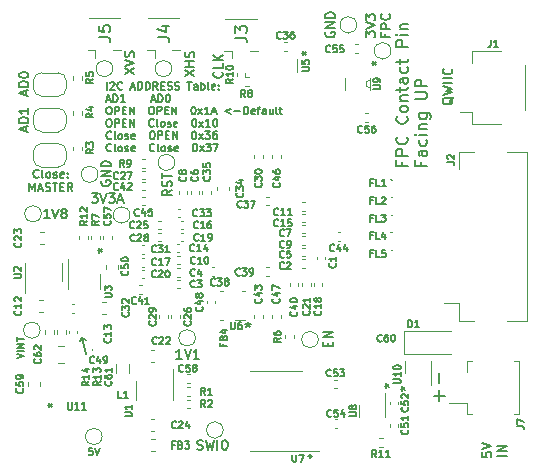
<source format=gbr>
G04 #@! TF.GenerationSoftware,KiCad,Pcbnew,(6.0.9)*
G04 #@! TF.CreationDate,2024-03-06T21:09:06-08:00*
G04 #@! TF.ProjectId,IMX585_MIPI_Breakout_v3,494d5835-3835-45f4-9d49-50495f427265,rev?*
G04 #@! TF.SameCoordinates,Original*
G04 #@! TF.FileFunction,Legend,Top*
G04 #@! TF.FilePolarity,Positive*
%FSLAX46Y46*%
G04 Gerber Fmt 4.6, Leading zero omitted, Abs format (unit mm)*
G04 Created by KiCad (PCBNEW (6.0.9)) date 2024-03-06 21:09:06*
%MOMM*%
%LPD*%
G01*
G04 APERTURE LIST*
%ADD10C,0.150000*%
%ADD11C,0.200000*%
%ADD12C,0.100000*%
%ADD13C,0.120000*%
G04 APERTURE END LIST*
D10*
X130150000Y-113500000D02*
X129950000Y-113800000D01*
X130500000Y-114850000D02*
X130150000Y-113500000D01*
X130150000Y-113500000D02*
X130500000Y-113650000D01*
X154167904Y-88040476D02*
X154167904Y-87545238D01*
X154472666Y-87811904D01*
X154472666Y-87697619D01*
X154510761Y-87621428D01*
X154548857Y-87583333D01*
X154625047Y-87545238D01*
X154815523Y-87545238D01*
X154891714Y-87583333D01*
X154929809Y-87621428D01*
X154967904Y-87697619D01*
X154967904Y-87926190D01*
X154929809Y-88002380D01*
X154891714Y-88040476D01*
X154167904Y-87316666D02*
X154967904Y-87050000D01*
X154167904Y-86783333D01*
X154167904Y-86592857D02*
X154167904Y-86097619D01*
X154472666Y-86364285D01*
X154472666Y-86250000D01*
X154510761Y-86173809D01*
X154548857Y-86135714D01*
X154625047Y-86097619D01*
X154815523Y-86097619D01*
X154891714Y-86135714D01*
X154929809Y-86173809D01*
X154967904Y-86250000D01*
X154967904Y-86478571D01*
X154929809Y-86554761D01*
X154891714Y-86592857D01*
X155836857Y-87735714D02*
X155836857Y-88002380D01*
X156255904Y-88002380D02*
X155455904Y-88002380D01*
X155455904Y-87621428D01*
X156255904Y-87316666D02*
X155455904Y-87316666D01*
X155455904Y-87011904D01*
X155494000Y-86935714D01*
X155532095Y-86897619D01*
X155608285Y-86859523D01*
X155722571Y-86859523D01*
X155798761Y-86897619D01*
X155836857Y-86935714D01*
X155874952Y-87011904D01*
X155874952Y-87316666D01*
X156179714Y-86059523D02*
X156217809Y-86097619D01*
X156255904Y-86211904D01*
X156255904Y-86288095D01*
X156217809Y-86402380D01*
X156141619Y-86478571D01*
X156065428Y-86516666D01*
X155913047Y-86554761D01*
X155798761Y-86554761D01*
X155646380Y-86516666D01*
X155570190Y-86478571D01*
X155494000Y-86402380D01*
X155455904Y-86288095D01*
X155455904Y-86211904D01*
X155494000Y-86097619D01*
X155532095Y-86059523D01*
X149311904Y-123500000D02*
X149502380Y-123500000D01*
X149426190Y-123690476D02*
X149502380Y-123500000D01*
X149426190Y-123309523D01*
X149654761Y-123614285D02*
X149502380Y-123500000D01*
X149654761Y-123385714D01*
X131035714Y-122821428D02*
X130750000Y-122821428D01*
X130721428Y-123107142D01*
X130750000Y-123078571D01*
X130807142Y-123050000D01*
X130950000Y-123050000D01*
X131007142Y-123078571D01*
X131035714Y-123107142D01*
X131064285Y-123164285D01*
X131064285Y-123307142D01*
X131035714Y-123364285D01*
X131007142Y-123392857D01*
X130950000Y-123421428D01*
X130807142Y-123421428D01*
X130750000Y-123392857D01*
X130721428Y-123364285D01*
X131235714Y-122821428D02*
X131435714Y-123421428D01*
X131635714Y-122821428D01*
X138861904Y-91366666D02*
X139661904Y-90833333D01*
X138861904Y-90833333D02*
X139661904Y-91366666D01*
X139661904Y-90528571D02*
X138861904Y-90528571D01*
X139242857Y-90528571D02*
X139242857Y-90071428D01*
X139661904Y-90071428D02*
X138861904Y-90071428D01*
X139623809Y-89728571D02*
X139661904Y-89614285D01*
X139661904Y-89423809D01*
X139623809Y-89347619D01*
X139585714Y-89309523D01*
X139509523Y-89271428D01*
X139433333Y-89271428D01*
X139357142Y-89309523D01*
X139319047Y-89347619D01*
X139280952Y-89423809D01*
X139242857Y-89576190D01*
X139204761Y-89652380D01*
X139166666Y-89690476D01*
X139090476Y-89728571D01*
X139014285Y-89728571D01*
X138938095Y-89690476D01*
X138900000Y-89652380D01*
X138861904Y-89576190D01*
X138861904Y-89385714D01*
X138900000Y-89271428D01*
X127404761Y-103361904D02*
X126947619Y-103361904D01*
X127176190Y-103361904D02*
X127176190Y-102561904D01*
X127100000Y-102676190D01*
X127023809Y-102752380D01*
X126947619Y-102790476D01*
X127633333Y-102561904D02*
X127900000Y-103361904D01*
X128166666Y-102561904D01*
X128547619Y-102904761D02*
X128471428Y-102866666D01*
X128433333Y-102828571D01*
X128395238Y-102752380D01*
X128395238Y-102714285D01*
X128433333Y-102638095D01*
X128471428Y-102600000D01*
X128547619Y-102561904D01*
X128700000Y-102561904D01*
X128776190Y-102600000D01*
X128814285Y-102638095D01*
X128852380Y-102714285D01*
X128852380Y-102752380D01*
X128814285Y-102828571D01*
X128776190Y-102866666D01*
X128700000Y-102904761D01*
X128547619Y-102904761D01*
X128471428Y-102942857D01*
X128433333Y-102980952D01*
X128395238Y-103057142D01*
X128395238Y-103209523D01*
X128433333Y-103285714D01*
X128471428Y-103323809D01*
X128547619Y-103361904D01*
X128700000Y-103361904D01*
X128776190Y-103323809D01*
X128814285Y-103285714D01*
X128852380Y-103209523D01*
X128852380Y-103057142D01*
X128814285Y-102980952D01*
X128776190Y-102942857D01*
X128700000Y-102904761D01*
X130966666Y-101261904D02*
X131461904Y-101261904D01*
X131195238Y-101566666D01*
X131309523Y-101566666D01*
X131385714Y-101604761D01*
X131423809Y-101642857D01*
X131461904Y-101719047D01*
X131461904Y-101909523D01*
X131423809Y-101985714D01*
X131385714Y-102023809D01*
X131309523Y-102061904D01*
X131080952Y-102061904D01*
X131004761Y-102023809D01*
X130966666Y-101985714D01*
X131690476Y-101261904D02*
X131957142Y-102061904D01*
X132223809Y-101261904D01*
X132414285Y-101261904D02*
X132909523Y-101261904D01*
X132642857Y-101566666D01*
X132757142Y-101566666D01*
X132833333Y-101604761D01*
X132871428Y-101642857D01*
X132909523Y-101719047D01*
X132909523Y-101909523D01*
X132871428Y-101985714D01*
X132833333Y-102023809D01*
X132757142Y-102061904D01*
X132528571Y-102061904D01*
X132452380Y-102023809D01*
X132414285Y-101985714D01*
X133214285Y-101833333D02*
X133595238Y-101833333D01*
X133138095Y-102061904D02*
X133404761Y-101261904D01*
X133671428Y-102061904D01*
X141985714Y-90976190D02*
X142023809Y-91014285D01*
X142061904Y-91128571D01*
X142061904Y-91204761D01*
X142023809Y-91319047D01*
X141947619Y-91395238D01*
X141871428Y-91433333D01*
X141719047Y-91471428D01*
X141604761Y-91471428D01*
X141452380Y-91433333D01*
X141376190Y-91395238D01*
X141300000Y-91319047D01*
X141261904Y-91204761D01*
X141261904Y-91128571D01*
X141300000Y-91014285D01*
X141338095Y-90976190D01*
X142061904Y-90252380D02*
X142061904Y-90633333D01*
X141261904Y-90633333D01*
X142061904Y-89985714D02*
X141261904Y-89985714D01*
X142061904Y-89528571D02*
X141604761Y-89871428D01*
X141261904Y-89528571D02*
X141719047Y-89985714D01*
X164017904Y-123202380D02*
X164017904Y-123583333D01*
X164398857Y-123621428D01*
X164360761Y-123583333D01*
X164322666Y-123507142D01*
X164322666Y-123316666D01*
X164360761Y-123240476D01*
X164398857Y-123202380D01*
X164475047Y-123164285D01*
X164665523Y-123164285D01*
X164741714Y-123202380D01*
X164779809Y-123240476D01*
X164817904Y-123316666D01*
X164817904Y-123507142D01*
X164779809Y-123583333D01*
X164741714Y-123621428D01*
X164017904Y-122935714D02*
X164817904Y-122669047D01*
X164017904Y-122402380D01*
X166105904Y-123469047D02*
X165305904Y-123469047D01*
X166105904Y-123088095D02*
X165305904Y-123088095D01*
X166105904Y-122630952D01*
X165305904Y-122630952D01*
X157161904Y-117800000D02*
X157352380Y-117800000D01*
X157276190Y-117990476D02*
X157352380Y-117800000D01*
X157276190Y-117609523D01*
X157504761Y-117914285D02*
X157352380Y-117800000D01*
X157504761Y-117685714D01*
X132252261Y-92477797D02*
X132252261Y-91827797D01*
X132530833Y-91889702D02*
X132561785Y-91858750D01*
X132623690Y-91827797D01*
X132778452Y-91827797D01*
X132840357Y-91858750D01*
X132871309Y-91889702D01*
X132902261Y-91951607D01*
X132902261Y-92013511D01*
X132871309Y-92106369D01*
X132499880Y-92477797D01*
X132902261Y-92477797D01*
X133552261Y-92415892D02*
X133521309Y-92446845D01*
X133428452Y-92477797D01*
X133366547Y-92477797D01*
X133273690Y-92446845D01*
X133211785Y-92384940D01*
X133180833Y-92323035D01*
X133149880Y-92199226D01*
X133149880Y-92106369D01*
X133180833Y-91982559D01*
X133211785Y-91920654D01*
X133273690Y-91858750D01*
X133366547Y-91827797D01*
X133428452Y-91827797D01*
X133521309Y-91858750D01*
X133552261Y-91889702D01*
X134295119Y-92292083D02*
X134604642Y-92292083D01*
X134233214Y-92477797D02*
X134449880Y-91827797D01*
X134666547Y-92477797D01*
X134883214Y-92477797D02*
X134883214Y-91827797D01*
X135037976Y-91827797D01*
X135130833Y-91858750D01*
X135192738Y-91920654D01*
X135223690Y-91982559D01*
X135254642Y-92106369D01*
X135254642Y-92199226D01*
X135223690Y-92323035D01*
X135192738Y-92384940D01*
X135130833Y-92446845D01*
X135037976Y-92477797D01*
X134883214Y-92477797D01*
X135533214Y-92477797D02*
X135533214Y-91827797D01*
X135687976Y-91827797D01*
X135780833Y-91858750D01*
X135842738Y-91920654D01*
X135873690Y-91982559D01*
X135904642Y-92106369D01*
X135904642Y-92199226D01*
X135873690Y-92323035D01*
X135842738Y-92384940D01*
X135780833Y-92446845D01*
X135687976Y-92477797D01*
X135533214Y-92477797D01*
X136554642Y-92477797D02*
X136337976Y-92168273D01*
X136183214Y-92477797D02*
X136183214Y-91827797D01*
X136430833Y-91827797D01*
X136492738Y-91858750D01*
X136523690Y-91889702D01*
X136554642Y-91951607D01*
X136554642Y-92044464D01*
X136523690Y-92106369D01*
X136492738Y-92137321D01*
X136430833Y-92168273D01*
X136183214Y-92168273D01*
X136833214Y-92137321D02*
X137049880Y-92137321D01*
X137142738Y-92477797D02*
X136833214Y-92477797D01*
X136833214Y-91827797D01*
X137142738Y-91827797D01*
X137390357Y-92446845D02*
X137483214Y-92477797D01*
X137637976Y-92477797D01*
X137699880Y-92446845D01*
X137730833Y-92415892D01*
X137761785Y-92353988D01*
X137761785Y-92292083D01*
X137730833Y-92230178D01*
X137699880Y-92199226D01*
X137637976Y-92168273D01*
X137514166Y-92137321D01*
X137452261Y-92106369D01*
X137421309Y-92075416D01*
X137390357Y-92013511D01*
X137390357Y-91951607D01*
X137421309Y-91889702D01*
X137452261Y-91858750D01*
X137514166Y-91827797D01*
X137668928Y-91827797D01*
X137761785Y-91858750D01*
X138009404Y-92446845D02*
X138102261Y-92477797D01*
X138257023Y-92477797D01*
X138318928Y-92446845D01*
X138349880Y-92415892D01*
X138380833Y-92353988D01*
X138380833Y-92292083D01*
X138349880Y-92230178D01*
X138318928Y-92199226D01*
X138257023Y-92168273D01*
X138133214Y-92137321D01*
X138071309Y-92106369D01*
X138040357Y-92075416D01*
X138009404Y-92013511D01*
X138009404Y-91951607D01*
X138040357Y-91889702D01*
X138071309Y-91858750D01*
X138133214Y-91827797D01*
X138287976Y-91827797D01*
X138380833Y-91858750D01*
X139061785Y-91827797D02*
X139433214Y-91827797D01*
X139247500Y-92477797D02*
X139247500Y-91827797D01*
X139928452Y-92477797D02*
X139928452Y-92137321D01*
X139897500Y-92075416D01*
X139835595Y-92044464D01*
X139711785Y-92044464D01*
X139649880Y-92075416D01*
X139928452Y-92446845D02*
X139866547Y-92477797D01*
X139711785Y-92477797D01*
X139649880Y-92446845D01*
X139618928Y-92384940D01*
X139618928Y-92323035D01*
X139649880Y-92261130D01*
X139711785Y-92230178D01*
X139866547Y-92230178D01*
X139928452Y-92199226D01*
X140237976Y-92477797D02*
X140237976Y-91827797D01*
X140237976Y-92075416D02*
X140299880Y-92044464D01*
X140423690Y-92044464D01*
X140485595Y-92075416D01*
X140516547Y-92106369D01*
X140547500Y-92168273D01*
X140547500Y-92353988D01*
X140516547Y-92415892D01*
X140485595Y-92446845D01*
X140423690Y-92477797D01*
X140299880Y-92477797D01*
X140237976Y-92446845D01*
X140918928Y-92477797D02*
X140857023Y-92446845D01*
X140826071Y-92384940D01*
X140826071Y-91827797D01*
X141414166Y-92446845D02*
X141352261Y-92477797D01*
X141228452Y-92477797D01*
X141166547Y-92446845D01*
X141135595Y-92384940D01*
X141135595Y-92137321D01*
X141166547Y-92075416D01*
X141228452Y-92044464D01*
X141352261Y-92044464D01*
X141414166Y-92075416D01*
X141445119Y-92137321D01*
X141445119Y-92199226D01*
X141135595Y-92261130D01*
X141723690Y-92415892D02*
X141754642Y-92446845D01*
X141723690Y-92477797D01*
X141692738Y-92446845D01*
X141723690Y-92415892D01*
X141723690Y-92477797D01*
X141723690Y-92075416D02*
X141754642Y-92106369D01*
X141723690Y-92137321D01*
X141692738Y-92106369D01*
X141723690Y-92075416D01*
X141723690Y-92137321D01*
X132221309Y-93338583D02*
X132530833Y-93338583D01*
X132159404Y-93524297D02*
X132376071Y-92874297D01*
X132592738Y-93524297D01*
X132809404Y-93524297D02*
X132809404Y-92874297D01*
X132964166Y-92874297D01*
X133057023Y-92905250D01*
X133118928Y-92967154D01*
X133149880Y-93029059D01*
X133180833Y-93152869D01*
X133180833Y-93245726D01*
X133149880Y-93369535D01*
X133118928Y-93431440D01*
X133057023Y-93493345D01*
X132964166Y-93524297D01*
X132809404Y-93524297D01*
X133799880Y-93524297D02*
X133428452Y-93524297D01*
X133614166Y-93524297D02*
X133614166Y-92874297D01*
X133552261Y-92967154D01*
X133490357Y-93029059D01*
X133428452Y-93060011D01*
X136028452Y-93338583D02*
X136337976Y-93338583D01*
X135966547Y-93524297D02*
X136183214Y-92874297D01*
X136399880Y-93524297D01*
X136616547Y-93524297D02*
X136616547Y-92874297D01*
X136771309Y-92874297D01*
X136864166Y-92905250D01*
X136926071Y-92967154D01*
X136957023Y-93029059D01*
X136987976Y-93152869D01*
X136987976Y-93245726D01*
X136957023Y-93369535D01*
X136926071Y-93431440D01*
X136864166Y-93493345D01*
X136771309Y-93524297D01*
X136616547Y-93524297D01*
X137390357Y-92874297D02*
X137452261Y-92874297D01*
X137514166Y-92905250D01*
X137545119Y-92936202D01*
X137576071Y-92998107D01*
X137607023Y-93121916D01*
X137607023Y-93276678D01*
X137576071Y-93400488D01*
X137545119Y-93462392D01*
X137514166Y-93493345D01*
X137452261Y-93524297D01*
X137390357Y-93524297D01*
X137328452Y-93493345D01*
X137297500Y-93462392D01*
X137266547Y-93400488D01*
X137235595Y-93276678D01*
X137235595Y-93121916D01*
X137266547Y-92998107D01*
X137297500Y-92936202D01*
X137328452Y-92905250D01*
X137390357Y-92874297D01*
X132376071Y-93920797D02*
X132499880Y-93920797D01*
X132561785Y-93951750D01*
X132623690Y-94013654D01*
X132654642Y-94137464D01*
X132654642Y-94354130D01*
X132623690Y-94477940D01*
X132561785Y-94539845D01*
X132499880Y-94570797D01*
X132376071Y-94570797D01*
X132314166Y-94539845D01*
X132252261Y-94477940D01*
X132221309Y-94354130D01*
X132221309Y-94137464D01*
X132252261Y-94013654D01*
X132314166Y-93951750D01*
X132376071Y-93920797D01*
X132933214Y-94570797D02*
X132933214Y-93920797D01*
X133180833Y-93920797D01*
X133242738Y-93951750D01*
X133273690Y-93982702D01*
X133304642Y-94044607D01*
X133304642Y-94137464D01*
X133273690Y-94199369D01*
X133242738Y-94230321D01*
X133180833Y-94261273D01*
X132933214Y-94261273D01*
X133583214Y-94230321D02*
X133799880Y-94230321D01*
X133892738Y-94570797D02*
X133583214Y-94570797D01*
X133583214Y-93920797D01*
X133892738Y-93920797D01*
X134171309Y-94570797D02*
X134171309Y-93920797D01*
X134542738Y-94570797D01*
X134542738Y-93920797D01*
X135966547Y-93920797D02*
X136090357Y-93920797D01*
X136152261Y-93951750D01*
X136214166Y-94013654D01*
X136245119Y-94137464D01*
X136245119Y-94354130D01*
X136214166Y-94477940D01*
X136152261Y-94539845D01*
X136090357Y-94570797D01*
X135966547Y-94570797D01*
X135904642Y-94539845D01*
X135842738Y-94477940D01*
X135811785Y-94354130D01*
X135811785Y-94137464D01*
X135842738Y-94013654D01*
X135904642Y-93951750D01*
X135966547Y-93920797D01*
X136523690Y-94570797D02*
X136523690Y-93920797D01*
X136771309Y-93920797D01*
X136833214Y-93951750D01*
X136864166Y-93982702D01*
X136895119Y-94044607D01*
X136895119Y-94137464D01*
X136864166Y-94199369D01*
X136833214Y-94230321D01*
X136771309Y-94261273D01*
X136523690Y-94261273D01*
X137173690Y-94230321D02*
X137390357Y-94230321D01*
X137483214Y-94570797D02*
X137173690Y-94570797D01*
X137173690Y-93920797D01*
X137483214Y-93920797D01*
X137761785Y-94570797D02*
X137761785Y-93920797D01*
X138133214Y-94570797D01*
X138133214Y-93920797D01*
X139557023Y-93920797D02*
X139618928Y-93920797D01*
X139680833Y-93951750D01*
X139711785Y-93982702D01*
X139742738Y-94044607D01*
X139773690Y-94168416D01*
X139773690Y-94323178D01*
X139742738Y-94446988D01*
X139711785Y-94508892D01*
X139680833Y-94539845D01*
X139618928Y-94570797D01*
X139557023Y-94570797D01*
X139495119Y-94539845D01*
X139464166Y-94508892D01*
X139433214Y-94446988D01*
X139402261Y-94323178D01*
X139402261Y-94168416D01*
X139433214Y-94044607D01*
X139464166Y-93982702D01*
X139495119Y-93951750D01*
X139557023Y-93920797D01*
X139990357Y-94570797D02*
X140330833Y-94137464D01*
X139990357Y-94137464D02*
X140330833Y-94570797D01*
X140918928Y-94570797D02*
X140547500Y-94570797D01*
X140733214Y-94570797D02*
X140733214Y-93920797D01*
X140671309Y-94013654D01*
X140609404Y-94075559D01*
X140547500Y-94106511D01*
X141166547Y-94385083D02*
X141476071Y-94385083D01*
X141104642Y-94570797D02*
X141321309Y-93920797D01*
X141537976Y-94570797D01*
X142745119Y-94137464D02*
X142249880Y-94323178D01*
X142745119Y-94508892D01*
X143054642Y-94323178D02*
X143549880Y-94323178D01*
X143859404Y-94570797D02*
X143859404Y-93920797D01*
X144014166Y-93920797D01*
X144107023Y-93951750D01*
X144168928Y-94013654D01*
X144199880Y-94075559D01*
X144230833Y-94199369D01*
X144230833Y-94292226D01*
X144199880Y-94416035D01*
X144168928Y-94477940D01*
X144107023Y-94539845D01*
X144014166Y-94570797D01*
X143859404Y-94570797D01*
X144757023Y-94539845D02*
X144695119Y-94570797D01*
X144571309Y-94570797D01*
X144509404Y-94539845D01*
X144478452Y-94477940D01*
X144478452Y-94230321D01*
X144509404Y-94168416D01*
X144571309Y-94137464D01*
X144695119Y-94137464D01*
X144757023Y-94168416D01*
X144787976Y-94230321D01*
X144787976Y-94292226D01*
X144478452Y-94354130D01*
X144973690Y-94137464D02*
X145221309Y-94137464D01*
X145066547Y-94570797D02*
X145066547Y-94013654D01*
X145097500Y-93951750D01*
X145159404Y-93920797D01*
X145221309Y-93920797D01*
X145716547Y-94570797D02*
X145716547Y-94230321D01*
X145685595Y-94168416D01*
X145623690Y-94137464D01*
X145499880Y-94137464D01*
X145437976Y-94168416D01*
X145716547Y-94539845D02*
X145654642Y-94570797D01*
X145499880Y-94570797D01*
X145437976Y-94539845D01*
X145407023Y-94477940D01*
X145407023Y-94416035D01*
X145437976Y-94354130D01*
X145499880Y-94323178D01*
X145654642Y-94323178D01*
X145716547Y-94292226D01*
X146304642Y-94137464D02*
X146304642Y-94570797D01*
X146026071Y-94137464D02*
X146026071Y-94477940D01*
X146057023Y-94539845D01*
X146118928Y-94570797D01*
X146211785Y-94570797D01*
X146273690Y-94539845D01*
X146304642Y-94508892D01*
X146707023Y-94570797D02*
X146645119Y-94539845D01*
X146614166Y-94477940D01*
X146614166Y-93920797D01*
X146861785Y-94137464D02*
X147109404Y-94137464D01*
X146954642Y-93920797D02*
X146954642Y-94477940D01*
X146985595Y-94539845D01*
X147047500Y-94570797D01*
X147109404Y-94570797D01*
X132376071Y-94967297D02*
X132499880Y-94967297D01*
X132561785Y-94998250D01*
X132623690Y-95060154D01*
X132654642Y-95183964D01*
X132654642Y-95400630D01*
X132623690Y-95524440D01*
X132561785Y-95586345D01*
X132499880Y-95617297D01*
X132376071Y-95617297D01*
X132314166Y-95586345D01*
X132252261Y-95524440D01*
X132221309Y-95400630D01*
X132221309Y-95183964D01*
X132252261Y-95060154D01*
X132314166Y-94998250D01*
X132376071Y-94967297D01*
X132933214Y-95617297D02*
X132933214Y-94967297D01*
X133180833Y-94967297D01*
X133242738Y-94998250D01*
X133273690Y-95029202D01*
X133304642Y-95091107D01*
X133304642Y-95183964D01*
X133273690Y-95245869D01*
X133242738Y-95276821D01*
X133180833Y-95307773D01*
X132933214Y-95307773D01*
X133583214Y-95276821D02*
X133799880Y-95276821D01*
X133892738Y-95617297D02*
X133583214Y-95617297D01*
X133583214Y-94967297D01*
X133892738Y-94967297D01*
X134171309Y-95617297D02*
X134171309Y-94967297D01*
X134542738Y-95617297D01*
X134542738Y-94967297D01*
X136214166Y-95555392D02*
X136183214Y-95586345D01*
X136090357Y-95617297D01*
X136028452Y-95617297D01*
X135935595Y-95586345D01*
X135873690Y-95524440D01*
X135842738Y-95462535D01*
X135811785Y-95338726D01*
X135811785Y-95245869D01*
X135842738Y-95122059D01*
X135873690Y-95060154D01*
X135935595Y-94998250D01*
X136028452Y-94967297D01*
X136090357Y-94967297D01*
X136183214Y-94998250D01*
X136214166Y-95029202D01*
X136585595Y-95617297D02*
X136523690Y-95586345D01*
X136492738Y-95524440D01*
X136492738Y-94967297D01*
X136926071Y-95617297D02*
X136864166Y-95586345D01*
X136833214Y-95555392D01*
X136802261Y-95493488D01*
X136802261Y-95307773D01*
X136833214Y-95245869D01*
X136864166Y-95214916D01*
X136926071Y-95183964D01*
X137018928Y-95183964D01*
X137080833Y-95214916D01*
X137111785Y-95245869D01*
X137142738Y-95307773D01*
X137142738Y-95493488D01*
X137111785Y-95555392D01*
X137080833Y-95586345D01*
X137018928Y-95617297D01*
X136926071Y-95617297D01*
X137390357Y-95586345D02*
X137452261Y-95617297D01*
X137576071Y-95617297D01*
X137637976Y-95586345D01*
X137668928Y-95524440D01*
X137668928Y-95493488D01*
X137637976Y-95431583D01*
X137576071Y-95400630D01*
X137483214Y-95400630D01*
X137421309Y-95369678D01*
X137390357Y-95307773D01*
X137390357Y-95276821D01*
X137421309Y-95214916D01*
X137483214Y-95183964D01*
X137576071Y-95183964D01*
X137637976Y-95214916D01*
X138195119Y-95586345D02*
X138133214Y-95617297D01*
X138009404Y-95617297D01*
X137947500Y-95586345D01*
X137916547Y-95524440D01*
X137916547Y-95276821D01*
X137947500Y-95214916D01*
X138009404Y-95183964D01*
X138133214Y-95183964D01*
X138195119Y-95214916D01*
X138226071Y-95276821D01*
X138226071Y-95338726D01*
X137916547Y-95400630D01*
X139618928Y-94967297D02*
X139680833Y-94967297D01*
X139742738Y-94998250D01*
X139773690Y-95029202D01*
X139804642Y-95091107D01*
X139835595Y-95214916D01*
X139835595Y-95369678D01*
X139804642Y-95493488D01*
X139773690Y-95555392D01*
X139742738Y-95586345D01*
X139680833Y-95617297D01*
X139618928Y-95617297D01*
X139557023Y-95586345D01*
X139526071Y-95555392D01*
X139495119Y-95493488D01*
X139464166Y-95369678D01*
X139464166Y-95214916D01*
X139495119Y-95091107D01*
X139526071Y-95029202D01*
X139557023Y-94998250D01*
X139618928Y-94967297D01*
X140052261Y-95617297D02*
X140392738Y-95183964D01*
X140052261Y-95183964D02*
X140392738Y-95617297D01*
X140980833Y-95617297D02*
X140609404Y-95617297D01*
X140795119Y-95617297D02*
X140795119Y-94967297D01*
X140733214Y-95060154D01*
X140671309Y-95122059D01*
X140609404Y-95153011D01*
X141383214Y-94967297D02*
X141445119Y-94967297D01*
X141507023Y-94998250D01*
X141537976Y-95029202D01*
X141568928Y-95091107D01*
X141599880Y-95214916D01*
X141599880Y-95369678D01*
X141568928Y-95493488D01*
X141537976Y-95555392D01*
X141507023Y-95586345D01*
X141445119Y-95617297D01*
X141383214Y-95617297D01*
X141321309Y-95586345D01*
X141290357Y-95555392D01*
X141259404Y-95493488D01*
X141228452Y-95369678D01*
X141228452Y-95214916D01*
X141259404Y-95091107D01*
X141290357Y-95029202D01*
X141321309Y-94998250D01*
X141383214Y-94967297D01*
X132623690Y-96601892D02*
X132592738Y-96632845D01*
X132499880Y-96663797D01*
X132437976Y-96663797D01*
X132345119Y-96632845D01*
X132283214Y-96570940D01*
X132252261Y-96509035D01*
X132221309Y-96385226D01*
X132221309Y-96292369D01*
X132252261Y-96168559D01*
X132283214Y-96106654D01*
X132345119Y-96044750D01*
X132437976Y-96013797D01*
X132499880Y-96013797D01*
X132592738Y-96044750D01*
X132623690Y-96075702D01*
X132995119Y-96663797D02*
X132933214Y-96632845D01*
X132902261Y-96570940D01*
X132902261Y-96013797D01*
X133335595Y-96663797D02*
X133273690Y-96632845D01*
X133242738Y-96601892D01*
X133211785Y-96539988D01*
X133211785Y-96354273D01*
X133242738Y-96292369D01*
X133273690Y-96261416D01*
X133335595Y-96230464D01*
X133428452Y-96230464D01*
X133490357Y-96261416D01*
X133521309Y-96292369D01*
X133552261Y-96354273D01*
X133552261Y-96539988D01*
X133521309Y-96601892D01*
X133490357Y-96632845D01*
X133428452Y-96663797D01*
X133335595Y-96663797D01*
X133799880Y-96632845D02*
X133861785Y-96663797D01*
X133985595Y-96663797D01*
X134047500Y-96632845D01*
X134078452Y-96570940D01*
X134078452Y-96539988D01*
X134047500Y-96478083D01*
X133985595Y-96447130D01*
X133892738Y-96447130D01*
X133830833Y-96416178D01*
X133799880Y-96354273D01*
X133799880Y-96323321D01*
X133830833Y-96261416D01*
X133892738Y-96230464D01*
X133985595Y-96230464D01*
X134047500Y-96261416D01*
X134604642Y-96632845D02*
X134542738Y-96663797D01*
X134418928Y-96663797D01*
X134357023Y-96632845D01*
X134326071Y-96570940D01*
X134326071Y-96323321D01*
X134357023Y-96261416D01*
X134418928Y-96230464D01*
X134542738Y-96230464D01*
X134604642Y-96261416D01*
X134635595Y-96323321D01*
X134635595Y-96385226D01*
X134326071Y-96447130D01*
X136028452Y-96013797D02*
X136152261Y-96013797D01*
X136214166Y-96044750D01*
X136276071Y-96106654D01*
X136307023Y-96230464D01*
X136307023Y-96447130D01*
X136276071Y-96570940D01*
X136214166Y-96632845D01*
X136152261Y-96663797D01*
X136028452Y-96663797D01*
X135966547Y-96632845D01*
X135904642Y-96570940D01*
X135873690Y-96447130D01*
X135873690Y-96230464D01*
X135904642Y-96106654D01*
X135966547Y-96044750D01*
X136028452Y-96013797D01*
X136585595Y-96663797D02*
X136585595Y-96013797D01*
X136833214Y-96013797D01*
X136895119Y-96044750D01*
X136926071Y-96075702D01*
X136957023Y-96137607D01*
X136957023Y-96230464D01*
X136926071Y-96292369D01*
X136895119Y-96323321D01*
X136833214Y-96354273D01*
X136585595Y-96354273D01*
X137235595Y-96323321D02*
X137452261Y-96323321D01*
X137545119Y-96663797D02*
X137235595Y-96663797D01*
X137235595Y-96013797D01*
X137545119Y-96013797D01*
X137823690Y-96663797D02*
X137823690Y-96013797D01*
X138195119Y-96663797D01*
X138195119Y-96013797D01*
X139618928Y-96013797D02*
X139680833Y-96013797D01*
X139742738Y-96044750D01*
X139773690Y-96075702D01*
X139804642Y-96137607D01*
X139835595Y-96261416D01*
X139835595Y-96416178D01*
X139804642Y-96539988D01*
X139773690Y-96601892D01*
X139742738Y-96632845D01*
X139680833Y-96663797D01*
X139618928Y-96663797D01*
X139557023Y-96632845D01*
X139526071Y-96601892D01*
X139495119Y-96539988D01*
X139464166Y-96416178D01*
X139464166Y-96261416D01*
X139495119Y-96137607D01*
X139526071Y-96075702D01*
X139557023Y-96044750D01*
X139618928Y-96013797D01*
X140052261Y-96663797D02*
X140392738Y-96230464D01*
X140052261Y-96230464D02*
X140392738Y-96663797D01*
X140578452Y-96013797D02*
X140980833Y-96013797D01*
X140764166Y-96261416D01*
X140857023Y-96261416D01*
X140918928Y-96292369D01*
X140949880Y-96323321D01*
X140980833Y-96385226D01*
X140980833Y-96539988D01*
X140949880Y-96601892D01*
X140918928Y-96632845D01*
X140857023Y-96663797D01*
X140671309Y-96663797D01*
X140609404Y-96632845D01*
X140578452Y-96601892D01*
X141537976Y-96013797D02*
X141414166Y-96013797D01*
X141352261Y-96044750D01*
X141321309Y-96075702D01*
X141259404Y-96168559D01*
X141228452Y-96292369D01*
X141228452Y-96539988D01*
X141259404Y-96601892D01*
X141290357Y-96632845D01*
X141352261Y-96663797D01*
X141476071Y-96663797D01*
X141537976Y-96632845D01*
X141568928Y-96601892D01*
X141599880Y-96539988D01*
X141599880Y-96385226D01*
X141568928Y-96323321D01*
X141537976Y-96292369D01*
X141476071Y-96261416D01*
X141352261Y-96261416D01*
X141290357Y-96292369D01*
X141259404Y-96323321D01*
X141228452Y-96385226D01*
X132623690Y-97648392D02*
X132592738Y-97679345D01*
X132499880Y-97710297D01*
X132437976Y-97710297D01*
X132345119Y-97679345D01*
X132283214Y-97617440D01*
X132252261Y-97555535D01*
X132221309Y-97431726D01*
X132221309Y-97338869D01*
X132252261Y-97215059D01*
X132283214Y-97153154D01*
X132345119Y-97091250D01*
X132437976Y-97060297D01*
X132499880Y-97060297D01*
X132592738Y-97091250D01*
X132623690Y-97122202D01*
X132995119Y-97710297D02*
X132933214Y-97679345D01*
X132902261Y-97617440D01*
X132902261Y-97060297D01*
X133335595Y-97710297D02*
X133273690Y-97679345D01*
X133242738Y-97648392D01*
X133211785Y-97586488D01*
X133211785Y-97400773D01*
X133242738Y-97338869D01*
X133273690Y-97307916D01*
X133335595Y-97276964D01*
X133428452Y-97276964D01*
X133490357Y-97307916D01*
X133521309Y-97338869D01*
X133552261Y-97400773D01*
X133552261Y-97586488D01*
X133521309Y-97648392D01*
X133490357Y-97679345D01*
X133428452Y-97710297D01*
X133335595Y-97710297D01*
X133799880Y-97679345D02*
X133861785Y-97710297D01*
X133985595Y-97710297D01*
X134047500Y-97679345D01*
X134078452Y-97617440D01*
X134078452Y-97586488D01*
X134047500Y-97524583D01*
X133985595Y-97493630D01*
X133892738Y-97493630D01*
X133830833Y-97462678D01*
X133799880Y-97400773D01*
X133799880Y-97369821D01*
X133830833Y-97307916D01*
X133892738Y-97276964D01*
X133985595Y-97276964D01*
X134047500Y-97307916D01*
X134604642Y-97679345D02*
X134542738Y-97710297D01*
X134418928Y-97710297D01*
X134357023Y-97679345D01*
X134326071Y-97617440D01*
X134326071Y-97369821D01*
X134357023Y-97307916D01*
X134418928Y-97276964D01*
X134542738Y-97276964D01*
X134604642Y-97307916D01*
X134635595Y-97369821D01*
X134635595Y-97431726D01*
X134326071Y-97493630D01*
X136276071Y-97648392D02*
X136245119Y-97679345D01*
X136152261Y-97710297D01*
X136090357Y-97710297D01*
X135997500Y-97679345D01*
X135935595Y-97617440D01*
X135904642Y-97555535D01*
X135873690Y-97431726D01*
X135873690Y-97338869D01*
X135904642Y-97215059D01*
X135935595Y-97153154D01*
X135997500Y-97091250D01*
X136090357Y-97060297D01*
X136152261Y-97060297D01*
X136245119Y-97091250D01*
X136276071Y-97122202D01*
X136647500Y-97710297D02*
X136585595Y-97679345D01*
X136554642Y-97617440D01*
X136554642Y-97060297D01*
X136987976Y-97710297D02*
X136926071Y-97679345D01*
X136895119Y-97648392D01*
X136864166Y-97586488D01*
X136864166Y-97400773D01*
X136895119Y-97338869D01*
X136926071Y-97307916D01*
X136987976Y-97276964D01*
X137080833Y-97276964D01*
X137142738Y-97307916D01*
X137173690Y-97338869D01*
X137204642Y-97400773D01*
X137204642Y-97586488D01*
X137173690Y-97648392D01*
X137142738Y-97679345D01*
X137080833Y-97710297D01*
X136987976Y-97710297D01*
X137452261Y-97679345D02*
X137514166Y-97710297D01*
X137637976Y-97710297D01*
X137699880Y-97679345D01*
X137730833Y-97617440D01*
X137730833Y-97586488D01*
X137699880Y-97524583D01*
X137637976Y-97493630D01*
X137545119Y-97493630D01*
X137483214Y-97462678D01*
X137452261Y-97400773D01*
X137452261Y-97369821D01*
X137483214Y-97307916D01*
X137545119Y-97276964D01*
X137637976Y-97276964D01*
X137699880Y-97307916D01*
X138257023Y-97679345D02*
X138195119Y-97710297D01*
X138071309Y-97710297D01*
X138009404Y-97679345D01*
X137978452Y-97617440D01*
X137978452Y-97369821D01*
X138009404Y-97307916D01*
X138071309Y-97276964D01*
X138195119Y-97276964D01*
X138257023Y-97307916D01*
X138287976Y-97369821D01*
X138287976Y-97431726D01*
X137978452Y-97493630D01*
X139680833Y-97060297D02*
X139742738Y-97060297D01*
X139804642Y-97091250D01*
X139835595Y-97122202D01*
X139866547Y-97184107D01*
X139897500Y-97307916D01*
X139897500Y-97462678D01*
X139866547Y-97586488D01*
X139835595Y-97648392D01*
X139804642Y-97679345D01*
X139742738Y-97710297D01*
X139680833Y-97710297D01*
X139618928Y-97679345D01*
X139587976Y-97648392D01*
X139557023Y-97586488D01*
X139526071Y-97462678D01*
X139526071Y-97307916D01*
X139557023Y-97184107D01*
X139587976Y-97122202D01*
X139618928Y-97091250D01*
X139680833Y-97060297D01*
X140114166Y-97710297D02*
X140454642Y-97276964D01*
X140114166Y-97276964D02*
X140454642Y-97710297D01*
X140640357Y-97060297D02*
X141042738Y-97060297D01*
X140826071Y-97307916D01*
X140918928Y-97307916D01*
X140980833Y-97338869D01*
X141011785Y-97369821D01*
X141042738Y-97431726D01*
X141042738Y-97586488D01*
X141011785Y-97648392D01*
X140980833Y-97679345D01*
X140918928Y-97710297D01*
X140733214Y-97710297D01*
X140671309Y-97679345D01*
X140640357Y-97648392D01*
X141259404Y-97060297D02*
X141692738Y-97060297D01*
X141414166Y-97710297D01*
D11*
X160414285Y-116442857D02*
X160414285Y-117357142D01*
D10*
X125383333Y-96021428D02*
X125383333Y-95640476D01*
X125611904Y-96097619D02*
X124811904Y-95830952D01*
X125611904Y-95564285D01*
X125611904Y-95297619D02*
X124811904Y-95297619D01*
X124811904Y-95107142D01*
X124850000Y-94992857D01*
X124926190Y-94916666D01*
X125002380Y-94878571D01*
X125154761Y-94840476D01*
X125269047Y-94840476D01*
X125421428Y-94878571D01*
X125497619Y-94916666D01*
X125573809Y-94992857D01*
X125611904Y-95107142D01*
X125611904Y-95297619D01*
X125611904Y-94078571D02*
X125611904Y-94535714D01*
X125611904Y-94307142D02*
X124811904Y-94307142D01*
X124926190Y-94383333D01*
X125002380Y-94459523D01*
X125040476Y-94535714D01*
X148761904Y-89400000D02*
X148952380Y-89400000D01*
X148876190Y-89590476D02*
X148952380Y-89400000D01*
X148876190Y-89209523D01*
X149104761Y-89514285D02*
X148952380Y-89400000D01*
X149104761Y-89285714D01*
D11*
X157223571Y-98598571D02*
X157223571Y-98931904D01*
X157747380Y-98931904D02*
X156747380Y-98931904D01*
X156747380Y-98455714D01*
X157747380Y-98074761D02*
X156747380Y-98074761D01*
X156747380Y-97693809D01*
X156795000Y-97598571D01*
X156842619Y-97550952D01*
X156937857Y-97503333D01*
X157080714Y-97503333D01*
X157175952Y-97550952D01*
X157223571Y-97598571D01*
X157271190Y-97693809D01*
X157271190Y-98074761D01*
X157652142Y-96503333D02*
X157699761Y-96550952D01*
X157747380Y-96693809D01*
X157747380Y-96789047D01*
X157699761Y-96931904D01*
X157604523Y-97027142D01*
X157509285Y-97074761D01*
X157318809Y-97122380D01*
X157175952Y-97122380D01*
X156985476Y-97074761D01*
X156890238Y-97027142D01*
X156795000Y-96931904D01*
X156747380Y-96789047D01*
X156747380Y-96693809D01*
X156795000Y-96550952D01*
X156842619Y-96503333D01*
X157652142Y-94741428D02*
X157699761Y-94789047D01*
X157747380Y-94931904D01*
X157747380Y-95027142D01*
X157699761Y-95170000D01*
X157604523Y-95265238D01*
X157509285Y-95312857D01*
X157318809Y-95360476D01*
X157175952Y-95360476D01*
X156985476Y-95312857D01*
X156890238Y-95265238D01*
X156795000Y-95170000D01*
X156747380Y-95027142D01*
X156747380Y-94931904D01*
X156795000Y-94789047D01*
X156842619Y-94741428D01*
X157747380Y-94170000D02*
X157699761Y-94265238D01*
X157652142Y-94312857D01*
X157556904Y-94360476D01*
X157271190Y-94360476D01*
X157175952Y-94312857D01*
X157128333Y-94265238D01*
X157080714Y-94170000D01*
X157080714Y-94027142D01*
X157128333Y-93931904D01*
X157175952Y-93884285D01*
X157271190Y-93836666D01*
X157556904Y-93836666D01*
X157652142Y-93884285D01*
X157699761Y-93931904D01*
X157747380Y-94027142D01*
X157747380Y-94170000D01*
X157080714Y-93408095D02*
X157747380Y-93408095D01*
X157175952Y-93408095D02*
X157128333Y-93360476D01*
X157080714Y-93265238D01*
X157080714Y-93122380D01*
X157128333Y-93027142D01*
X157223571Y-92979523D01*
X157747380Y-92979523D01*
X157080714Y-92646190D02*
X157080714Y-92265238D01*
X156747380Y-92503333D02*
X157604523Y-92503333D01*
X157699761Y-92455714D01*
X157747380Y-92360476D01*
X157747380Y-92265238D01*
X157747380Y-91503333D02*
X157223571Y-91503333D01*
X157128333Y-91550952D01*
X157080714Y-91646190D01*
X157080714Y-91836666D01*
X157128333Y-91931904D01*
X157699761Y-91503333D02*
X157747380Y-91598571D01*
X157747380Y-91836666D01*
X157699761Y-91931904D01*
X157604523Y-91979523D01*
X157509285Y-91979523D01*
X157414047Y-91931904D01*
X157366428Y-91836666D01*
X157366428Y-91598571D01*
X157318809Y-91503333D01*
X157699761Y-90598571D02*
X157747380Y-90693809D01*
X157747380Y-90884285D01*
X157699761Y-90979523D01*
X157652142Y-91027142D01*
X157556904Y-91074761D01*
X157271190Y-91074761D01*
X157175952Y-91027142D01*
X157128333Y-90979523D01*
X157080714Y-90884285D01*
X157080714Y-90693809D01*
X157128333Y-90598571D01*
X157080714Y-90312857D02*
X157080714Y-89931904D01*
X156747380Y-90170000D02*
X157604523Y-90170000D01*
X157699761Y-90122380D01*
X157747380Y-90027142D01*
X157747380Y-89931904D01*
X157747380Y-88836666D02*
X156747380Y-88836666D01*
X156747380Y-88455714D01*
X156795000Y-88360476D01*
X156842619Y-88312857D01*
X156937857Y-88265238D01*
X157080714Y-88265238D01*
X157175952Y-88312857D01*
X157223571Y-88360476D01*
X157271190Y-88455714D01*
X157271190Y-88836666D01*
X157747380Y-87836666D02*
X157080714Y-87836666D01*
X156747380Y-87836666D02*
X156795000Y-87884285D01*
X156842619Y-87836666D01*
X156795000Y-87789047D01*
X156747380Y-87836666D01*
X156842619Y-87836666D01*
X157080714Y-87360476D02*
X157747380Y-87360476D01*
X157175952Y-87360476D02*
X157128333Y-87312857D01*
X157080714Y-87217619D01*
X157080714Y-87074761D01*
X157128333Y-86979523D01*
X157223571Y-86931904D01*
X157747380Y-86931904D01*
X158833571Y-98598571D02*
X158833571Y-98931904D01*
X159357380Y-98931904D02*
X158357380Y-98931904D01*
X158357380Y-98455714D01*
X159357380Y-97646190D02*
X158833571Y-97646190D01*
X158738333Y-97693809D01*
X158690714Y-97789047D01*
X158690714Y-97979523D01*
X158738333Y-98074761D01*
X159309761Y-97646190D02*
X159357380Y-97741428D01*
X159357380Y-97979523D01*
X159309761Y-98074761D01*
X159214523Y-98122380D01*
X159119285Y-98122380D01*
X159024047Y-98074761D01*
X158976428Y-97979523D01*
X158976428Y-97741428D01*
X158928809Y-97646190D01*
X159309761Y-96741428D02*
X159357380Y-96836666D01*
X159357380Y-97027142D01*
X159309761Y-97122380D01*
X159262142Y-97170000D01*
X159166904Y-97217619D01*
X158881190Y-97217619D01*
X158785952Y-97170000D01*
X158738333Y-97122380D01*
X158690714Y-97027142D01*
X158690714Y-96836666D01*
X158738333Y-96741428D01*
X159357380Y-96312857D02*
X158690714Y-96312857D01*
X158357380Y-96312857D02*
X158405000Y-96360476D01*
X158452619Y-96312857D01*
X158405000Y-96265238D01*
X158357380Y-96312857D01*
X158452619Y-96312857D01*
X158690714Y-95836666D02*
X159357380Y-95836666D01*
X158785952Y-95836666D02*
X158738333Y-95789047D01*
X158690714Y-95693809D01*
X158690714Y-95550952D01*
X158738333Y-95455714D01*
X158833571Y-95408095D01*
X159357380Y-95408095D01*
X158690714Y-94503333D02*
X159500238Y-94503333D01*
X159595476Y-94550952D01*
X159643095Y-94598571D01*
X159690714Y-94693809D01*
X159690714Y-94836666D01*
X159643095Y-94931904D01*
X159309761Y-94503333D02*
X159357380Y-94598571D01*
X159357380Y-94789047D01*
X159309761Y-94884285D01*
X159262142Y-94931904D01*
X159166904Y-94979523D01*
X158881190Y-94979523D01*
X158785952Y-94931904D01*
X158738333Y-94884285D01*
X158690714Y-94789047D01*
X158690714Y-94598571D01*
X158738333Y-94503333D01*
X158357380Y-93265238D02*
X159166904Y-93265238D01*
X159262142Y-93217619D01*
X159309761Y-93170000D01*
X159357380Y-93074761D01*
X159357380Y-92884285D01*
X159309761Y-92789047D01*
X159262142Y-92741428D01*
X159166904Y-92693809D01*
X158357380Y-92693809D01*
X159357380Y-92217619D02*
X158357380Y-92217619D01*
X158357380Y-91836666D01*
X158405000Y-91741428D01*
X158452619Y-91693809D01*
X158547857Y-91646190D01*
X158690714Y-91646190D01*
X158785952Y-91693809D01*
X158833571Y-91741428D01*
X158881190Y-91836666D01*
X158881190Y-92217619D01*
D10*
X126466666Y-99886500D02*
X126433333Y-99919833D01*
X126333333Y-99953166D01*
X126266666Y-99953166D01*
X126166666Y-99919833D01*
X126100000Y-99853166D01*
X126066666Y-99786500D01*
X126033333Y-99653166D01*
X126033333Y-99553166D01*
X126066666Y-99419833D01*
X126100000Y-99353166D01*
X126166666Y-99286500D01*
X126266666Y-99253166D01*
X126333333Y-99253166D01*
X126433333Y-99286500D01*
X126466666Y-99319833D01*
X126866666Y-99953166D02*
X126800000Y-99919833D01*
X126766666Y-99853166D01*
X126766666Y-99253166D01*
X127233333Y-99953166D02*
X127166666Y-99919833D01*
X127133333Y-99886500D01*
X127100000Y-99819833D01*
X127100000Y-99619833D01*
X127133333Y-99553166D01*
X127166666Y-99519833D01*
X127233333Y-99486500D01*
X127333333Y-99486500D01*
X127400000Y-99519833D01*
X127433333Y-99553166D01*
X127466666Y-99619833D01*
X127466666Y-99819833D01*
X127433333Y-99886500D01*
X127400000Y-99919833D01*
X127333333Y-99953166D01*
X127233333Y-99953166D01*
X127733333Y-99919833D02*
X127800000Y-99953166D01*
X127933333Y-99953166D01*
X128000000Y-99919833D01*
X128033333Y-99853166D01*
X128033333Y-99819833D01*
X128000000Y-99753166D01*
X127933333Y-99719833D01*
X127833333Y-99719833D01*
X127766666Y-99686500D01*
X127733333Y-99619833D01*
X127733333Y-99586500D01*
X127766666Y-99519833D01*
X127833333Y-99486500D01*
X127933333Y-99486500D01*
X128000000Y-99519833D01*
X128600000Y-99919833D02*
X128533333Y-99953166D01*
X128400000Y-99953166D01*
X128333333Y-99919833D01*
X128300000Y-99853166D01*
X128300000Y-99586500D01*
X128333333Y-99519833D01*
X128400000Y-99486500D01*
X128533333Y-99486500D01*
X128600000Y-99519833D01*
X128633333Y-99586500D01*
X128633333Y-99653166D01*
X128300000Y-99719833D01*
X128933333Y-99886500D02*
X128966666Y-99919833D01*
X128933333Y-99953166D01*
X128900000Y-99919833D01*
X128933333Y-99886500D01*
X128933333Y-99953166D01*
X128933333Y-99519833D02*
X128966666Y-99553166D01*
X128933333Y-99586500D01*
X128900000Y-99553166D01*
X128933333Y-99519833D01*
X128933333Y-99586500D01*
X125700000Y-101080166D02*
X125700000Y-100380166D01*
X125933333Y-100880166D01*
X126166666Y-100380166D01*
X126166666Y-101080166D01*
X126466666Y-100880166D02*
X126800000Y-100880166D01*
X126400000Y-101080166D02*
X126633333Y-100380166D01*
X126866666Y-101080166D01*
X127066666Y-101046833D02*
X127166666Y-101080166D01*
X127333333Y-101080166D01*
X127400000Y-101046833D01*
X127433333Y-101013500D01*
X127466666Y-100946833D01*
X127466666Y-100880166D01*
X127433333Y-100813500D01*
X127400000Y-100780166D01*
X127333333Y-100746833D01*
X127200000Y-100713500D01*
X127133333Y-100680166D01*
X127100000Y-100646833D01*
X127066666Y-100580166D01*
X127066666Y-100513500D01*
X127100000Y-100446833D01*
X127133333Y-100413500D01*
X127200000Y-100380166D01*
X127366666Y-100380166D01*
X127466666Y-100413500D01*
X127666666Y-100380166D02*
X128066666Y-100380166D01*
X127866666Y-101080166D02*
X127866666Y-100380166D01*
X128300000Y-100713500D02*
X128533333Y-100713500D01*
X128633333Y-101080166D02*
X128300000Y-101080166D01*
X128300000Y-100380166D01*
X128633333Y-100380166D01*
X129333333Y-101080166D02*
X129100000Y-100746833D01*
X128933333Y-101080166D02*
X128933333Y-100380166D01*
X129200000Y-100380166D01*
X129266666Y-100413500D01*
X129300000Y-100446833D01*
X129333333Y-100513500D01*
X129333333Y-100613500D01*
X129300000Y-100680166D01*
X129266666Y-100713500D01*
X129200000Y-100746833D01*
X128933333Y-100746833D01*
X150800000Y-87609523D02*
X150761904Y-87685714D01*
X150761904Y-87800000D01*
X150800000Y-87914285D01*
X150876190Y-87990476D01*
X150952380Y-88028571D01*
X151104761Y-88066666D01*
X151219047Y-88066666D01*
X151371428Y-88028571D01*
X151447619Y-87990476D01*
X151523809Y-87914285D01*
X151561904Y-87800000D01*
X151561904Y-87723809D01*
X151523809Y-87609523D01*
X151485714Y-87571428D01*
X151219047Y-87571428D01*
X151219047Y-87723809D01*
X151561904Y-87228571D02*
X150761904Y-87228571D01*
X151561904Y-86771428D01*
X150761904Y-86771428D01*
X151561904Y-86390476D02*
X150761904Y-86390476D01*
X150761904Y-86200000D01*
X150800000Y-86085714D01*
X150876190Y-86009523D01*
X150952380Y-85971428D01*
X151104761Y-85933333D01*
X151219047Y-85933333D01*
X151371428Y-85971428D01*
X151447619Y-86009523D01*
X151523809Y-86085714D01*
X151561904Y-86200000D01*
X151561904Y-86390476D01*
X138604761Y-115261904D02*
X138147619Y-115261904D01*
X138376190Y-115261904D02*
X138376190Y-114461904D01*
X138300000Y-114576190D01*
X138223809Y-114652380D01*
X138147619Y-114690476D01*
X138833333Y-114461904D02*
X139100000Y-115261904D01*
X139366666Y-114461904D01*
X140052380Y-115261904D02*
X139595238Y-115261904D01*
X139823809Y-115261904D02*
X139823809Y-114461904D01*
X139747619Y-114576190D01*
X139671428Y-114652380D01*
X139595238Y-114690476D01*
X139904761Y-122923809D02*
X140019047Y-122961904D01*
X140209523Y-122961904D01*
X140285714Y-122923809D01*
X140323809Y-122885714D01*
X140361904Y-122809523D01*
X140361904Y-122733333D01*
X140323809Y-122657142D01*
X140285714Y-122619047D01*
X140209523Y-122580952D01*
X140057142Y-122542857D01*
X139980952Y-122504761D01*
X139942857Y-122466666D01*
X139904761Y-122390476D01*
X139904761Y-122314285D01*
X139942857Y-122238095D01*
X139980952Y-122200000D01*
X140057142Y-122161904D01*
X140247619Y-122161904D01*
X140361904Y-122200000D01*
X140628571Y-122161904D02*
X140819047Y-122961904D01*
X140971428Y-122390476D01*
X141123809Y-122961904D01*
X141314285Y-122161904D01*
X141619047Y-122961904D02*
X141619047Y-122161904D01*
X142152380Y-122161904D02*
X142304761Y-122161904D01*
X142380952Y-122200000D01*
X142457142Y-122276190D01*
X142495238Y-122428571D01*
X142495238Y-122695238D01*
X142457142Y-122847619D01*
X142380952Y-122923809D01*
X142304761Y-122961904D01*
X142152380Y-122961904D01*
X142076190Y-122923809D01*
X142000000Y-122847619D01*
X141961904Y-122695238D01*
X141961904Y-122428571D01*
X142000000Y-122276190D01*
X142076190Y-122200000D01*
X142152380Y-122161904D01*
X150942857Y-114190476D02*
X150942857Y-113923809D01*
X151361904Y-113809523D02*
X151361904Y-114190476D01*
X150561904Y-114190476D01*
X150561904Y-113809523D01*
X151361904Y-113466666D02*
X150561904Y-113466666D01*
X151361904Y-113009523D01*
X150561904Y-113009523D01*
X125383333Y-92971428D02*
X125383333Y-92590476D01*
X125611904Y-93047619D02*
X124811904Y-92780952D01*
X125611904Y-92514285D01*
X125611904Y-92247619D02*
X124811904Y-92247619D01*
X124811904Y-92057142D01*
X124850000Y-91942857D01*
X124926190Y-91866666D01*
X125002380Y-91828571D01*
X125154761Y-91790476D01*
X125269047Y-91790476D01*
X125421428Y-91828571D01*
X125497619Y-91866666D01*
X125573809Y-91942857D01*
X125611904Y-92057142D01*
X125611904Y-92247619D01*
X124811904Y-91295238D02*
X124811904Y-91219047D01*
X124850000Y-91142857D01*
X124888095Y-91104761D01*
X124964285Y-91066666D01*
X125116666Y-91028571D01*
X125307142Y-91028571D01*
X125459523Y-91066666D01*
X125535714Y-91104761D01*
X125573809Y-91142857D01*
X125611904Y-91219047D01*
X125611904Y-91295238D01*
X125573809Y-91371428D01*
X125535714Y-91409523D01*
X125459523Y-91447619D01*
X125307142Y-91485714D01*
X125116666Y-91485714D01*
X124964285Y-91447619D01*
X124888095Y-91409523D01*
X124850000Y-91371428D01*
X124811904Y-91295238D01*
X133761904Y-91190476D02*
X134561904Y-90657142D01*
X133761904Y-90657142D02*
X134561904Y-91190476D01*
X133761904Y-90466666D02*
X134561904Y-90200000D01*
X133761904Y-89933333D01*
X134523809Y-89704761D02*
X134561904Y-89590476D01*
X134561904Y-89400000D01*
X134523809Y-89323809D01*
X134485714Y-89285714D01*
X134409523Y-89247619D01*
X134333333Y-89247619D01*
X134257142Y-89285714D01*
X134219047Y-89323809D01*
X134180952Y-89400000D01*
X134142857Y-89552380D01*
X134104761Y-89628571D01*
X134066666Y-89666666D01*
X133990476Y-89704761D01*
X133914285Y-89704761D01*
X133838095Y-89666666D01*
X133800000Y-89628571D01*
X133761904Y-89552380D01*
X133761904Y-89361904D01*
X133800000Y-89247619D01*
X154711904Y-90250000D02*
X154902380Y-90250000D01*
X154826190Y-90440476D02*
X154902380Y-90250000D01*
X154826190Y-90059523D01*
X155054761Y-90364285D02*
X154902380Y-90250000D01*
X155054761Y-90135714D01*
X127261904Y-119200000D02*
X127452380Y-119200000D01*
X127376190Y-119390476D02*
X127452380Y-119200000D01*
X127376190Y-119009523D01*
X127604761Y-119314285D02*
X127452380Y-119200000D01*
X127604761Y-119085714D01*
D11*
X160414285Y-117942857D02*
X160414285Y-118857142D01*
X159957142Y-118400000D02*
X160871428Y-118400000D01*
D10*
X131800000Y-100209523D02*
X131761904Y-100285714D01*
X131761904Y-100400000D01*
X131800000Y-100514285D01*
X131876190Y-100590476D01*
X131952380Y-100628571D01*
X132104761Y-100666666D01*
X132219047Y-100666666D01*
X132371428Y-100628571D01*
X132447619Y-100590476D01*
X132523809Y-100514285D01*
X132561904Y-100400000D01*
X132561904Y-100323809D01*
X132523809Y-100209523D01*
X132485714Y-100171428D01*
X132219047Y-100171428D01*
X132219047Y-100323809D01*
X132561904Y-99828571D02*
X131761904Y-99828571D01*
X132561904Y-99371428D01*
X131761904Y-99371428D01*
X132561904Y-98990476D02*
X131761904Y-98990476D01*
X131761904Y-98800000D01*
X131800000Y-98685714D01*
X131876190Y-98609523D01*
X131952380Y-98571428D01*
X132104761Y-98533333D01*
X132219047Y-98533333D01*
X132371428Y-98571428D01*
X132447619Y-98609523D01*
X132523809Y-98685714D01*
X132561904Y-98800000D01*
X132561904Y-98990476D01*
X131511904Y-106100000D02*
X131702380Y-106100000D01*
X131626190Y-106290476D02*
X131702380Y-106100000D01*
X131626190Y-105909523D01*
X131854761Y-106214285D02*
X131702380Y-106100000D01*
X131854761Y-105985714D01*
X161588095Y-93133333D02*
X161550000Y-93209523D01*
X161473809Y-93285714D01*
X161359523Y-93400000D01*
X161321428Y-93476190D01*
X161321428Y-93552380D01*
X161511904Y-93514285D02*
X161473809Y-93590476D01*
X161397619Y-93666666D01*
X161245238Y-93704761D01*
X160978571Y-93704761D01*
X160826190Y-93666666D01*
X160750000Y-93590476D01*
X160711904Y-93514285D01*
X160711904Y-93361904D01*
X160750000Y-93285714D01*
X160826190Y-93209523D01*
X160978571Y-93171428D01*
X161245238Y-93171428D01*
X161397619Y-93209523D01*
X161473809Y-93285714D01*
X161511904Y-93361904D01*
X161511904Y-93514285D01*
X160711904Y-92904761D02*
X161511904Y-92714285D01*
X160940476Y-92561904D01*
X161511904Y-92409523D01*
X160711904Y-92219047D01*
X161511904Y-91914285D02*
X160711904Y-91914285D01*
X161511904Y-91533333D02*
X160711904Y-91533333D01*
X161435714Y-90695238D02*
X161473809Y-90733333D01*
X161511904Y-90847619D01*
X161511904Y-90923809D01*
X161473809Y-91038095D01*
X161397619Y-91114285D01*
X161321428Y-91152380D01*
X161169047Y-91190476D01*
X161054761Y-91190476D01*
X160902380Y-91152380D01*
X160826190Y-91114285D01*
X160750000Y-91038095D01*
X160711904Y-90923809D01*
X160711904Y-90847619D01*
X160750000Y-90733333D01*
X160788095Y-90695238D01*
X155761904Y-117550000D02*
X155952380Y-117550000D01*
X155876190Y-117740476D02*
X155952380Y-117550000D01*
X155876190Y-117359523D01*
X156104761Y-117664285D02*
X155952380Y-117550000D01*
X156104761Y-117435714D01*
X124671428Y-115235714D02*
X125271428Y-115035714D01*
X124671428Y-114835714D01*
X125271428Y-114635714D02*
X124671428Y-114635714D01*
X125271428Y-114350000D02*
X124671428Y-114350000D01*
X125271428Y-114007142D01*
X124671428Y-114007142D01*
X124671428Y-113807142D02*
X124671428Y-113464285D01*
X125271428Y-113635714D02*
X124671428Y-113635714D01*
X137761904Y-100988095D02*
X137380952Y-101254761D01*
X137761904Y-101445238D02*
X136961904Y-101445238D01*
X136961904Y-101140476D01*
X137000000Y-101064285D01*
X137038095Y-101026190D01*
X137114285Y-100988095D01*
X137228571Y-100988095D01*
X137304761Y-101026190D01*
X137342857Y-101064285D01*
X137380952Y-101140476D01*
X137380952Y-101445238D01*
X137723809Y-100683333D02*
X137761904Y-100569047D01*
X137761904Y-100378571D01*
X137723809Y-100302380D01*
X137685714Y-100264285D01*
X137609523Y-100226190D01*
X137533333Y-100226190D01*
X137457142Y-100264285D01*
X137419047Y-100302380D01*
X137380952Y-100378571D01*
X137342857Y-100530952D01*
X137304761Y-100607142D01*
X137266666Y-100645238D01*
X137190476Y-100683333D01*
X137114285Y-100683333D01*
X137038095Y-100645238D01*
X137000000Y-100607142D01*
X136961904Y-100530952D01*
X136961904Y-100340476D01*
X137000000Y-100226190D01*
X136961904Y-99997619D02*
X136961904Y-99540476D01*
X137761904Y-99769047D02*
X136961904Y-99769047D01*
G04 #@! TO.C,C13*
X132564285Y-113535714D02*
X132592857Y-113564285D01*
X132621428Y-113650000D01*
X132621428Y-113707142D01*
X132592857Y-113792857D01*
X132535714Y-113850000D01*
X132478571Y-113878571D01*
X132364285Y-113907142D01*
X132278571Y-113907142D01*
X132164285Y-113878571D01*
X132107142Y-113850000D01*
X132050000Y-113792857D01*
X132021428Y-113707142D01*
X132021428Y-113650000D01*
X132050000Y-113564285D01*
X132078571Y-113535714D01*
X132621428Y-112964285D02*
X132621428Y-113307142D01*
X132621428Y-113135714D02*
X132021428Y-113135714D01*
X132107142Y-113192857D01*
X132164285Y-113250000D01*
X132192857Y-113307142D01*
X132021428Y-112764285D02*
X132021428Y-112392857D01*
X132250000Y-112592857D01*
X132250000Y-112507142D01*
X132278571Y-112450000D01*
X132307142Y-112421428D01*
X132364285Y-112392857D01*
X132507142Y-112392857D01*
X132564285Y-112421428D01*
X132592857Y-112450000D01*
X132621428Y-112507142D01*
X132621428Y-112678571D01*
X132592857Y-112735714D01*
X132564285Y-112764285D01*
G04 #@! TO.C,C33*
X139914285Y-103164285D02*
X139885714Y-103192857D01*
X139800000Y-103221428D01*
X139742857Y-103221428D01*
X139657142Y-103192857D01*
X139600000Y-103135714D01*
X139571428Y-103078571D01*
X139542857Y-102964285D01*
X139542857Y-102878571D01*
X139571428Y-102764285D01*
X139600000Y-102707142D01*
X139657142Y-102650000D01*
X139742857Y-102621428D01*
X139800000Y-102621428D01*
X139885714Y-102650000D01*
X139914285Y-102678571D01*
X140114285Y-102621428D02*
X140485714Y-102621428D01*
X140285714Y-102850000D01*
X140371428Y-102850000D01*
X140428571Y-102878571D01*
X140457142Y-102907142D01*
X140485714Y-102964285D01*
X140485714Y-103107142D01*
X140457142Y-103164285D01*
X140428571Y-103192857D01*
X140371428Y-103221428D01*
X140200000Y-103221428D01*
X140142857Y-103192857D01*
X140114285Y-103164285D01*
X140685714Y-102621428D02*
X141057142Y-102621428D01*
X140857142Y-102850000D01*
X140942857Y-102850000D01*
X141000000Y-102878571D01*
X141028571Y-102907142D01*
X141057142Y-102964285D01*
X141057142Y-103107142D01*
X141028571Y-103164285D01*
X141000000Y-103192857D01*
X140942857Y-103221428D01*
X140771428Y-103221428D01*
X140714285Y-103192857D01*
X140685714Y-103164285D01*
G04 #@! TO.C,C43*
X145314285Y-110185714D02*
X145342857Y-110214285D01*
X145371428Y-110300000D01*
X145371428Y-110357142D01*
X145342857Y-110442857D01*
X145285714Y-110500000D01*
X145228571Y-110528571D01*
X145114285Y-110557142D01*
X145028571Y-110557142D01*
X144914285Y-110528571D01*
X144857142Y-110500000D01*
X144800000Y-110442857D01*
X144771428Y-110357142D01*
X144771428Y-110300000D01*
X144800000Y-110214285D01*
X144828571Y-110185714D01*
X144971428Y-109671428D02*
X145371428Y-109671428D01*
X144742857Y-109814285D02*
X145171428Y-109957142D01*
X145171428Y-109585714D01*
X144771428Y-109414285D02*
X144771428Y-109042857D01*
X145000000Y-109242857D01*
X145000000Y-109157142D01*
X145028571Y-109100000D01*
X145057142Y-109071428D01*
X145114285Y-109042857D01*
X145257142Y-109042857D01*
X145314285Y-109071428D01*
X145342857Y-109100000D01*
X145371428Y-109157142D01*
X145371428Y-109328571D01*
X145342857Y-109385714D01*
X145314285Y-109414285D01*
G04 #@! TO.C,R14*
X130761428Y-117185714D02*
X130475714Y-117385714D01*
X130761428Y-117528571D02*
X130161428Y-117528571D01*
X130161428Y-117300000D01*
X130190000Y-117242857D01*
X130218571Y-117214285D01*
X130275714Y-117185714D01*
X130361428Y-117185714D01*
X130418571Y-117214285D01*
X130447142Y-117242857D01*
X130475714Y-117300000D01*
X130475714Y-117528571D01*
X130761428Y-116614285D02*
X130761428Y-116957142D01*
X130761428Y-116785714D02*
X130161428Y-116785714D01*
X130247142Y-116842857D01*
X130304285Y-116900000D01*
X130332857Y-116957142D01*
X130361428Y-116100000D02*
X130761428Y-116100000D01*
X130132857Y-116242857D02*
X130561428Y-116385714D01*
X130561428Y-116014285D01*
G04 #@! TO.C,C52*
X157714285Y-119385714D02*
X157742857Y-119414285D01*
X157771428Y-119500000D01*
X157771428Y-119557142D01*
X157742857Y-119642857D01*
X157685714Y-119700000D01*
X157628571Y-119728571D01*
X157514285Y-119757142D01*
X157428571Y-119757142D01*
X157314285Y-119728571D01*
X157257142Y-119700000D01*
X157200000Y-119642857D01*
X157171428Y-119557142D01*
X157171428Y-119500000D01*
X157200000Y-119414285D01*
X157228571Y-119385714D01*
X157171428Y-118842857D02*
X157171428Y-119128571D01*
X157457142Y-119157142D01*
X157428571Y-119128571D01*
X157400000Y-119071428D01*
X157400000Y-118928571D01*
X157428571Y-118871428D01*
X157457142Y-118842857D01*
X157514285Y-118814285D01*
X157657142Y-118814285D01*
X157714285Y-118842857D01*
X157742857Y-118871428D01*
X157771428Y-118928571D01*
X157771428Y-119071428D01*
X157742857Y-119128571D01*
X157714285Y-119157142D01*
X157228571Y-118585714D02*
X157200000Y-118557142D01*
X157171428Y-118500000D01*
X157171428Y-118357142D01*
X157200000Y-118300000D01*
X157228571Y-118271428D01*
X157285714Y-118242857D01*
X157342857Y-118242857D01*
X157428571Y-118271428D01*
X157771428Y-118614285D01*
X157771428Y-118242857D01*
G04 #@! TO.C,C4*
X139700000Y-108214285D02*
X139671428Y-108242857D01*
X139585714Y-108271428D01*
X139528571Y-108271428D01*
X139442857Y-108242857D01*
X139385714Y-108185714D01*
X139357142Y-108128571D01*
X139328571Y-108014285D01*
X139328571Y-107928571D01*
X139357142Y-107814285D01*
X139385714Y-107757142D01*
X139442857Y-107700000D01*
X139528571Y-107671428D01*
X139585714Y-107671428D01*
X139671428Y-107700000D01*
X139700000Y-107728571D01*
X140214285Y-107871428D02*
X140214285Y-108271428D01*
X140071428Y-107642857D02*
X139928571Y-108071428D01*
X140300000Y-108071428D01*
G04 #@! TO.C,R12*
X130571428Y-103585714D02*
X130285714Y-103785714D01*
X130571428Y-103928571D02*
X129971428Y-103928571D01*
X129971428Y-103700000D01*
X130000000Y-103642857D01*
X130028571Y-103614285D01*
X130085714Y-103585714D01*
X130171428Y-103585714D01*
X130228571Y-103614285D01*
X130257142Y-103642857D01*
X130285714Y-103700000D01*
X130285714Y-103928571D01*
X130571428Y-103014285D02*
X130571428Y-103357142D01*
X130571428Y-103185714D02*
X129971428Y-103185714D01*
X130057142Y-103242857D01*
X130114285Y-103300000D01*
X130142857Y-103357142D01*
X130028571Y-102785714D02*
X130000000Y-102757142D01*
X129971428Y-102700000D01*
X129971428Y-102557142D01*
X130000000Y-102500000D01*
X130028571Y-102471428D01*
X130085714Y-102442857D01*
X130142857Y-102442857D01*
X130228571Y-102471428D01*
X130571428Y-102814285D01*
X130571428Y-102442857D01*
G04 #@! TO.C,C25*
X134564285Y-104164285D02*
X134535714Y-104192857D01*
X134450000Y-104221428D01*
X134392857Y-104221428D01*
X134307142Y-104192857D01*
X134250000Y-104135714D01*
X134221428Y-104078571D01*
X134192857Y-103964285D01*
X134192857Y-103878571D01*
X134221428Y-103764285D01*
X134250000Y-103707142D01*
X134307142Y-103650000D01*
X134392857Y-103621428D01*
X134450000Y-103621428D01*
X134535714Y-103650000D01*
X134564285Y-103678571D01*
X134792857Y-103678571D02*
X134821428Y-103650000D01*
X134878571Y-103621428D01*
X135021428Y-103621428D01*
X135078571Y-103650000D01*
X135107142Y-103678571D01*
X135135714Y-103735714D01*
X135135714Y-103792857D01*
X135107142Y-103878571D01*
X134764285Y-104221428D01*
X135135714Y-104221428D01*
X135678571Y-103621428D02*
X135392857Y-103621428D01*
X135364285Y-103907142D01*
X135392857Y-103878571D01*
X135450000Y-103850000D01*
X135592857Y-103850000D01*
X135650000Y-103878571D01*
X135678571Y-103907142D01*
X135707142Y-103964285D01*
X135707142Y-104107142D01*
X135678571Y-104164285D01*
X135650000Y-104192857D01*
X135592857Y-104221428D01*
X135450000Y-104221428D01*
X135392857Y-104192857D01*
X135364285Y-104164285D01*
G04 #@! TO.C,J4*
X136552380Y-88033333D02*
X137266666Y-88033333D01*
X137409523Y-88080952D01*
X137504761Y-88176190D01*
X137552380Y-88319047D01*
X137552380Y-88414285D01*
X136885714Y-87128571D02*
X137552380Y-87128571D01*
X136504761Y-87366666D02*
X137219047Y-87604761D01*
X137219047Y-86985714D01*
G04 #@! TO.C,C27*
X133214285Y-100014285D02*
X133185714Y-100042857D01*
X133100000Y-100071428D01*
X133042857Y-100071428D01*
X132957142Y-100042857D01*
X132900000Y-99985714D01*
X132871428Y-99928571D01*
X132842857Y-99814285D01*
X132842857Y-99728571D01*
X132871428Y-99614285D01*
X132900000Y-99557142D01*
X132957142Y-99500000D01*
X133042857Y-99471428D01*
X133100000Y-99471428D01*
X133185714Y-99500000D01*
X133214285Y-99528571D01*
X133442857Y-99528571D02*
X133471428Y-99500000D01*
X133528571Y-99471428D01*
X133671428Y-99471428D01*
X133728571Y-99500000D01*
X133757142Y-99528571D01*
X133785714Y-99585714D01*
X133785714Y-99642857D01*
X133757142Y-99728571D01*
X133414285Y-100071428D01*
X133785714Y-100071428D01*
X133985714Y-99471428D02*
X134385714Y-99471428D01*
X134128571Y-100071428D01*
G04 #@! TO.C,C36*
X146999285Y-88114285D02*
X146970714Y-88142857D01*
X146885000Y-88171428D01*
X146827857Y-88171428D01*
X146742142Y-88142857D01*
X146685000Y-88085714D01*
X146656428Y-88028571D01*
X146627857Y-87914285D01*
X146627857Y-87828571D01*
X146656428Y-87714285D01*
X146685000Y-87657142D01*
X146742142Y-87600000D01*
X146827857Y-87571428D01*
X146885000Y-87571428D01*
X146970714Y-87600000D01*
X146999285Y-87628571D01*
X147199285Y-87571428D02*
X147570714Y-87571428D01*
X147370714Y-87800000D01*
X147456428Y-87800000D01*
X147513571Y-87828571D01*
X147542142Y-87857142D01*
X147570714Y-87914285D01*
X147570714Y-88057142D01*
X147542142Y-88114285D01*
X147513571Y-88142857D01*
X147456428Y-88171428D01*
X147285000Y-88171428D01*
X147227857Y-88142857D01*
X147199285Y-88114285D01*
X148085000Y-87571428D02*
X147970714Y-87571428D01*
X147913571Y-87600000D01*
X147885000Y-87628571D01*
X147827857Y-87714285D01*
X147799285Y-87828571D01*
X147799285Y-88057142D01*
X147827857Y-88114285D01*
X147856428Y-88142857D01*
X147913571Y-88171428D01*
X148027857Y-88171428D01*
X148085000Y-88142857D01*
X148113571Y-88114285D01*
X148142142Y-88057142D01*
X148142142Y-87914285D01*
X148113571Y-87857142D01*
X148085000Y-87828571D01*
X148027857Y-87800000D01*
X147913571Y-87800000D01*
X147856428Y-87828571D01*
X147827857Y-87857142D01*
X147799285Y-87914285D01*
G04 #@! TO.C,FL1*
X154757142Y-100357142D02*
X154557142Y-100357142D01*
X154557142Y-100671428D02*
X154557142Y-100071428D01*
X154842857Y-100071428D01*
X155357142Y-100671428D02*
X155071428Y-100671428D01*
X155071428Y-100071428D01*
X155871428Y-100671428D02*
X155528571Y-100671428D01*
X155700000Y-100671428D02*
X155700000Y-100071428D01*
X155642857Y-100157142D01*
X155585714Y-100214285D01*
X155528571Y-100242857D01*
G04 #@! TO.C,C34*
X143744285Y-101235714D02*
X143772857Y-101264285D01*
X143801428Y-101350000D01*
X143801428Y-101407142D01*
X143772857Y-101492857D01*
X143715714Y-101550000D01*
X143658571Y-101578571D01*
X143544285Y-101607142D01*
X143458571Y-101607142D01*
X143344285Y-101578571D01*
X143287142Y-101550000D01*
X143230000Y-101492857D01*
X143201428Y-101407142D01*
X143201428Y-101350000D01*
X143230000Y-101264285D01*
X143258571Y-101235714D01*
X143201428Y-101035714D02*
X143201428Y-100664285D01*
X143430000Y-100864285D01*
X143430000Y-100778571D01*
X143458571Y-100721428D01*
X143487142Y-100692857D01*
X143544285Y-100664285D01*
X143687142Y-100664285D01*
X143744285Y-100692857D01*
X143772857Y-100721428D01*
X143801428Y-100778571D01*
X143801428Y-100950000D01*
X143772857Y-101007142D01*
X143744285Y-101035714D01*
X143401428Y-100150000D02*
X143801428Y-100150000D01*
X143172857Y-100292857D02*
X143601428Y-100435714D01*
X143601428Y-100064285D01*
G04 #@! TO.C,C61*
X132614285Y-117185714D02*
X132642857Y-117214285D01*
X132671428Y-117300000D01*
X132671428Y-117357142D01*
X132642857Y-117442857D01*
X132585714Y-117500000D01*
X132528571Y-117528571D01*
X132414285Y-117557142D01*
X132328571Y-117557142D01*
X132214285Y-117528571D01*
X132157142Y-117500000D01*
X132100000Y-117442857D01*
X132071428Y-117357142D01*
X132071428Y-117300000D01*
X132100000Y-117214285D01*
X132128571Y-117185714D01*
X132071428Y-116671428D02*
X132071428Y-116785714D01*
X132100000Y-116842857D01*
X132128571Y-116871428D01*
X132214285Y-116928571D01*
X132328571Y-116957142D01*
X132557142Y-116957142D01*
X132614285Y-116928571D01*
X132642857Y-116900000D01*
X132671428Y-116842857D01*
X132671428Y-116728571D01*
X132642857Y-116671428D01*
X132614285Y-116642857D01*
X132557142Y-116614285D01*
X132414285Y-116614285D01*
X132357142Y-116642857D01*
X132328571Y-116671428D01*
X132300000Y-116728571D01*
X132300000Y-116842857D01*
X132328571Y-116900000D01*
X132357142Y-116928571D01*
X132414285Y-116957142D01*
X132671428Y-116042857D02*
X132671428Y-116385714D01*
X132671428Y-116214285D02*
X132071428Y-116214285D01*
X132157142Y-116271428D01*
X132214285Y-116328571D01*
X132242857Y-116385714D01*
G04 #@! TO.C,C21*
X149364285Y-111235714D02*
X149392857Y-111264285D01*
X149421428Y-111350000D01*
X149421428Y-111407142D01*
X149392857Y-111492857D01*
X149335714Y-111550000D01*
X149278571Y-111578571D01*
X149164285Y-111607142D01*
X149078571Y-111607142D01*
X148964285Y-111578571D01*
X148907142Y-111550000D01*
X148850000Y-111492857D01*
X148821428Y-111407142D01*
X148821428Y-111350000D01*
X148850000Y-111264285D01*
X148878571Y-111235714D01*
X148878571Y-111007142D02*
X148850000Y-110978571D01*
X148821428Y-110921428D01*
X148821428Y-110778571D01*
X148850000Y-110721428D01*
X148878571Y-110692857D01*
X148935714Y-110664285D01*
X148992857Y-110664285D01*
X149078571Y-110692857D01*
X149421428Y-111035714D01*
X149421428Y-110664285D01*
X149421428Y-110092857D02*
X149421428Y-110435714D01*
X149421428Y-110264285D02*
X148821428Y-110264285D01*
X148907142Y-110321428D01*
X148964285Y-110378571D01*
X148992857Y-110435714D01*
G04 #@! TO.C,C31*
X136414285Y-106214285D02*
X136385714Y-106242857D01*
X136300000Y-106271428D01*
X136242857Y-106271428D01*
X136157142Y-106242857D01*
X136100000Y-106185714D01*
X136071428Y-106128571D01*
X136042857Y-106014285D01*
X136042857Y-105928571D01*
X136071428Y-105814285D01*
X136100000Y-105757142D01*
X136157142Y-105700000D01*
X136242857Y-105671428D01*
X136300000Y-105671428D01*
X136385714Y-105700000D01*
X136414285Y-105728571D01*
X136614285Y-105671428D02*
X136985714Y-105671428D01*
X136785714Y-105900000D01*
X136871428Y-105900000D01*
X136928571Y-105928571D01*
X136957142Y-105957142D01*
X136985714Y-106014285D01*
X136985714Y-106157142D01*
X136957142Y-106214285D01*
X136928571Y-106242857D01*
X136871428Y-106271428D01*
X136700000Y-106271428D01*
X136642857Y-106242857D01*
X136614285Y-106214285D01*
X137557142Y-106271428D02*
X137214285Y-106271428D01*
X137385714Y-106271428D02*
X137385714Y-105671428D01*
X137328571Y-105757142D01*
X137271428Y-105814285D01*
X137214285Y-105842857D01*
G04 #@! TO.C,C26*
X139314285Y-112085714D02*
X139342857Y-112114285D01*
X139371428Y-112200000D01*
X139371428Y-112257142D01*
X139342857Y-112342857D01*
X139285714Y-112400000D01*
X139228571Y-112428571D01*
X139114285Y-112457142D01*
X139028571Y-112457142D01*
X138914285Y-112428571D01*
X138857142Y-112400000D01*
X138800000Y-112342857D01*
X138771428Y-112257142D01*
X138771428Y-112200000D01*
X138800000Y-112114285D01*
X138828571Y-112085714D01*
X138828571Y-111857142D02*
X138800000Y-111828571D01*
X138771428Y-111771428D01*
X138771428Y-111628571D01*
X138800000Y-111571428D01*
X138828571Y-111542857D01*
X138885714Y-111514285D01*
X138942857Y-111514285D01*
X139028571Y-111542857D01*
X139371428Y-111885714D01*
X139371428Y-111514285D01*
X138771428Y-111000000D02*
X138771428Y-111114285D01*
X138800000Y-111171428D01*
X138828571Y-111200000D01*
X138914285Y-111257142D01*
X139028571Y-111285714D01*
X139257142Y-111285714D01*
X139314285Y-111257142D01*
X139342857Y-111228571D01*
X139371428Y-111171428D01*
X139371428Y-111057142D01*
X139342857Y-111000000D01*
X139314285Y-110971428D01*
X139257142Y-110942857D01*
X139114285Y-110942857D01*
X139057142Y-110971428D01*
X139028571Y-111000000D01*
X139000000Y-111057142D01*
X139000000Y-111171428D01*
X139028571Y-111228571D01*
X139057142Y-111257142D01*
X139114285Y-111285714D01*
G04 #@! TO.C,U2*
X124371428Y-108407142D02*
X124857142Y-108407142D01*
X124914285Y-108378571D01*
X124942857Y-108350000D01*
X124971428Y-108292857D01*
X124971428Y-108178571D01*
X124942857Y-108121428D01*
X124914285Y-108092857D01*
X124857142Y-108064285D01*
X124371428Y-108064285D01*
X124428571Y-107807142D02*
X124400000Y-107778571D01*
X124371428Y-107721428D01*
X124371428Y-107578571D01*
X124400000Y-107521428D01*
X124428571Y-107492857D01*
X124485714Y-107464285D01*
X124542857Y-107464285D01*
X124628571Y-107492857D01*
X124971428Y-107835714D01*
X124971428Y-107464285D01*
G04 #@! TO.C,C54*
X151264285Y-120114285D02*
X151235714Y-120142857D01*
X151150000Y-120171428D01*
X151092857Y-120171428D01*
X151007142Y-120142857D01*
X150950000Y-120085714D01*
X150921428Y-120028571D01*
X150892857Y-119914285D01*
X150892857Y-119828571D01*
X150921428Y-119714285D01*
X150950000Y-119657142D01*
X151007142Y-119600000D01*
X151092857Y-119571428D01*
X151150000Y-119571428D01*
X151235714Y-119600000D01*
X151264285Y-119628571D01*
X151807142Y-119571428D02*
X151521428Y-119571428D01*
X151492857Y-119857142D01*
X151521428Y-119828571D01*
X151578571Y-119800000D01*
X151721428Y-119800000D01*
X151778571Y-119828571D01*
X151807142Y-119857142D01*
X151835714Y-119914285D01*
X151835714Y-120057142D01*
X151807142Y-120114285D01*
X151778571Y-120142857D01*
X151721428Y-120171428D01*
X151578571Y-120171428D01*
X151521428Y-120142857D01*
X151492857Y-120114285D01*
X152350000Y-119771428D02*
X152350000Y-120171428D01*
X152207142Y-119542857D02*
X152064285Y-119971428D01*
X152435714Y-119971428D01*
G04 #@! TO.C,FB3*
X138000000Y-122557142D02*
X137800000Y-122557142D01*
X137800000Y-122871428D02*
X137800000Y-122271428D01*
X138085714Y-122271428D01*
X138514285Y-122557142D02*
X138600000Y-122585714D01*
X138628571Y-122614285D01*
X138657142Y-122671428D01*
X138657142Y-122757142D01*
X138628571Y-122814285D01*
X138600000Y-122842857D01*
X138542857Y-122871428D01*
X138314285Y-122871428D01*
X138314285Y-122271428D01*
X138514285Y-122271428D01*
X138571428Y-122300000D01*
X138600000Y-122328571D01*
X138628571Y-122385714D01*
X138628571Y-122442857D01*
X138600000Y-122500000D01*
X138571428Y-122528571D01*
X138514285Y-122557142D01*
X138314285Y-122557142D01*
X138857142Y-122271428D02*
X139228571Y-122271428D01*
X139028571Y-122500000D01*
X139114285Y-122500000D01*
X139171428Y-122528571D01*
X139200000Y-122557142D01*
X139228571Y-122614285D01*
X139228571Y-122757142D01*
X139200000Y-122814285D01*
X139171428Y-122842857D01*
X139114285Y-122871428D01*
X138942857Y-122871428D01*
X138885714Y-122842857D01*
X138857142Y-122814285D01*
G04 #@! TO.C,R3*
X131121428Y-97500000D02*
X130835714Y-97700000D01*
X131121428Y-97842857D02*
X130521428Y-97842857D01*
X130521428Y-97614285D01*
X130550000Y-97557142D01*
X130578571Y-97528571D01*
X130635714Y-97500000D01*
X130721428Y-97500000D01*
X130778571Y-97528571D01*
X130807142Y-97557142D01*
X130835714Y-97614285D01*
X130835714Y-97842857D01*
X130521428Y-97300000D02*
X130521428Y-96928571D01*
X130750000Y-97128571D01*
X130750000Y-97042857D01*
X130778571Y-96985714D01*
X130807142Y-96957142D01*
X130864285Y-96928571D01*
X131007142Y-96928571D01*
X131064285Y-96957142D01*
X131092857Y-96985714D01*
X131121428Y-97042857D01*
X131121428Y-97214285D01*
X131092857Y-97271428D01*
X131064285Y-97300000D01*
G04 #@! TO.C,R1*
X140600000Y-118321428D02*
X140400000Y-118035714D01*
X140257142Y-118321428D02*
X140257142Y-117721428D01*
X140485714Y-117721428D01*
X140542857Y-117750000D01*
X140571428Y-117778571D01*
X140600000Y-117835714D01*
X140600000Y-117921428D01*
X140571428Y-117978571D01*
X140542857Y-118007142D01*
X140485714Y-118035714D01*
X140257142Y-118035714D01*
X141171428Y-118321428D02*
X140828571Y-118321428D01*
X141000000Y-118321428D02*
X141000000Y-117721428D01*
X140942857Y-117807142D01*
X140885714Y-117864285D01*
X140828571Y-117892857D01*
G04 #@! TO.C,C47*
X146814285Y-110185714D02*
X146842857Y-110214285D01*
X146871428Y-110300000D01*
X146871428Y-110357142D01*
X146842857Y-110442857D01*
X146785714Y-110500000D01*
X146728571Y-110528571D01*
X146614285Y-110557142D01*
X146528571Y-110557142D01*
X146414285Y-110528571D01*
X146357142Y-110500000D01*
X146300000Y-110442857D01*
X146271428Y-110357142D01*
X146271428Y-110300000D01*
X146300000Y-110214285D01*
X146328571Y-110185714D01*
X146471428Y-109671428D02*
X146871428Y-109671428D01*
X146242857Y-109814285D02*
X146671428Y-109957142D01*
X146671428Y-109585714D01*
X146271428Y-109414285D02*
X146271428Y-109014285D01*
X146871428Y-109271428D01*
G04 #@! TO.C,FL2*
X154757142Y-101857142D02*
X154557142Y-101857142D01*
X154557142Y-102171428D02*
X154557142Y-101571428D01*
X154842857Y-101571428D01*
X155357142Y-102171428D02*
X155071428Y-102171428D01*
X155071428Y-101571428D01*
X155528571Y-101628571D02*
X155557142Y-101600000D01*
X155614285Y-101571428D01*
X155757142Y-101571428D01*
X155814285Y-101600000D01*
X155842857Y-101628571D01*
X155871428Y-101685714D01*
X155871428Y-101742857D01*
X155842857Y-101828571D01*
X155500000Y-102171428D01*
X155871428Y-102171428D01*
G04 #@! TO.C,C55*
X151164285Y-89264285D02*
X151135714Y-89292857D01*
X151050000Y-89321428D01*
X150992857Y-89321428D01*
X150907142Y-89292857D01*
X150850000Y-89235714D01*
X150821428Y-89178571D01*
X150792857Y-89064285D01*
X150792857Y-88978571D01*
X150821428Y-88864285D01*
X150850000Y-88807142D01*
X150907142Y-88750000D01*
X150992857Y-88721428D01*
X151050000Y-88721428D01*
X151135714Y-88750000D01*
X151164285Y-88778571D01*
X151707142Y-88721428D02*
X151421428Y-88721428D01*
X151392857Y-89007142D01*
X151421428Y-88978571D01*
X151478571Y-88950000D01*
X151621428Y-88950000D01*
X151678571Y-88978571D01*
X151707142Y-89007142D01*
X151735714Y-89064285D01*
X151735714Y-89207142D01*
X151707142Y-89264285D01*
X151678571Y-89292857D01*
X151621428Y-89321428D01*
X151478571Y-89321428D01*
X151421428Y-89292857D01*
X151392857Y-89264285D01*
X152278571Y-88721428D02*
X151992857Y-88721428D01*
X151964285Y-89007142D01*
X151992857Y-88978571D01*
X152050000Y-88950000D01*
X152192857Y-88950000D01*
X152250000Y-88978571D01*
X152278571Y-89007142D01*
X152307142Y-89064285D01*
X152307142Y-89207142D01*
X152278571Y-89264285D01*
X152250000Y-89292857D01*
X152192857Y-89321428D01*
X152050000Y-89321428D01*
X151992857Y-89292857D01*
X151964285Y-89264285D01*
G04 #@! TO.C,C9*
X147250000Y-105814285D02*
X147221428Y-105842857D01*
X147135714Y-105871428D01*
X147078571Y-105871428D01*
X146992857Y-105842857D01*
X146935714Y-105785714D01*
X146907142Y-105728571D01*
X146878571Y-105614285D01*
X146878571Y-105528571D01*
X146907142Y-105414285D01*
X146935714Y-105357142D01*
X146992857Y-105300000D01*
X147078571Y-105271428D01*
X147135714Y-105271428D01*
X147221428Y-105300000D01*
X147250000Y-105328571D01*
X147535714Y-105871428D02*
X147650000Y-105871428D01*
X147707142Y-105842857D01*
X147735714Y-105814285D01*
X147792857Y-105728571D01*
X147821428Y-105614285D01*
X147821428Y-105385714D01*
X147792857Y-105328571D01*
X147764285Y-105300000D01*
X147707142Y-105271428D01*
X147592857Y-105271428D01*
X147535714Y-105300000D01*
X147507142Y-105328571D01*
X147478571Y-105385714D01*
X147478571Y-105528571D01*
X147507142Y-105585714D01*
X147535714Y-105614285D01*
X147592857Y-105642857D01*
X147707142Y-105642857D01*
X147764285Y-105614285D01*
X147792857Y-105585714D01*
X147821428Y-105528571D01*
G04 #@! TO.C,U1*
X133771428Y-120157142D02*
X134257142Y-120157142D01*
X134314285Y-120128571D01*
X134342857Y-120100000D01*
X134371428Y-120042857D01*
X134371428Y-119928571D01*
X134342857Y-119871428D01*
X134314285Y-119842857D01*
X134257142Y-119814285D01*
X133771428Y-119814285D01*
X134371428Y-119214285D02*
X134371428Y-119557142D01*
X134371428Y-119385714D02*
X133771428Y-119385714D01*
X133857142Y-119442857D01*
X133914285Y-119500000D01*
X133942857Y-119557142D01*
G04 #@! TO.C,C20*
X136414285Y-108314285D02*
X136385714Y-108342857D01*
X136300000Y-108371428D01*
X136242857Y-108371428D01*
X136157142Y-108342857D01*
X136100000Y-108285714D01*
X136071428Y-108228571D01*
X136042857Y-108114285D01*
X136042857Y-108028571D01*
X136071428Y-107914285D01*
X136100000Y-107857142D01*
X136157142Y-107800000D01*
X136242857Y-107771428D01*
X136300000Y-107771428D01*
X136385714Y-107800000D01*
X136414285Y-107828571D01*
X136642857Y-107828571D02*
X136671428Y-107800000D01*
X136728571Y-107771428D01*
X136871428Y-107771428D01*
X136928571Y-107800000D01*
X136957142Y-107828571D01*
X136985714Y-107885714D01*
X136985714Y-107942857D01*
X136957142Y-108028571D01*
X136614285Y-108371428D01*
X136985714Y-108371428D01*
X137357142Y-107771428D02*
X137414285Y-107771428D01*
X137471428Y-107800000D01*
X137500000Y-107828571D01*
X137528571Y-107885714D01*
X137557142Y-108000000D01*
X137557142Y-108142857D01*
X137528571Y-108257142D01*
X137500000Y-108314285D01*
X137471428Y-108342857D01*
X137414285Y-108371428D01*
X137357142Y-108371428D01*
X137300000Y-108342857D01*
X137271428Y-108314285D01*
X137242857Y-108257142D01*
X137214285Y-108142857D01*
X137214285Y-108000000D01*
X137242857Y-107885714D01*
X137271428Y-107828571D01*
X137300000Y-107800000D01*
X137357142Y-107771428D01*
G04 #@! TO.C,R11*
X155064285Y-123621428D02*
X154864285Y-123335714D01*
X154721428Y-123621428D02*
X154721428Y-123021428D01*
X154950000Y-123021428D01*
X155007142Y-123050000D01*
X155035714Y-123078571D01*
X155064285Y-123135714D01*
X155064285Y-123221428D01*
X155035714Y-123278571D01*
X155007142Y-123307142D01*
X154950000Y-123335714D01*
X154721428Y-123335714D01*
X155635714Y-123621428D02*
X155292857Y-123621428D01*
X155464285Y-123621428D02*
X155464285Y-123021428D01*
X155407142Y-123107142D01*
X155350000Y-123164285D01*
X155292857Y-123192857D01*
X156207142Y-123621428D02*
X155864285Y-123621428D01*
X156035714Y-123621428D02*
X156035714Y-123021428D01*
X155978571Y-123107142D01*
X155921428Y-123164285D01*
X155864285Y-123192857D01*
G04 #@! TO.C,R6*
X146971428Y-113500000D02*
X146685714Y-113700000D01*
X146971428Y-113842857D02*
X146371428Y-113842857D01*
X146371428Y-113614285D01*
X146400000Y-113557142D01*
X146428571Y-113528571D01*
X146485714Y-113500000D01*
X146571428Y-113500000D01*
X146628571Y-113528571D01*
X146657142Y-113557142D01*
X146685714Y-113614285D01*
X146685714Y-113842857D01*
X146371428Y-112985714D02*
X146371428Y-113100000D01*
X146400000Y-113157142D01*
X146428571Y-113185714D01*
X146514285Y-113242857D01*
X146628571Y-113271428D01*
X146857142Y-113271428D01*
X146914285Y-113242857D01*
X146942857Y-113214285D01*
X146971428Y-113157142D01*
X146971428Y-113042857D01*
X146942857Y-112985714D01*
X146914285Y-112957142D01*
X146857142Y-112928571D01*
X146714285Y-112928571D01*
X146657142Y-112957142D01*
X146628571Y-112985714D01*
X146600000Y-113042857D01*
X146600000Y-113157142D01*
X146628571Y-113214285D01*
X146657142Y-113242857D01*
X146714285Y-113271428D01*
G04 #@! TO.C,C29*
X136364285Y-112085714D02*
X136392857Y-112114285D01*
X136421428Y-112200000D01*
X136421428Y-112257142D01*
X136392857Y-112342857D01*
X136335714Y-112400000D01*
X136278571Y-112428571D01*
X136164285Y-112457142D01*
X136078571Y-112457142D01*
X135964285Y-112428571D01*
X135907142Y-112400000D01*
X135850000Y-112342857D01*
X135821428Y-112257142D01*
X135821428Y-112200000D01*
X135850000Y-112114285D01*
X135878571Y-112085714D01*
X135878571Y-111857142D02*
X135850000Y-111828571D01*
X135821428Y-111771428D01*
X135821428Y-111628571D01*
X135850000Y-111571428D01*
X135878571Y-111542857D01*
X135935714Y-111514285D01*
X135992857Y-111514285D01*
X136078571Y-111542857D01*
X136421428Y-111885714D01*
X136421428Y-111514285D01*
X136421428Y-111228571D02*
X136421428Y-111114285D01*
X136392857Y-111057142D01*
X136364285Y-111028571D01*
X136278571Y-110971428D01*
X136164285Y-110942857D01*
X135935714Y-110942857D01*
X135878571Y-110971428D01*
X135850000Y-111000000D01*
X135821428Y-111057142D01*
X135821428Y-111171428D01*
X135850000Y-111228571D01*
X135878571Y-111257142D01*
X135935714Y-111285714D01*
X136078571Y-111285714D01*
X136135714Y-111257142D01*
X136164285Y-111228571D01*
X136192857Y-111171428D01*
X136192857Y-111057142D01*
X136164285Y-111000000D01*
X136135714Y-110971428D01*
X136078571Y-110942857D01*
G04 #@! TO.C,R5*
X131071428Y-91575000D02*
X130785714Y-91775000D01*
X131071428Y-91917857D02*
X130471428Y-91917857D01*
X130471428Y-91689285D01*
X130500000Y-91632142D01*
X130528571Y-91603571D01*
X130585714Y-91575000D01*
X130671428Y-91575000D01*
X130728571Y-91603571D01*
X130757142Y-91632142D01*
X130785714Y-91689285D01*
X130785714Y-91917857D01*
X130471428Y-91032142D02*
X130471428Y-91317857D01*
X130757142Y-91346428D01*
X130728571Y-91317857D01*
X130700000Y-91260714D01*
X130700000Y-91117857D01*
X130728571Y-91060714D01*
X130757142Y-91032142D01*
X130814285Y-91003571D01*
X130957142Y-91003571D01*
X131014285Y-91032142D01*
X131042857Y-91060714D01*
X131071428Y-91117857D01*
X131071428Y-91260714D01*
X131042857Y-91317857D01*
X131014285Y-91346428D01*
G04 #@! TO.C,R9*
X133700000Y-99021428D02*
X133500000Y-98735714D01*
X133357142Y-99021428D02*
X133357142Y-98421428D01*
X133585714Y-98421428D01*
X133642857Y-98450000D01*
X133671428Y-98478571D01*
X133700000Y-98535714D01*
X133700000Y-98621428D01*
X133671428Y-98678571D01*
X133642857Y-98707142D01*
X133585714Y-98735714D01*
X133357142Y-98735714D01*
X133985714Y-99021428D02*
X134100000Y-99021428D01*
X134157142Y-98992857D01*
X134185714Y-98964285D01*
X134242857Y-98878571D01*
X134271428Y-98764285D01*
X134271428Y-98535714D01*
X134242857Y-98478571D01*
X134214285Y-98450000D01*
X134157142Y-98421428D01*
X134042857Y-98421428D01*
X133985714Y-98450000D01*
X133957142Y-98478571D01*
X133928571Y-98535714D01*
X133928571Y-98678571D01*
X133957142Y-98735714D01*
X133985714Y-98764285D01*
X134042857Y-98792857D01*
X134157142Y-98792857D01*
X134214285Y-98764285D01*
X134242857Y-98735714D01*
X134271428Y-98678571D01*
G04 #@! TO.C,R2*
X140600000Y-119371428D02*
X140400000Y-119085714D01*
X140257142Y-119371428D02*
X140257142Y-118771428D01*
X140485714Y-118771428D01*
X140542857Y-118800000D01*
X140571428Y-118828571D01*
X140600000Y-118885714D01*
X140600000Y-118971428D01*
X140571428Y-119028571D01*
X140542857Y-119057142D01*
X140485714Y-119085714D01*
X140257142Y-119085714D01*
X140828571Y-118828571D02*
X140857142Y-118800000D01*
X140914285Y-118771428D01*
X141057142Y-118771428D01*
X141114285Y-118800000D01*
X141142857Y-118828571D01*
X141171428Y-118885714D01*
X141171428Y-118942857D01*
X141142857Y-119028571D01*
X140800000Y-119371428D01*
X141171428Y-119371428D01*
G04 #@! TO.C,C50*
X134014285Y-107835714D02*
X134042857Y-107864285D01*
X134071428Y-107950000D01*
X134071428Y-108007142D01*
X134042857Y-108092857D01*
X133985714Y-108150000D01*
X133928571Y-108178571D01*
X133814285Y-108207142D01*
X133728571Y-108207142D01*
X133614285Y-108178571D01*
X133557142Y-108150000D01*
X133500000Y-108092857D01*
X133471428Y-108007142D01*
X133471428Y-107950000D01*
X133500000Y-107864285D01*
X133528571Y-107835714D01*
X133471428Y-107292857D02*
X133471428Y-107578571D01*
X133757142Y-107607142D01*
X133728571Y-107578571D01*
X133700000Y-107521428D01*
X133700000Y-107378571D01*
X133728571Y-107321428D01*
X133757142Y-107292857D01*
X133814285Y-107264285D01*
X133957142Y-107264285D01*
X134014285Y-107292857D01*
X134042857Y-107321428D01*
X134071428Y-107378571D01*
X134071428Y-107521428D01*
X134042857Y-107578571D01*
X134014285Y-107607142D01*
X133471428Y-106892857D02*
X133471428Y-106835714D01*
X133500000Y-106778571D01*
X133528571Y-106750000D01*
X133585714Y-106721428D01*
X133700000Y-106692857D01*
X133842857Y-106692857D01*
X133957142Y-106721428D01*
X134014285Y-106750000D01*
X134042857Y-106778571D01*
X134071428Y-106835714D01*
X134071428Y-106892857D01*
X134042857Y-106950000D01*
X134014285Y-106978571D01*
X133957142Y-107007142D01*
X133842857Y-107035714D01*
X133700000Y-107035714D01*
X133585714Y-107007142D01*
X133528571Y-106978571D01*
X133500000Y-106950000D01*
X133471428Y-106892857D01*
G04 #@! TO.C,J5*
X131552380Y-88033333D02*
X132266666Y-88033333D01*
X132409523Y-88080952D01*
X132504761Y-88176190D01*
X132552380Y-88319047D01*
X132552380Y-88414285D01*
X131552380Y-87080952D02*
X131552380Y-87557142D01*
X132028571Y-87604761D01*
X131980952Y-87557142D01*
X131933333Y-87461904D01*
X131933333Y-87223809D01*
X131980952Y-87128571D01*
X132028571Y-87080952D01*
X132123809Y-87033333D01*
X132361904Y-87033333D01*
X132457142Y-87080952D01*
X132504761Y-87128571D01*
X132552380Y-87223809D01*
X132552380Y-87461904D01*
X132504761Y-87557142D01*
X132457142Y-87604761D01*
G04 #@! TO.C,J7*
X166971428Y-121000000D02*
X167400000Y-121000000D01*
X167485714Y-121028571D01*
X167542857Y-121085714D01*
X167571428Y-121171428D01*
X167571428Y-121228571D01*
X166971428Y-120771428D02*
X166971428Y-120371428D01*
X167571428Y-120628571D01*
G04 #@! TO.C,C6*
X139914285Y-99850000D02*
X139942857Y-99878571D01*
X139971428Y-99964285D01*
X139971428Y-100021428D01*
X139942857Y-100107142D01*
X139885714Y-100164285D01*
X139828571Y-100192857D01*
X139714285Y-100221428D01*
X139628571Y-100221428D01*
X139514285Y-100192857D01*
X139457142Y-100164285D01*
X139400000Y-100107142D01*
X139371428Y-100021428D01*
X139371428Y-99964285D01*
X139400000Y-99878571D01*
X139428571Y-99850000D01*
X139371428Y-99335714D02*
X139371428Y-99450000D01*
X139400000Y-99507142D01*
X139428571Y-99535714D01*
X139514285Y-99592857D01*
X139628571Y-99621428D01*
X139857142Y-99621428D01*
X139914285Y-99592857D01*
X139942857Y-99564285D01*
X139971428Y-99507142D01*
X139971428Y-99392857D01*
X139942857Y-99335714D01*
X139914285Y-99307142D01*
X139857142Y-99278571D01*
X139714285Y-99278571D01*
X139657142Y-99307142D01*
X139628571Y-99335714D01*
X139600000Y-99392857D01*
X139600000Y-99507142D01*
X139628571Y-99564285D01*
X139657142Y-99592857D01*
X139714285Y-99621428D01*
G04 #@! TO.C,C60*
X155514285Y-113764285D02*
X155485714Y-113792857D01*
X155400000Y-113821428D01*
X155342857Y-113821428D01*
X155257142Y-113792857D01*
X155200000Y-113735714D01*
X155171428Y-113678571D01*
X155142857Y-113564285D01*
X155142857Y-113478571D01*
X155171428Y-113364285D01*
X155200000Y-113307142D01*
X155257142Y-113250000D01*
X155342857Y-113221428D01*
X155400000Y-113221428D01*
X155485714Y-113250000D01*
X155514285Y-113278571D01*
X156028571Y-113221428D02*
X155914285Y-113221428D01*
X155857142Y-113250000D01*
X155828571Y-113278571D01*
X155771428Y-113364285D01*
X155742857Y-113478571D01*
X155742857Y-113707142D01*
X155771428Y-113764285D01*
X155800000Y-113792857D01*
X155857142Y-113821428D01*
X155971428Y-113821428D01*
X156028571Y-113792857D01*
X156057142Y-113764285D01*
X156085714Y-113707142D01*
X156085714Y-113564285D01*
X156057142Y-113507142D01*
X156028571Y-113478571D01*
X155971428Y-113450000D01*
X155857142Y-113450000D01*
X155800000Y-113478571D01*
X155771428Y-113507142D01*
X155742857Y-113564285D01*
X156457142Y-113221428D02*
X156514285Y-113221428D01*
X156571428Y-113250000D01*
X156600000Y-113278571D01*
X156628571Y-113335714D01*
X156657142Y-113450000D01*
X156657142Y-113592857D01*
X156628571Y-113707142D01*
X156600000Y-113764285D01*
X156571428Y-113792857D01*
X156514285Y-113821428D01*
X156457142Y-113821428D01*
X156400000Y-113792857D01*
X156371428Y-113764285D01*
X156342857Y-113707142D01*
X156314285Y-113592857D01*
X156314285Y-113450000D01*
X156342857Y-113335714D01*
X156371428Y-113278571D01*
X156400000Y-113250000D01*
X156457142Y-113221428D01*
G04 #@! TO.C,D1*
X157757142Y-112621428D02*
X157757142Y-112021428D01*
X157900000Y-112021428D01*
X157985714Y-112050000D01*
X158042857Y-112107142D01*
X158071428Y-112164285D01*
X158100000Y-112278571D01*
X158100000Y-112364285D01*
X158071428Y-112478571D01*
X158042857Y-112535714D01*
X157985714Y-112592857D01*
X157900000Y-112621428D01*
X157757142Y-112621428D01*
X158671428Y-112621428D02*
X158328571Y-112621428D01*
X158500000Y-112621428D02*
X158500000Y-112021428D01*
X158442857Y-112107142D01*
X158385714Y-112164285D01*
X158328571Y-112192857D01*
G04 #@! TO.C,U7*
X147942857Y-123396428D02*
X147942857Y-123882142D01*
X147971428Y-123939285D01*
X148000000Y-123967857D01*
X148057142Y-123996428D01*
X148171428Y-123996428D01*
X148228571Y-123967857D01*
X148257142Y-123939285D01*
X148285714Y-123882142D01*
X148285714Y-123396428D01*
X148514285Y-123396428D02*
X148914285Y-123396428D01*
X148657142Y-123996428D01*
G04 #@! TO.C,C28*
X134614285Y-105264285D02*
X134585714Y-105292857D01*
X134500000Y-105321428D01*
X134442857Y-105321428D01*
X134357142Y-105292857D01*
X134300000Y-105235714D01*
X134271428Y-105178571D01*
X134242857Y-105064285D01*
X134242857Y-104978571D01*
X134271428Y-104864285D01*
X134300000Y-104807142D01*
X134357142Y-104750000D01*
X134442857Y-104721428D01*
X134500000Y-104721428D01*
X134585714Y-104750000D01*
X134614285Y-104778571D01*
X134842857Y-104778571D02*
X134871428Y-104750000D01*
X134928571Y-104721428D01*
X135071428Y-104721428D01*
X135128571Y-104750000D01*
X135157142Y-104778571D01*
X135185714Y-104835714D01*
X135185714Y-104892857D01*
X135157142Y-104978571D01*
X134814285Y-105321428D01*
X135185714Y-105321428D01*
X135528571Y-104978571D02*
X135471428Y-104950000D01*
X135442857Y-104921428D01*
X135414285Y-104864285D01*
X135414285Y-104835714D01*
X135442857Y-104778571D01*
X135471428Y-104750000D01*
X135528571Y-104721428D01*
X135642857Y-104721428D01*
X135700000Y-104750000D01*
X135728571Y-104778571D01*
X135757142Y-104835714D01*
X135757142Y-104864285D01*
X135728571Y-104921428D01*
X135700000Y-104950000D01*
X135642857Y-104978571D01*
X135528571Y-104978571D01*
X135471428Y-105007142D01*
X135442857Y-105035714D01*
X135414285Y-105092857D01*
X135414285Y-105207142D01*
X135442857Y-105264285D01*
X135471428Y-105292857D01*
X135528571Y-105321428D01*
X135642857Y-105321428D01*
X135700000Y-105292857D01*
X135728571Y-105264285D01*
X135757142Y-105207142D01*
X135757142Y-105092857D01*
X135728571Y-105035714D01*
X135700000Y-105007142D01*
X135642857Y-104978571D01*
G04 #@! TO.C,C56*
X153864285Y-96064285D02*
X153835714Y-96092857D01*
X153750000Y-96121428D01*
X153692857Y-96121428D01*
X153607142Y-96092857D01*
X153550000Y-96035714D01*
X153521428Y-95978571D01*
X153492857Y-95864285D01*
X153492857Y-95778571D01*
X153521428Y-95664285D01*
X153550000Y-95607142D01*
X153607142Y-95550000D01*
X153692857Y-95521428D01*
X153750000Y-95521428D01*
X153835714Y-95550000D01*
X153864285Y-95578571D01*
X154407142Y-95521428D02*
X154121428Y-95521428D01*
X154092857Y-95807142D01*
X154121428Y-95778571D01*
X154178571Y-95750000D01*
X154321428Y-95750000D01*
X154378571Y-95778571D01*
X154407142Y-95807142D01*
X154435714Y-95864285D01*
X154435714Y-96007142D01*
X154407142Y-96064285D01*
X154378571Y-96092857D01*
X154321428Y-96121428D01*
X154178571Y-96121428D01*
X154121428Y-96092857D01*
X154092857Y-96064285D01*
X154950000Y-95521428D02*
X154835714Y-95521428D01*
X154778571Y-95550000D01*
X154750000Y-95578571D01*
X154692857Y-95664285D01*
X154664285Y-95778571D01*
X154664285Y-96007142D01*
X154692857Y-96064285D01*
X154721428Y-96092857D01*
X154778571Y-96121428D01*
X154892857Y-96121428D01*
X154950000Y-96092857D01*
X154978571Y-96064285D01*
X155007142Y-96007142D01*
X155007142Y-95864285D01*
X154978571Y-95807142D01*
X154950000Y-95778571D01*
X154892857Y-95750000D01*
X154778571Y-95750000D01*
X154721428Y-95778571D01*
X154692857Y-95807142D01*
X154664285Y-95864285D01*
G04 #@! TO.C,L1*
X133500000Y-118621428D02*
X133214285Y-118621428D01*
X133214285Y-118021428D01*
X134014285Y-118621428D02*
X133671428Y-118621428D01*
X133842857Y-118621428D02*
X133842857Y-118021428D01*
X133785714Y-118107142D01*
X133728571Y-118164285D01*
X133671428Y-118192857D01*
G04 #@! TO.C,C51*
X157714285Y-121285714D02*
X157742857Y-121314285D01*
X157771428Y-121400000D01*
X157771428Y-121457142D01*
X157742857Y-121542857D01*
X157685714Y-121600000D01*
X157628571Y-121628571D01*
X157514285Y-121657142D01*
X157428571Y-121657142D01*
X157314285Y-121628571D01*
X157257142Y-121600000D01*
X157200000Y-121542857D01*
X157171428Y-121457142D01*
X157171428Y-121400000D01*
X157200000Y-121314285D01*
X157228571Y-121285714D01*
X157171428Y-120742857D02*
X157171428Y-121028571D01*
X157457142Y-121057142D01*
X157428571Y-121028571D01*
X157400000Y-120971428D01*
X157400000Y-120828571D01*
X157428571Y-120771428D01*
X157457142Y-120742857D01*
X157514285Y-120714285D01*
X157657142Y-120714285D01*
X157714285Y-120742857D01*
X157742857Y-120771428D01*
X157771428Y-120828571D01*
X157771428Y-120971428D01*
X157742857Y-121028571D01*
X157714285Y-121057142D01*
X157771428Y-120142857D02*
X157771428Y-120485714D01*
X157771428Y-120314285D02*
X157171428Y-120314285D01*
X157257142Y-120371428D01*
X157314285Y-120428571D01*
X157342857Y-120485714D01*
G04 #@! TO.C,C49*
X131164285Y-115614285D02*
X131135714Y-115642857D01*
X131050000Y-115671428D01*
X130992857Y-115671428D01*
X130907142Y-115642857D01*
X130850000Y-115585714D01*
X130821428Y-115528571D01*
X130792857Y-115414285D01*
X130792857Y-115328571D01*
X130821428Y-115214285D01*
X130850000Y-115157142D01*
X130907142Y-115100000D01*
X130992857Y-115071428D01*
X131050000Y-115071428D01*
X131135714Y-115100000D01*
X131164285Y-115128571D01*
X131678571Y-115271428D02*
X131678571Y-115671428D01*
X131535714Y-115042857D02*
X131392857Y-115471428D01*
X131764285Y-115471428D01*
X132021428Y-115671428D02*
X132135714Y-115671428D01*
X132192857Y-115642857D01*
X132221428Y-115614285D01*
X132278571Y-115528571D01*
X132307142Y-115414285D01*
X132307142Y-115185714D01*
X132278571Y-115128571D01*
X132250000Y-115100000D01*
X132192857Y-115071428D01*
X132078571Y-115071428D01*
X132021428Y-115100000D01*
X131992857Y-115128571D01*
X131964285Y-115185714D01*
X131964285Y-115328571D01*
X131992857Y-115385714D01*
X132021428Y-115414285D01*
X132078571Y-115442857D01*
X132192857Y-115442857D01*
X132250000Y-115414285D01*
X132278571Y-115385714D01*
X132307142Y-115328571D01*
G04 #@! TO.C,U8*
X152771428Y-120157142D02*
X153257142Y-120157142D01*
X153314285Y-120128571D01*
X153342857Y-120100000D01*
X153371428Y-120042857D01*
X153371428Y-119928571D01*
X153342857Y-119871428D01*
X153314285Y-119842857D01*
X153257142Y-119814285D01*
X152771428Y-119814285D01*
X153028571Y-119442857D02*
X153000000Y-119500000D01*
X152971428Y-119528571D01*
X152914285Y-119557142D01*
X152885714Y-119557142D01*
X152828571Y-119528571D01*
X152800000Y-119500000D01*
X152771428Y-119442857D01*
X152771428Y-119328571D01*
X152800000Y-119271428D01*
X152828571Y-119242857D01*
X152885714Y-119214285D01*
X152914285Y-119214285D01*
X152971428Y-119242857D01*
X153000000Y-119271428D01*
X153028571Y-119328571D01*
X153028571Y-119442857D01*
X153057142Y-119500000D01*
X153085714Y-119528571D01*
X153142857Y-119557142D01*
X153257142Y-119557142D01*
X153314285Y-119528571D01*
X153342857Y-119500000D01*
X153371428Y-119442857D01*
X153371428Y-119328571D01*
X153342857Y-119271428D01*
X153314285Y-119242857D01*
X153257142Y-119214285D01*
X153142857Y-119214285D01*
X153085714Y-119242857D01*
X153057142Y-119271428D01*
X153028571Y-119328571D01*
G04 #@! TO.C,U5*
X148756428Y-90907142D02*
X149242142Y-90907142D01*
X149299285Y-90878571D01*
X149327857Y-90850000D01*
X149356428Y-90792857D01*
X149356428Y-90678571D01*
X149327857Y-90621428D01*
X149299285Y-90592857D01*
X149242142Y-90564285D01*
X148756428Y-90564285D01*
X148756428Y-89992857D02*
X148756428Y-90278571D01*
X149042142Y-90307142D01*
X149013571Y-90278571D01*
X148985000Y-90221428D01*
X148985000Y-90078571D01*
X149013571Y-90021428D01*
X149042142Y-89992857D01*
X149099285Y-89964285D01*
X149242142Y-89964285D01*
X149299285Y-89992857D01*
X149327857Y-90021428D01*
X149356428Y-90078571D01*
X149356428Y-90221428D01*
X149327857Y-90278571D01*
X149299285Y-90307142D01*
G04 #@! TO.C,C24*
X138114285Y-121114285D02*
X138085714Y-121142857D01*
X138000000Y-121171428D01*
X137942857Y-121171428D01*
X137857142Y-121142857D01*
X137800000Y-121085714D01*
X137771428Y-121028571D01*
X137742857Y-120914285D01*
X137742857Y-120828571D01*
X137771428Y-120714285D01*
X137800000Y-120657142D01*
X137857142Y-120600000D01*
X137942857Y-120571428D01*
X138000000Y-120571428D01*
X138085714Y-120600000D01*
X138114285Y-120628571D01*
X138342857Y-120628571D02*
X138371428Y-120600000D01*
X138428571Y-120571428D01*
X138571428Y-120571428D01*
X138628571Y-120600000D01*
X138657142Y-120628571D01*
X138685714Y-120685714D01*
X138685714Y-120742857D01*
X138657142Y-120828571D01*
X138314285Y-121171428D01*
X138685714Y-121171428D01*
X139200000Y-120771428D02*
X139200000Y-121171428D01*
X139057142Y-120542857D02*
X138914285Y-120971428D01*
X139285714Y-120971428D01*
G04 #@! TO.C,U6*
X142742857Y-112171428D02*
X142742857Y-112657142D01*
X142771428Y-112714285D01*
X142800000Y-112742857D01*
X142857142Y-112771428D01*
X142971428Y-112771428D01*
X143028571Y-112742857D01*
X143057142Y-112714285D01*
X143085714Y-112657142D01*
X143085714Y-112171428D01*
X143628571Y-112171428D02*
X143514285Y-112171428D01*
X143457142Y-112200000D01*
X143428571Y-112228571D01*
X143371428Y-112314285D01*
X143342857Y-112428571D01*
X143342857Y-112657142D01*
X143371428Y-112714285D01*
X143400000Y-112742857D01*
X143457142Y-112771428D01*
X143571428Y-112771428D01*
X143628571Y-112742857D01*
X143657142Y-112714285D01*
X143685714Y-112657142D01*
X143685714Y-112514285D01*
X143657142Y-112457142D01*
X143628571Y-112428571D01*
X143571428Y-112400000D01*
X143457142Y-112400000D01*
X143400000Y-112428571D01*
X143371428Y-112457142D01*
X143342857Y-112514285D01*
X144200000Y-112152380D02*
X144200000Y-112390476D01*
X143961904Y-112295238D02*
X144200000Y-112390476D01*
X144438095Y-112295238D01*
X144057142Y-112580952D02*
X144200000Y-112390476D01*
X144342857Y-112580952D01*
G04 #@! TO.C,C5*
X147250000Y-106664285D02*
X147221428Y-106692857D01*
X147135714Y-106721428D01*
X147078571Y-106721428D01*
X146992857Y-106692857D01*
X146935714Y-106635714D01*
X146907142Y-106578571D01*
X146878571Y-106464285D01*
X146878571Y-106378571D01*
X146907142Y-106264285D01*
X146935714Y-106207142D01*
X146992857Y-106150000D01*
X147078571Y-106121428D01*
X147135714Y-106121428D01*
X147221428Y-106150000D01*
X147250000Y-106178571D01*
X147792857Y-106121428D02*
X147507142Y-106121428D01*
X147478571Y-106407142D01*
X147507142Y-106378571D01*
X147564285Y-106350000D01*
X147707142Y-106350000D01*
X147764285Y-106378571D01*
X147792857Y-106407142D01*
X147821428Y-106464285D01*
X147821428Y-106607142D01*
X147792857Y-106664285D01*
X147764285Y-106692857D01*
X147707142Y-106721428D01*
X147564285Y-106721428D01*
X147507142Y-106692857D01*
X147478571Y-106664285D01*
G04 #@! TO.C,C18*
X150364285Y-111235714D02*
X150392857Y-111264285D01*
X150421428Y-111350000D01*
X150421428Y-111407142D01*
X150392857Y-111492857D01*
X150335714Y-111550000D01*
X150278571Y-111578571D01*
X150164285Y-111607142D01*
X150078571Y-111607142D01*
X149964285Y-111578571D01*
X149907142Y-111550000D01*
X149850000Y-111492857D01*
X149821428Y-111407142D01*
X149821428Y-111350000D01*
X149850000Y-111264285D01*
X149878571Y-111235714D01*
X150421428Y-110664285D02*
X150421428Y-111007142D01*
X150421428Y-110835714D02*
X149821428Y-110835714D01*
X149907142Y-110892857D01*
X149964285Y-110950000D01*
X149992857Y-111007142D01*
X150078571Y-110321428D02*
X150050000Y-110378571D01*
X150021428Y-110407142D01*
X149964285Y-110435714D01*
X149935714Y-110435714D01*
X149878571Y-110407142D01*
X149850000Y-110378571D01*
X149821428Y-110321428D01*
X149821428Y-110207142D01*
X149850000Y-110150000D01*
X149878571Y-110121428D01*
X149935714Y-110092857D01*
X149964285Y-110092857D01*
X150021428Y-110121428D01*
X150050000Y-110150000D01*
X150078571Y-110207142D01*
X150078571Y-110321428D01*
X150107142Y-110378571D01*
X150135714Y-110407142D01*
X150192857Y-110435714D01*
X150307142Y-110435714D01*
X150364285Y-110407142D01*
X150392857Y-110378571D01*
X150421428Y-110321428D01*
X150421428Y-110207142D01*
X150392857Y-110150000D01*
X150364285Y-110121428D01*
X150307142Y-110092857D01*
X150192857Y-110092857D01*
X150135714Y-110121428D01*
X150107142Y-110150000D01*
X150078571Y-110207142D01*
G04 #@! TO.C,R4*
X131121428Y-94500000D02*
X130835714Y-94700000D01*
X131121428Y-94842857D02*
X130521428Y-94842857D01*
X130521428Y-94614285D01*
X130550000Y-94557142D01*
X130578571Y-94528571D01*
X130635714Y-94500000D01*
X130721428Y-94500000D01*
X130778571Y-94528571D01*
X130807142Y-94557142D01*
X130835714Y-94614285D01*
X130835714Y-94842857D01*
X130721428Y-93985714D02*
X131121428Y-93985714D01*
X130492857Y-94128571D02*
X130921428Y-94271428D01*
X130921428Y-93900000D01*
G04 #@! TO.C,C8*
X138914285Y-99850000D02*
X138942857Y-99878571D01*
X138971428Y-99964285D01*
X138971428Y-100021428D01*
X138942857Y-100107142D01*
X138885714Y-100164285D01*
X138828571Y-100192857D01*
X138714285Y-100221428D01*
X138628571Y-100221428D01*
X138514285Y-100192857D01*
X138457142Y-100164285D01*
X138400000Y-100107142D01*
X138371428Y-100021428D01*
X138371428Y-99964285D01*
X138400000Y-99878571D01*
X138428571Y-99850000D01*
X138628571Y-99507142D02*
X138600000Y-99564285D01*
X138571428Y-99592857D01*
X138514285Y-99621428D01*
X138485714Y-99621428D01*
X138428571Y-99592857D01*
X138400000Y-99564285D01*
X138371428Y-99507142D01*
X138371428Y-99392857D01*
X138400000Y-99335714D01*
X138428571Y-99307142D01*
X138485714Y-99278571D01*
X138514285Y-99278571D01*
X138571428Y-99307142D01*
X138600000Y-99335714D01*
X138628571Y-99392857D01*
X138628571Y-99507142D01*
X138657142Y-99564285D01*
X138685714Y-99592857D01*
X138742857Y-99621428D01*
X138857142Y-99621428D01*
X138914285Y-99592857D01*
X138942857Y-99564285D01*
X138971428Y-99507142D01*
X138971428Y-99392857D01*
X138942857Y-99335714D01*
X138914285Y-99307142D01*
X138857142Y-99278571D01*
X138742857Y-99278571D01*
X138685714Y-99307142D01*
X138657142Y-99335714D01*
X138628571Y-99392857D01*
G04 #@! TO.C,C37*
X143664285Y-102414285D02*
X143635714Y-102442857D01*
X143550000Y-102471428D01*
X143492857Y-102471428D01*
X143407142Y-102442857D01*
X143350000Y-102385714D01*
X143321428Y-102328571D01*
X143292857Y-102214285D01*
X143292857Y-102128571D01*
X143321428Y-102014285D01*
X143350000Y-101957142D01*
X143407142Y-101900000D01*
X143492857Y-101871428D01*
X143550000Y-101871428D01*
X143635714Y-101900000D01*
X143664285Y-101928571D01*
X143864285Y-101871428D02*
X144235714Y-101871428D01*
X144035714Y-102100000D01*
X144121428Y-102100000D01*
X144178571Y-102128571D01*
X144207142Y-102157142D01*
X144235714Y-102214285D01*
X144235714Y-102357142D01*
X144207142Y-102414285D01*
X144178571Y-102442857D01*
X144121428Y-102471428D01*
X143950000Y-102471428D01*
X143892857Y-102442857D01*
X143864285Y-102414285D01*
X144435714Y-101871428D02*
X144835714Y-101871428D01*
X144578571Y-102471428D01*
G04 #@! TO.C,C10*
X139714285Y-107164285D02*
X139685714Y-107192857D01*
X139600000Y-107221428D01*
X139542857Y-107221428D01*
X139457142Y-107192857D01*
X139400000Y-107135714D01*
X139371428Y-107078571D01*
X139342857Y-106964285D01*
X139342857Y-106878571D01*
X139371428Y-106764285D01*
X139400000Y-106707142D01*
X139457142Y-106650000D01*
X139542857Y-106621428D01*
X139600000Y-106621428D01*
X139685714Y-106650000D01*
X139714285Y-106678571D01*
X140285714Y-107221428D02*
X139942857Y-107221428D01*
X140114285Y-107221428D02*
X140114285Y-106621428D01*
X140057142Y-106707142D01*
X140000000Y-106764285D01*
X139942857Y-106792857D01*
X140657142Y-106621428D02*
X140714285Y-106621428D01*
X140771428Y-106650000D01*
X140800000Y-106678571D01*
X140828571Y-106735714D01*
X140857142Y-106850000D01*
X140857142Y-106992857D01*
X140828571Y-107107142D01*
X140800000Y-107164285D01*
X140771428Y-107192857D01*
X140714285Y-107221428D01*
X140657142Y-107221428D01*
X140600000Y-107192857D01*
X140571428Y-107164285D01*
X140542857Y-107107142D01*
X140514285Y-106992857D01*
X140514285Y-106850000D01*
X140542857Y-106735714D01*
X140571428Y-106678571D01*
X140600000Y-106650000D01*
X140657142Y-106621428D01*
G04 #@! TO.C,C15*
X146764285Y-104014285D02*
X146735714Y-104042857D01*
X146650000Y-104071428D01*
X146592857Y-104071428D01*
X146507142Y-104042857D01*
X146450000Y-103985714D01*
X146421428Y-103928571D01*
X146392857Y-103814285D01*
X146392857Y-103728571D01*
X146421428Y-103614285D01*
X146450000Y-103557142D01*
X146507142Y-103500000D01*
X146592857Y-103471428D01*
X146650000Y-103471428D01*
X146735714Y-103500000D01*
X146764285Y-103528571D01*
X147335714Y-104071428D02*
X146992857Y-104071428D01*
X147164285Y-104071428D02*
X147164285Y-103471428D01*
X147107142Y-103557142D01*
X147050000Y-103614285D01*
X146992857Y-103642857D01*
X147878571Y-103471428D02*
X147592857Y-103471428D01*
X147564285Y-103757142D01*
X147592857Y-103728571D01*
X147650000Y-103700000D01*
X147792857Y-103700000D01*
X147850000Y-103728571D01*
X147878571Y-103757142D01*
X147907142Y-103814285D01*
X147907142Y-103957142D01*
X147878571Y-104014285D01*
X147850000Y-104042857D01*
X147792857Y-104071428D01*
X147650000Y-104071428D01*
X147592857Y-104042857D01*
X147564285Y-104014285D01*
G04 #@! TO.C,J2*
X161071428Y-98600000D02*
X161500000Y-98600000D01*
X161585714Y-98628571D01*
X161642857Y-98685714D01*
X161671428Y-98771428D01*
X161671428Y-98828571D01*
X161128571Y-98342857D02*
X161100000Y-98314285D01*
X161071428Y-98257142D01*
X161071428Y-98114285D01*
X161100000Y-98057142D01*
X161128571Y-98028571D01*
X161185714Y-98000000D01*
X161242857Y-98000000D01*
X161328571Y-98028571D01*
X161671428Y-98371428D01*
X161671428Y-98000000D01*
G04 #@! TO.C,C53*
X151214285Y-116714285D02*
X151185714Y-116742857D01*
X151100000Y-116771428D01*
X151042857Y-116771428D01*
X150957142Y-116742857D01*
X150900000Y-116685714D01*
X150871428Y-116628571D01*
X150842857Y-116514285D01*
X150842857Y-116428571D01*
X150871428Y-116314285D01*
X150900000Y-116257142D01*
X150957142Y-116200000D01*
X151042857Y-116171428D01*
X151100000Y-116171428D01*
X151185714Y-116200000D01*
X151214285Y-116228571D01*
X151757142Y-116171428D02*
X151471428Y-116171428D01*
X151442857Y-116457142D01*
X151471428Y-116428571D01*
X151528571Y-116400000D01*
X151671428Y-116400000D01*
X151728571Y-116428571D01*
X151757142Y-116457142D01*
X151785714Y-116514285D01*
X151785714Y-116657142D01*
X151757142Y-116714285D01*
X151728571Y-116742857D01*
X151671428Y-116771428D01*
X151528571Y-116771428D01*
X151471428Y-116742857D01*
X151442857Y-116714285D01*
X151985714Y-116171428D02*
X152357142Y-116171428D01*
X152157142Y-116400000D01*
X152242857Y-116400000D01*
X152300000Y-116428571D01*
X152328571Y-116457142D01*
X152357142Y-116514285D01*
X152357142Y-116657142D01*
X152328571Y-116714285D01*
X152300000Y-116742857D01*
X152242857Y-116771428D01*
X152071428Y-116771428D01*
X152014285Y-116742857D01*
X151985714Y-116714285D01*
G04 #@! TO.C,C1*
X151614285Y-107200000D02*
X151642857Y-107228571D01*
X151671428Y-107314285D01*
X151671428Y-107371428D01*
X151642857Y-107457142D01*
X151585714Y-107514285D01*
X151528571Y-107542857D01*
X151414285Y-107571428D01*
X151328571Y-107571428D01*
X151214285Y-107542857D01*
X151157142Y-107514285D01*
X151100000Y-107457142D01*
X151071428Y-107371428D01*
X151071428Y-107314285D01*
X151100000Y-107228571D01*
X151128571Y-107200000D01*
X151671428Y-106628571D02*
X151671428Y-106971428D01*
X151671428Y-106800000D02*
X151071428Y-106800000D01*
X151157142Y-106857142D01*
X151214285Y-106914285D01*
X151242857Y-106971428D01*
G04 #@! TO.C,R8*
X143985000Y-93121428D02*
X143785000Y-92835714D01*
X143642142Y-93121428D02*
X143642142Y-92521428D01*
X143870714Y-92521428D01*
X143927857Y-92550000D01*
X143956428Y-92578571D01*
X143985000Y-92635714D01*
X143985000Y-92721428D01*
X143956428Y-92778571D01*
X143927857Y-92807142D01*
X143870714Y-92835714D01*
X143642142Y-92835714D01*
X144327857Y-92778571D02*
X144270714Y-92750000D01*
X144242142Y-92721428D01*
X144213571Y-92664285D01*
X144213571Y-92635714D01*
X144242142Y-92578571D01*
X144270714Y-92550000D01*
X144327857Y-92521428D01*
X144442142Y-92521428D01*
X144499285Y-92550000D01*
X144527857Y-92578571D01*
X144556428Y-92635714D01*
X144556428Y-92664285D01*
X144527857Y-92721428D01*
X144499285Y-92750000D01*
X144442142Y-92778571D01*
X144327857Y-92778571D01*
X144270714Y-92807142D01*
X144242142Y-92835714D01*
X144213571Y-92892857D01*
X144213571Y-93007142D01*
X144242142Y-93064285D01*
X144270714Y-93092857D01*
X144327857Y-93121428D01*
X144442142Y-93121428D01*
X144499285Y-93092857D01*
X144527857Y-93064285D01*
X144556428Y-93007142D01*
X144556428Y-92892857D01*
X144527857Y-92835714D01*
X144499285Y-92807142D01*
X144442142Y-92778571D01*
G04 #@! TO.C,C59*
X125114285Y-117785714D02*
X125142857Y-117814285D01*
X125171428Y-117900000D01*
X125171428Y-117957142D01*
X125142857Y-118042857D01*
X125085714Y-118100000D01*
X125028571Y-118128571D01*
X124914285Y-118157142D01*
X124828571Y-118157142D01*
X124714285Y-118128571D01*
X124657142Y-118100000D01*
X124600000Y-118042857D01*
X124571428Y-117957142D01*
X124571428Y-117900000D01*
X124600000Y-117814285D01*
X124628571Y-117785714D01*
X124571428Y-117242857D02*
X124571428Y-117528571D01*
X124857142Y-117557142D01*
X124828571Y-117528571D01*
X124800000Y-117471428D01*
X124800000Y-117328571D01*
X124828571Y-117271428D01*
X124857142Y-117242857D01*
X124914285Y-117214285D01*
X125057142Y-117214285D01*
X125114285Y-117242857D01*
X125142857Y-117271428D01*
X125171428Y-117328571D01*
X125171428Y-117471428D01*
X125142857Y-117528571D01*
X125114285Y-117557142D01*
X125171428Y-116928571D02*
X125171428Y-116814285D01*
X125142857Y-116757142D01*
X125114285Y-116728571D01*
X125028571Y-116671428D01*
X124914285Y-116642857D01*
X124685714Y-116642857D01*
X124628571Y-116671428D01*
X124600000Y-116700000D01*
X124571428Y-116757142D01*
X124571428Y-116871428D01*
X124600000Y-116928571D01*
X124628571Y-116957142D01*
X124685714Y-116985714D01*
X124828571Y-116985714D01*
X124885714Y-116957142D01*
X124914285Y-116928571D01*
X124942857Y-116871428D01*
X124942857Y-116757142D01*
X124914285Y-116700000D01*
X124885714Y-116671428D01*
X124828571Y-116642857D01*
G04 #@! TO.C,FB4*
X142107142Y-114000000D02*
X142107142Y-114200000D01*
X142421428Y-114200000D02*
X141821428Y-114200000D01*
X141821428Y-113914285D01*
X142107142Y-113485714D02*
X142135714Y-113400000D01*
X142164285Y-113371428D01*
X142221428Y-113342857D01*
X142307142Y-113342857D01*
X142364285Y-113371428D01*
X142392857Y-113400000D01*
X142421428Y-113457142D01*
X142421428Y-113685714D01*
X141821428Y-113685714D01*
X141821428Y-113485714D01*
X141850000Y-113428571D01*
X141878571Y-113400000D01*
X141935714Y-113371428D01*
X141992857Y-113371428D01*
X142050000Y-113400000D01*
X142078571Y-113428571D01*
X142107142Y-113485714D01*
X142107142Y-113685714D01*
X142021428Y-112828571D02*
X142421428Y-112828571D01*
X141792857Y-112971428D02*
X142221428Y-113114285D01*
X142221428Y-112742857D01*
G04 #@! TO.C,C57*
X132514285Y-103585714D02*
X132542857Y-103614285D01*
X132571428Y-103700000D01*
X132571428Y-103757142D01*
X132542857Y-103842857D01*
X132485714Y-103900000D01*
X132428571Y-103928571D01*
X132314285Y-103957142D01*
X132228571Y-103957142D01*
X132114285Y-103928571D01*
X132057142Y-103900000D01*
X132000000Y-103842857D01*
X131971428Y-103757142D01*
X131971428Y-103700000D01*
X132000000Y-103614285D01*
X132028571Y-103585714D01*
X131971428Y-103042857D02*
X131971428Y-103328571D01*
X132257142Y-103357142D01*
X132228571Y-103328571D01*
X132200000Y-103271428D01*
X132200000Y-103128571D01*
X132228571Y-103071428D01*
X132257142Y-103042857D01*
X132314285Y-103014285D01*
X132457142Y-103014285D01*
X132514285Y-103042857D01*
X132542857Y-103071428D01*
X132571428Y-103128571D01*
X132571428Y-103271428D01*
X132542857Y-103328571D01*
X132514285Y-103357142D01*
X131971428Y-102814285D02*
X131971428Y-102414285D01*
X132571428Y-102671428D01*
G04 #@! TO.C,FL5*
X154757142Y-106332142D02*
X154557142Y-106332142D01*
X154557142Y-106646428D02*
X154557142Y-106046428D01*
X154842857Y-106046428D01*
X155357142Y-106646428D02*
X155071428Y-106646428D01*
X155071428Y-106046428D01*
X155842857Y-106046428D02*
X155557142Y-106046428D01*
X155528571Y-106332142D01*
X155557142Y-106303571D01*
X155614285Y-106275000D01*
X155757142Y-106275000D01*
X155814285Y-106303571D01*
X155842857Y-106332142D01*
X155871428Y-106389285D01*
X155871428Y-106532142D01*
X155842857Y-106589285D01*
X155814285Y-106617857D01*
X155757142Y-106646428D01*
X155614285Y-106646428D01*
X155557142Y-106617857D01*
X155528571Y-106589285D01*
G04 #@! TO.C,C46*
X146864285Y-100385714D02*
X146892857Y-100414285D01*
X146921428Y-100500000D01*
X146921428Y-100557142D01*
X146892857Y-100642857D01*
X146835714Y-100700000D01*
X146778571Y-100728571D01*
X146664285Y-100757142D01*
X146578571Y-100757142D01*
X146464285Y-100728571D01*
X146407142Y-100700000D01*
X146350000Y-100642857D01*
X146321428Y-100557142D01*
X146321428Y-100500000D01*
X146350000Y-100414285D01*
X146378571Y-100385714D01*
X146521428Y-99871428D02*
X146921428Y-99871428D01*
X146292857Y-100014285D02*
X146721428Y-100157142D01*
X146721428Y-99785714D01*
X146321428Y-99300000D02*
X146321428Y-99414285D01*
X146350000Y-99471428D01*
X146378571Y-99500000D01*
X146464285Y-99557142D01*
X146578571Y-99585714D01*
X146807142Y-99585714D01*
X146864285Y-99557142D01*
X146892857Y-99528571D01*
X146921428Y-99471428D01*
X146921428Y-99357142D01*
X146892857Y-99300000D01*
X146864285Y-99271428D01*
X146807142Y-99242857D01*
X146664285Y-99242857D01*
X146607142Y-99271428D01*
X146578571Y-99300000D01*
X146550000Y-99357142D01*
X146550000Y-99471428D01*
X146578571Y-99528571D01*
X146607142Y-99557142D01*
X146664285Y-99585714D01*
G04 #@! TO.C,C16*
X139964285Y-104164285D02*
X139935714Y-104192857D01*
X139850000Y-104221428D01*
X139792857Y-104221428D01*
X139707142Y-104192857D01*
X139650000Y-104135714D01*
X139621428Y-104078571D01*
X139592857Y-103964285D01*
X139592857Y-103878571D01*
X139621428Y-103764285D01*
X139650000Y-103707142D01*
X139707142Y-103650000D01*
X139792857Y-103621428D01*
X139850000Y-103621428D01*
X139935714Y-103650000D01*
X139964285Y-103678571D01*
X140535714Y-104221428D02*
X140192857Y-104221428D01*
X140364285Y-104221428D02*
X140364285Y-103621428D01*
X140307142Y-103707142D01*
X140250000Y-103764285D01*
X140192857Y-103792857D01*
X141050000Y-103621428D02*
X140935714Y-103621428D01*
X140878571Y-103650000D01*
X140850000Y-103678571D01*
X140792857Y-103764285D01*
X140764285Y-103878571D01*
X140764285Y-104107142D01*
X140792857Y-104164285D01*
X140821428Y-104192857D01*
X140878571Y-104221428D01*
X140992857Y-104221428D01*
X141050000Y-104192857D01*
X141078571Y-104164285D01*
X141107142Y-104107142D01*
X141107142Y-103964285D01*
X141078571Y-103907142D01*
X141050000Y-103878571D01*
X140992857Y-103850000D01*
X140878571Y-103850000D01*
X140821428Y-103878571D01*
X140792857Y-103907142D01*
X140764285Y-103964285D01*
G04 #@! TO.C,C41*
X134714285Y-110564285D02*
X134685714Y-110592857D01*
X134600000Y-110621428D01*
X134542857Y-110621428D01*
X134457142Y-110592857D01*
X134400000Y-110535714D01*
X134371428Y-110478571D01*
X134342857Y-110364285D01*
X134342857Y-110278571D01*
X134371428Y-110164285D01*
X134400000Y-110107142D01*
X134457142Y-110050000D01*
X134542857Y-110021428D01*
X134600000Y-110021428D01*
X134685714Y-110050000D01*
X134714285Y-110078571D01*
X135228571Y-110221428D02*
X135228571Y-110621428D01*
X135085714Y-109992857D02*
X134942857Y-110421428D01*
X135314285Y-110421428D01*
X135857142Y-110621428D02*
X135514285Y-110621428D01*
X135685714Y-110621428D02*
X135685714Y-110021428D01*
X135628571Y-110107142D01*
X135571428Y-110164285D01*
X135514285Y-110192857D01*
G04 #@! TO.C,FL3*
X154757142Y-103357142D02*
X154557142Y-103357142D01*
X154557142Y-103671428D02*
X154557142Y-103071428D01*
X154842857Y-103071428D01*
X155357142Y-103671428D02*
X155071428Y-103671428D01*
X155071428Y-103071428D01*
X155500000Y-103071428D02*
X155871428Y-103071428D01*
X155671428Y-103300000D01*
X155757142Y-103300000D01*
X155814285Y-103328571D01*
X155842857Y-103357142D01*
X155871428Y-103414285D01*
X155871428Y-103557142D01*
X155842857Y-103614285D01*
X155814285Y-103642857D01*
X155757142Y-103671428D01*
X155585714Y-103671428D01*
X155528571Y-103642857D01*
X155500000Y-103614285D01*
G04 #@! TO.C,U10*
X156521428Y-117342857D02*
X157007142Y-117342857D01*
X157064285Y-117314285D01*
X157092857Y-117285714D01*
X157121428Y-117228571D01*
X157121428Y-117114285D01*
X157092857Y-117057142D01*
X157064285Y-117028571D01*
X157007142Y-117000000D01*
X156521428Y-117000000D01*
X157121428Y-116400000D02*
X157121428Y-116742857D01*
X157121428Y-116571428D02*
X156521428Y-116571428D01*
X156607142Y-116628571D01*
X156664285Y-116685714D01*
X156692857Y-116742857D01*
X156521428Y-116028571D02*
X156521428Y-115971428D01*
X156550000Y-115914285D01*
X156578571Y-115885714D01*
X156635714Y-115857142D01*
X156750000Y-115828571D01*
X156892857Y-115828571D01*
X157007142Y-115857142D01*
X157064285Y-115885714D01*
X157092857Y-115914285D01*
X157121428Y-115971428D01*
X157121428Y-116028571D01*
X157092857Y-116085714D01*
X157064285Y-116114285D01*
X157007142Y-116142857D01*
X156892857Y-116171428D01*
X156750000Y-116171428D01*
X156635714Y-116142857D01*
X156578571Y-116114285D01*
X156550000Y-116085714D01*
X156521428Y-116028571D01*
G04 #@! TO.C,U3*
X132071428Y-110057142D02*
X132557142Y-110057142D01*
X132614285Y-110028571D01*
X132642857Y-110000000D01*
X132671428Y-109942857D01*
X132671428Y-109828571D01*
X132642857Y-109771428D01*
X132614285Y-109742857D01*
X132557142Y-109714285D01*
X132071428Y-109714285D01*
X132071428Y-109485714D02*
X132071428Y-109114285D01*
X132300000Y-109314285D01*
X132300000Y-109228571D01*
X132328571Y-109171428D01*
X132357142Y-109142857D01*
X132414285Y-109114285D01*
X132557142Y-109114285D01*
X132614285Y-109142857D01*
X132642857Y-109171428D01*
X132671428Y-109228571D01*
X132671428Y-109400000D01*
X132642857Y-109457142D01*
X132614285Y-109485714D01*
G04 #@! TO.C,C32*
X134064285Y-111335714D02*
X134092857Y-111364285D01*
X134121428Y-111450000D01*
X134121428Y-111507142D01*
X134092857Y-111592857D01*
X134035714Y-111650000D01*
X133978571Y-111678571D01*
X133864285Y-111707142D01*
X133778571Y-111707142D01*
X133664285Y-111678571D01*
X133607142Y-111650000D01*
X133550000Y-111592857D01*
X133521428Y-111507142D01*
X133521428Y-111450000D01*
X133550000Y-111364285D01*
X133578571Y-111335714D01*
X133521428Y-111135714D02*
X133521428Y-110764285D01*
X133750000Y-110964285D01*
X133750000Y-110878571D01*
X133778571Y-110821428D01*
X133807142Y-110792857D01*
X133864285Y-110764285D01*
X134007142Y-110764285D01*
X134064285Y-110792857D01*
X134092857Y-110821428D01*
X134121428Y-110878571D01*
X134121428Y-111050000D01*
X134092857Y-111107142D01*
X134064285Y-111135714D01*
X133578571Y-110535714D02*
X133550000Y-110507142D01*
X133521428Y-110450000D01*
X133521428Y-110307142D01*
X133550000Y-110250000D01*
X133578571Y-110221428D01*
X133635714Y-110192857D01*
X133692857Y-110192857D01*
X133778571Y-110221428D01*
X134121428Y-110564285D01*
X134121428Y-110192857D01*
G04 #@! TO.C,C7*
X147250000Y-104844285D02*
X147221428Y-104872857D01*
X147135714Y-104901428D01*
X147078571Y-104901428D01*
X146992857Y-104872857D01*
X146935714Y-104815714D01*
X146907142Y-104758571D01*
X146878571Y-104644285D01*
X146878571Y-104558571D01*
X146907142Y-104444285D01*
X146935714Y-104387142D01*
X146992857Y-104330000D01*
X147078571Y-104301428D01*
X147135714Y-104301428D01*
X147221428Y-104330000D01*
X147250000Y-104358571D01*
X147450000Y-104301428D02*
X147850000Y-104301428D01*
X147592857Y-104901428D01*
G04 #@! TO.C,C58*
X138714285Y-116314285D02*
X138685714Y-116342857D01*
X138600000Y-116371428D01*
X138542857Y-116371428D01*
X138457142Y-116342857D01*
X138400000Y-116285714D01*
X138371428Y-116228571D01*
X138342857Y-116114285D01*
X138342857Y-116028571D01*
X138371428Y-115914285D01*
X138400000Y-115857142D01*
X138457142Y-115800000D01*
X138542857Y-115771428D01*
X138600000Y-115771428D01*
X138685714Y-115800000D01*
X138714285Y-115828571D01*
X139257142Y-115771428D02*
X138971428Y-115771428D01*
X138942857Y-116057142D01*
X138971428Y-116028571D01*
X139028571Y-116000000D01*
X139171428Y-116000000D01*
X139228571Y-116028571D01*
X139257142Y-116057142D01*
X139285714Y-116114285D01*
X139285714Y-116257142D01*
X139257142Y-116314285D01*
X139228571Y-116342857D01*
X139171428Y-116371428D01*
X139028571Y-116371428D01*
X138971428Y-116342857D01*
X138942857Y-116314285D01*
X139628571Y-116028571D02*
X139571428Y-116000000D01*
X139542857Y-115971428D01*
X139514285Y-115914285D01*
X139514285Y-115885714D01*
X139542857Y-115828571D01*
X139571428Y-115800000D01*
X139628571Y-115771428D01*
X139742857Y-115771428D01*
X139800000Y-115800000D01*
X139828571Y-115828571D01*
X139857142Y-115885714D01*
X139857142Y-115914285D01*
X139828571Y-115971428D01*
X139800000Y-116000000D01*
X139742857Y-116028571D01*
X139628571Y-116028571D01*
X139571428Y-116057142D01*
X139542857Y-116085714D01*
X139514285Y-116142857D01*
X139514285Y-116257142D01*
X139542857Y-116314285D01*
X139571428Y-116342857D01*
X139628571Y-116371428D01*
X139742857Y-116371428D01*
X139800000Y-116342857D01*
X139828571Y-116314285D01*
X139857142Y-116257142D01*
X139857142Y-116142857D01*
X139828571Y-116085714D01*
X139800000Y-116057142D01*
X139742857Y-116028571D01*
G04 #@! TO.C,U11*
X128957142Y-118971428D02*
X128957142Y-119457142D01*
X128985714Y-119514285D01*
X129014285Y-119542857D01*
X129071428Y-119571428D01*
X129185714Y-119571428D01*
X129242857Y-119542857D01*
X129271428Y-119514285D01*
X129300000Y-119457142D01*
X129300000Y-118971428D01*
X129900000Y-119571428D02*
X129557142Y-119571428D01*
X129728571Y-119571428D02*
X129728571Y-118971428D01*
X129671428Y-119057142D01*
X129614285Y-119114285D01*
X129557142Y-119142857D01*
X130471428Y-119571428D02*
X130128571Y-119571428D01*
X130300000Y-119571428D02*
X130300000Y-118971428D01*
X130242857Y-119057142D01*
X130185714Y-119114285D01*
X130128571Y-119142857D01*
G04 #@! TO.C,R10*
X142931428Y-91585714D02*
X142645714Y-91785714D01*
X142931428Y-91928571D02*
X142331428Y-91928571D01*
X142331428Y-91700000D01*
X142360000Y-91642857D01*
X142388571Y-91614285D01*
X142445714Y-91585714D01*
X142531428Y-91585714D01*
X142588571Y-91614285D01*
X142617142Y-91642857D01*
X142645714Y-91700000D01*
X142645714Y-91928571D01*
X142931428Y-91014285D02*
X142931428Y-91357142D01*
X142931428Y-91185714D02*
X142331428Y-91185714D01*
X142417142Y-91242857D01*
X142474285Y-91300000D01*
X142502857Y-91357142D01*
X142331428Y-90642857D02*
X142331428Y-90585714D01*
X142360000Y-90528571D01*
X142388571Y-90500000D01*
X142445714Y-90471428D01*
X142560000Y-90442857D01*
X142702857Y-90442857D01*
X142817142Y-90471428D01*
X142874285Y-90500000D01*
X142902857Y-90528571D01*
X142931428Y-90585714D01*
X142931428Y-90642857D01*
X142902857Y-90700000D01*
X142874285Y-90728571D01*
X142817142Y-90757142D01*
X142702857Y-90785714D01*
X142560000Y-90785714D01*
X142445714Y-90757142D01*
X142388571Y-90728571D01*
X142360000Y-90700000D01*
X142331428Y-90642857D01*
G04 #@! TO.C,C17*
X136414285Y-107314285D02*
X136385714Y-107342857D01*
X136300000Y-107371428D01*
X136242857Y-107371428D01*
X136157142Y-107342857D01*
X136100000Y-107285714D01*
X136071428Y-107228571D01*
X136042857Y-107114285D01*
X136042857Y-107028571D01*
X136071428Y-106914285D01*
X136100000Y-106857142D01*
X136157142Y-106800000D01*
X136242857Y-106771428D01*
X136300000Y-106771428D01*
X136385714Y-106800000D01*
X136414285Y-106828571D01*
X136985714Y-107371428D02*
X136642857Y-107371428D01*
X136814285Y-107371428D02*
X136814285Y-106771428D01*
X136757142Y-106857142D01*
X136700000Y-106914285D01*
X136642857Y-106942857D01*
X137185714Y-106771428D02*
X137585714Y-106771428D01*
X137328571Y-107371428D01*
G04 #@! TO.C,U9*
X154821428Y-92457142D02*
X155307142Y-92457142D01*
X155364285Y-92428571D01*
X155392857Y-92400000D01*
X155421428Y-92342857D01*
X155421428Y-92228571D01*
X155392857Y-92171428D01*
X155364285Y-92142857D01*
X155307142Y-92114285D01*
X154821428Y-92114285D01*
X155421428Y-91800000D02*
X155421428Y-91685714D01*
X155392857Y-91628571D01*
X155364285Y-91600000D01*
X155278571Y-91542857D01*
X155164285Y-91514285D01*
X154935714Y-91514285D01*
X154878571Y-91542857D01*
X154850000Y-91571428D01*
X154821428Y-91628571D01*
X154821428Y-91742857D01*
X154850000Y-91800000D01*
X154878571Y-91828571D01*
X154935714Y-91857142D01*
X155078571Y-91857142D01*
X155135714Y-91828571D01*
X155164285Y-91800000D01*
X155192857Y-91742857D01*
X155192857Y-91628571D01*
X155164285Y-91571428D01*
X155135714Y-91542857D01*
X155078571Y-91514285D01*
G04 #@! TO.C,C22*
X136464285Y-113964285D02*
X136435714Y-113992857D01*
X136350000Y-114021428D01*
X136292857Y-114021428D01*
X136207142Y-113992857D01*
X136150000Y-113935714D01*
X136121428Y-113878571D01*
X136092857Y-113764285D01*
X136092857Y-113678571D01*
X136121428Y-113564285D01*
X136150000Y-113507142D01*
X136207142Y-113450000D01*
X136292857Y-113421428D01*
X136350000Y-113421428D01*
X136435714Y-113450000D01*
X136464285Y-113478571D01*
X136692857Y-113478571D02*
X136721428Y-113450000D01*
X136778571Y-113421428D01*
X136921428Y-113421428D01*
X136978571Y-113450000D01*
X137007142Y-113478571D01*
X137035714Y-113535714D01*
X137035714Y-113592857D01*
X137007142Y-113678571D01*
X136664285Y-114021428D01*
X137035714Y-114021428D01*
X137264285Y-113478571D02*
X137292857Y-113450000D01*
X137350000Y-113421428D01*
X137492857Y-113421428D01*
X137550000Y-113450000D01*
X137578571Y-113478571D01*
X137607142Y-113535714D01*
X137607142Y-113592857D01*
X137578571Y-113678571D01*
X137235714Y-114021428D01*
X137607142Y-114021428D01*
G04 #@! TO.C,J3*
X143112380Y-88083333D02*
X143826666Y-88083333D01*
X143969523Y-88130952D01*
X144064761Y-88226190D01*
X144112380Y-88369047D01*
X144112380Y-88464285D01*
X143112380Y-87702380D02*
X143112380Y-87083333D01*
X143493333Y-87416666D01*
X143493333Y-87273809D01*
X143540952Y-87178571D01*
X143588571Y-87130952D01*
X143683809Y-87083333D01*
X143921904Y-87083333D01*
X144017142Y-87130952D01*
X144064761Y-87178571D01*
X144112380Y-87273809D01*
X144112380Y-87559523D01*
X144064761Y-87654761D01*
X144017142Y-87702380D01*
G04 #@! TO.C,C44*
X151514285Y-106114285D02*
X151485714Y-106142857D01*
X151400000Y-106171428D01*
X151342857Y-106171428D01*
X151257142Y-106142857D01*
X151200000Y-106085714D01*
X151171428Y-106028571D01*
X151142857Y-105914285D01*
X151142857Y-105828571D01*
X151171428Y-105714285D01*
X151200000Y-105657142D01*
X151257142Y-105600000D01*
X151342857Y-105571428D01*
X151400000Y-105571428D01*
X151485714Y-105600000D01*
X151514285Y-105628571D01*
X152028571Y-105771428D02*
X152028571Y-106171428D01*
X151885714Y-105542857D02*
X151742857Y-105971428D01*
X152114285Y-105971428D01*
X152600000Y-105771428D02*
X152600000Y-106171428D01*
X152457142Y-105542857D02*
X152314285Y-105971428D01*
X152685714Y-105971428D01*
G04 #@! TO.C,C39*
X143514285Y-108164285D02*
X143485714Y-108192857D01*
X143400000Y-108221428D01*
X143342857Y-108221428D01*
X143257142Y-108192857D01*
X143200000Y-108135714D01*
X143171428Y-108078571D01*
X143142857Y-107964285D01*
X143142857Y-107878571D01*
X143171428Y-107764285D01*
X143200000Y-107707142D01*
X143257142Y-107650000D01*
X143342857Y-107621428D01*
X143400000Y-107621428D01*
X143485714Y-107650000D01*
X143514285Y-107678571D01*
X143714285Y-107621428D02*
X144085714Y-107621428D01*
X143885714Y-107850000D01*
X143971428Y-107850000D01*
X144028571Y-107878571D01*
X144057142Y-107907142D01*
X144085714Y-107964285D01*
X144085714Y-108107142D01*
X144057142Y-108164285D01*
X144028571Y-108192857D01*
X143971428Y-108221428D01*
X143800000Y-108221428D01*
X143742857Y-108192857D01*
X143714285Y-108164285D01*
X144371428Y-108221428D02*
X144485714Y-108221428D01*
X144542857Y-108192857D01*
X144571428Y-108164285D01*
X144628571Y-108078571D01*
X144657142Y-107964285D01*
X144657142Y-107735714D01*
X144628571Y-107678571D01*
X144600000Y-107650000D01*
X144542857Y-107621428D01*
X144428571Y-107621428D01*
X144371428Y-107650000D01*
X144342857Y-107678571D01*
X144314285Y-107735714D01*
X144314285Y-107878571D01*
X144342857Y-107935714D01*
X144371428Y-107964285D01*
X144428571Y-107992857D01*
X144542857Y-107992857D01*
X144600000Y-107964285D01*
X144628571Y-107935714D01*
X144657142Y-107878571D01*
G04 #@! TO.C,C42*
X133214285Y-100914285D02*
X133185714Y-100942857D01*
X133100000Y-100971428D01*
X133042857Y-100971428D01*
X132957142Y-100942857D01*
X132900000Y-100885714D01*
X132871428Y-100828571D01*
X132842857Y-100714285D01*
X132842857Y-100628571D01*
X132871428Y-100514285D01*
X132900000Y-100457142D01*
X132957142Y-100400000D01*
X133042857Y-100371428D01*
X133100000Y-100371428D01*
X133185714Y-100400000D01*
X133214285Y-100428571D01*
X133728571Y-100571428D02*
X133728571Y-100971428D01*
X133585714Y-100342857D02*
X133442857Y-100771428D01*
X133814285Y-100771428D01*
X134014285Y-100428571D02*
X134042857Y-100400000D01*
X134100000Y-100371428D01*
X134242857Y-100371428D01*
X134300000Y-100400000D01*
X134328571Y-100428571D01*
X134357142Y-100485714D01*
X134357142Y-100542857D01*
X134328571Y-100628571D01*
X133985714Y-100971428D01*
X134357142Y-100971428D01*
G04 #@! TO.C,R7*
X131571428Y-103600000D02*
X131285714Y-103800000D01*
X131571428Y-103942857D02*
X130971428Y-103942857D01*
X130971428Y-103714285D01*
X131000000Y-103657142D01*
X131028571Y-103628571D01*
X131085714Y-103600000D01*
X131171428Y-103600000D01*
X131228571Y-103628571D01*
X131257142Y-103657142D01*
X131285714Y-103714285D01*
X131285714Y-103942857D01*
X130971428Y-103400000D02*
X130971428Y-103000000D01*
X131571428Y-103257142D01*
G04 #@! TO.C,C23*
X124964285Y-105435714D02*
X124992857Y-105464285D01*
X125021428Y-105550000D01*
X125021428Y-105607142D01*
X124992857Y-105692857D01*
X124935714Y-105750000D01*
X124878571Y-105778571D01*
X124764285Y-105807142D01*
X124678571Y-105807142D01*
X124564285Y-105778571D01*
X124507142Y-105750000D01*
X124450000Y-105692857D01*
X124421428Y-105607142D01*
X124421428Y-105550000D01*
X124450000Y-105464285D01*
X124478571Y-105435714D01*
X124478571Y-105207142D02*
X124450000Y-105178571D01*
X124421428Y-105121428D01*
X124421428Y-104978571D01*
X124450000Y-104921428D01*
X124478571Y-104892857D01*
X124535714Y-104864285D01*
X124592857Y-104864285D01*
X124678571Y-104892857D01*
X125021428Y-105235714D01*
X125021428Y-104864285D01*
X124421428Y-104664285D02*
X124421428Y-104292857D01*
X124650000Y-104492857D01*
X124650000Y-104407142D01*
X124678571Y-104350000D01*
X124707142Y-104321428D01*
X124764285Y-104292857D01*
X124907142Y-104292857D01*
X124964285Y-104321428D01*
X124992857Y-104350000D01*
X125021428Y-104407142D01*
X125021428Y-104578571D01*
X124992857Y-104635714D01*
X124964285Y-104664285D01*
G04 #@! TO.C,C48*
X140314285Y-110885714D02*
X140342857Y-110914285D01*
X140371428Y-111000000D01*
X140371428Y-111057142D01*
X140342857Y-111142857D01*
X140285714Y-111200000D01*
X140228571Y-111228571D01*
X140114285Y-111257142D01*
X140028571Y-111257142D01*
X139914285Y-111228571D01*
X139857142Y-111200000D01*
X139800000Y-111142857D01*
X139771428Y-111057142D01*
X139771428Y-111000000D01*
X139800000Y-110914285D01*
X139828571Y-110885714D01*
X139971428Y-110371428D02*
X140371428Y-110371428D01*
X139742857Y-110514285D02*
X140171428Y-110657142D01*
X140171428Y-110285714D01*
X140028571Y-109971428D02*
X140000000Y-110028571D01*
X139971428Y-110057142D01*
X139914285Y-110085714D01*
X139885714Y-110085714D01*
X139828571Y-110057142D01*
X139800000Y-110028571D01*
X139771428Y-109971428D01*
X139771428Y-109857142D01*
X139800000Y-109800000D01*
X139828571Y-109771428D01*
X139885714Y-109742857D01*
X139914285Y-109742857D01*
X139971428Y-109771428D01*
X140000000Y-109800000D01*
X140028571Y-109857142D01*
X140028571Y-109971428D01*
X140057142Y-110028571D01*
X140085714Y-110057142D01*
X140142857Y-110085714D01*
X140257142Y-110085714D01*
X140314285Y-110057142D01*
X140342857Y-110028571D01*
X140371428Y-109971428D01*
X140371428Y-109857142D01*
X140342857Y-109800000D01*
X140314285Y-109771428D01*
X140257142Y-109742857D01*
X140142857Y-109742857D01*
X140085714Y-109771428D01*
X140057142Y-109800000D01*
X140028571Y-109857142D01*
G04 #@! TO.C,C35*
X140964285Y-99835714D02*
X140992857Y-99864285D01*
X141021428Y-99950000D01*
X141021428Y-100007142D01*
X140992857Y-100092857D01*
X140935714Y-100150000D01*
X140878571Y-100178571D01*
X140764285Y-100207142D01*
X140678571Y-100207142D01*
X140564285Y-100178571D01*
X140507142Y-100150000D01*
X140450000Y-100092857D01*
X140421428Y-100007142D01*
X140421428Y-99950000D01*
X140450000Y-99864285D01*
X140478571Y-99835714D01*
X140421428Y-99635714D02*
X140421428Y-99264285D01*
X140650000Y-99464285D01*
X140650000Y-99378571D01*
X140678571Y-99321428D01*
X140707142Y-99292857D01*
X140764285Y-99264285D01*
X140907142Y-99264285D01*
X140964285Y-99292857D01*
X140992857Y-99321428D01*
X141021428Y-99378571D01*
X141021428Y-99550000D01*
X140992857Y-99607142D01*
X140964285Y-99635714D01*
X140421428Y-98721428D02*
X140421428Y-99007142D01*
X140707142Y-99035714D01*
X140678571Y-99007142D01*
X140650000Y-98950000D01*
X140650000Y-98807142D01*
X140678571Y-98750000D01*
X140707142Y-98721428D01*
X140764285Y-98692857D01*
X140907142Y-98692857D01*
X140964285Y-98721428D01*
X140992857Y-98750000D01*
X141021428Y-98807142D01*
X141021428Y-98950000D01*
X140992857Y-99007142D01*
X140964285Y-99035714D01*
G04 #@! TO.C,C2*
X147250000Y-107614285D02*
X147221428Y-107642857D01*
X147135714Y-107671428D01*
X147078571Y-107671428D01*
X146992857Y-107642857D01*
X146935714Y-107585714D01*
X146907142Y-107528571D01*
X146878571Y-107414285D01*
X146878571Y-107328571D01*
X146907142Y-107214285D01*
X146935714Y-107157142D01*
X146992857Y-107100000D01*
X147078571Y-107071428D01*
X147135714Y-107071428D01*
X147221428Y-107100000D01*
X147250000Y-107128571D01*
X147478571Y-107128571D02*
X147507142Y-107100000D01*
X147564285Y-107071428D01*
X147707142Y-107071428D01*
X147764285Y-107100000D01*
X147792857Y-107128571D01*
X147821428Y-107185714D01*
X147821428Y-107242857D01*
X147792857Y-107328571D01*
X147450000Y-107671428D01*
X147821428Y-107671428D01*
G04 #@! TO.C,J1*
X164750000Y-88271428D02*
X164750000Y-88700000D01*
X164721428Y-88785714D01*
X164664285Y-88842857D01*
X164578571Y-88871428D01*
X164521428Y-88871428D01*
X165350000Y-88871428D02*
X165007142Y-88871428D01*
X165178571Y-88871428D02*
X165178571Y-88271428D01*
X165121428Y-88357142D01*
X165064285Y-88414285D01*
X165007142Y-88442857D01*
G04 #@! TO.C,C14*
X139664285Y-106114285D02*
X139635714Y-106142857D01*
X139550000Y-106171428D01*
X139492857Y-106171428D01*
X139407142Y-106142857D01*
X139350000Y-106085714D01*
X139321428Y-106028571D01*
X139292857Y-105914285D01*
X139292857Y-105828571D01*
X139321428Y-105714285D01*
X139350000Y-105657142D01*
X139407142Y-105600000D01*
X139492857Y-105571428D01*
X139550000Y-105571428D01*
X139635714Y-105600000D01*
X139664285Y-105628571D01*
X140235714Y-106171428D02*
X139892857Y-106171428D01*
X140064285Y-106171428D02*
X140064285Y-105571428D01*
X140007142Y-105657142D01*
X139950000Y-105714285D01*
X139892857Y-105742857D01*
X140750000Y-105771428D02*
X140750000Y-106171428D01*
X140607142Y-105542857D02*
X140464285Y-105971428D01*
X140835714Y-105971428D01*
G04 #@! TO.C,C11*
X146764285Y-103064285D02*
X146735714Y-103092857D01*
X146650000Y-103121428D01*
X146592857Y-103121428D01*
X146507142Y-103092857D01*
X146450000Y-103035714D01*
X146421428Y-102978571D01*
X146392857Y-102864285D01*
X146392857Y-102778571D01*
X146421428Y-102664285D01*
X146450000Y-102607142D01*
X146507142Y-102550000D01*
X146592857Y-102521428D01*
X146650000Y-102521428D01*
X146735714Y-102550000D01*
X146764285Y-102578571D01*
X147335714Y-103121428D02*
X146992857Y-103121428D01*
X147164285Y-103121428D02*
X147164285Y-102521428D01*
X147107142Y-102607142D01*
X147050000Y-102664285D01*
X146992857Y-102692857D01*
X147907142Y-103121428D02*
X147564285Y-103121428D01*
X147735714Y-103121428D02*
X147735714Y-102521428D01*
X147678571Y-102607142D01*
X147621428Y-102664285D01*
X147564285Y-102692857D01*
G04 #@! TO.C,C45*
X134964285Y-103114285D02*
X134935714Y-103142857D01*
X134850000Y-103171428D01*
X134792857Y-103171428D01*
X134707142Y-103142857D01*
X134650000Y-103085714D01*
X134621428Y-103028571D01*
X134592857Y-102914285D01*
X134592857Y-102828571D01*
X134621428Y-102714285D01*
X134650000Y-102657142D01*
X134707142Y-102600000D01*
X134792857Y-102571428D01*
X134850000Y-102571428D01*
X134935714Y-102600000D01*
X134964285Y-102628571D01*
X135478571Y-102771428D02*
X135478571Y-103171428D01*
X135335714Y-102542857D02*
X135192857Y-102971428D01*
X135564285Y-102971428D01*
X136078571Y-102571428D02*
X135792857Y-102571428D01*
X135764285Y-102857142D01*
X135792857Y-102828571D01*
X135850000Y-102800000D01*
X135992857Y-102800000D01*
X136050000Y-102828571D01*
X136078571Y-102857142D01*
X136107142Y-102914285D01*
X136107142Y-103057142D01*
X136078571Y-103114285D01*
X136050000Y-103142857D01*
X135992857Y-103171428D01*
X135850000Y-103171428D01*
X135792857Y-103142857D01*
X135764285Y-103114285D01*
G04 #@! TO.C,C19*
X140014285Y-105214285D02*
X139985714Y-105242857D01*
X139900000Y-105271428D01*
X139842857Y-105271428D01*
X139757142Y-105242857D01*
X139700000Y-105185714D01*
X139671428Y-105128571D01*
X139642857Y-105014285D01*
X139642857Y-104928571D01*
X139671428Y-104814285D01*
X139700000Y-104757142D01*
X139757142Y-104700000D01*
X139842857Y-104671428D01*
X139900000Y-104671428D01*
X139985714Y-104700000D01*
X140014285Y-104728571D01*
X140585714Y-105271428D02*
X140242857Y-105271428D01*
X140414285Y-105271428D02*
X140414285Y-104671428D01*
X140357142Y-104757142D01*
X140300000Y-104814285D01*
X140242857Y-104842857D01*
X140871428Y-105271428D02*
X140985714Y-105271428D01*
X141042857Y-105242857D01*
X141071428Y-105214285D01*
X141128571Y-105128571D01*
X141157142Y-105014285D01*
X141157142Y-104785714D01*
X141128571Y-104728571D01*
X141100000Y-104700000D01*
X141042857Y-104671428D01*
X140928571Y-104671428D01*
X140871428Y-104700000D01*
X140842857Y-104728571D01*
X140814285Y-104785714D01*
X140814285Y-104928571D01*
X140842857Y-104985714D01*
X140871428Y-105014285D01*
X140928571Y-105042857D01*
X141042857Y-105042857D01*
X141100000Y-105014285D01*
X141128571Y-104985714D01*
X141157142Y-104928571D01*
G04 #@! TO.C,R13*
X131721428Y-117185714D02*
X131435714Y-117385714D01*
X131721428Y-117528571D02*
X131121428Y-117528571D01*
X131121428Y-117300000D01*
X131150000Y-117242857D01*
X131178571Y-117214285D01*
X131235714Y-117185714D01*
X131321428Y-117185714D01*
X131378571Y-117214285D01*
X131407142Y-117242857D01*
X131435714Y-117300000D01*
X131435714Y-117528571D01*
X131721428Y-116614285D02*
X131721428Y-116957142D01*
X131721428Y-116785714D02*
X131121428Y-116785714D01*
X131207142Y-116842857D01*
X131264285Y-116900000D01*
X131292857Y-116957142D01*
X131121428Y-116414285D02*
X131121428Y-116042857D01*
X131350000Y-116242857D01*
X131350000Y-116157142D01*
X131378571Y-116100000D01*
X131407142Y-116071428D01*
X131464285Y-116042857D01*
X131607142Y-116042857D01*
X131664285Y-116071428D01*
X131692857Y-116100000D01*
X131721428Y-116157142D01*
X131721428Y-116328571D01*
X131692857Y-116385714D01*
X131664285Y-116414285D01*
G04 #@! TO.C,C12*
X124964285Y-111185714D02*
X124992857Y-111214285D01*
X125021428Y-111300000D01*
X125021428Y-111357142D01*
X124992857Y-111442857D01*
X124935714Y-111500000D01*
X124878571Y-111528571D01*
X124764285Y-111557142D01*
X124678571Y-111557142D01*
X124564285Y-111528571D01*
X124507142Y-111500000D01*
X124450000Y-111442857D01*
X124421428Y-111357142D01*
X124421428Y-111300000D01*
X124450000Y-111214285D01*
X124478571Y-111185714D01*
X125021428Y-110614285D02*
X125021428Y-110957142D01*
X125021428Y-110785714D02*
X124421428Y-110785714D01*
X124507142Y-110842857D01*
X124564285Y-110900000D01*
X124592857Y-110957142D01*
X124478571Y-110385714D02*
X124450000Y-110357142D01*
X124421428Y-110300000D01*
X124421428Y-110157142D01*
X124450000Y-110100000D01*
X124478571Y-110071428D01*
X124535714Y-110042857D01*
X124592857Y-110042857D01*
X124678571Y-110071428D01*
X125021428Y-110414285D01*
X125021428Y-110042857D01*
G04 #@! TO.C,C40*
X148314285Y-111285714D02*
X148342857Y-111314285D01*
X148371428Y-111400000D01*
X148371428Y-111457142D01*
X148342857Y-111542857D01*
X148285714Y-111600000D01*
X148228571Y-111628571D01*
X148114285Y-111657142D01*
X148028571Y-111657142D01*
X147914285Y-111628571D01*
X147857142Y-111600000D01*
X147800000Y-111542857D01*
X147771428Y-111457142D01*
X147771428Y-111400000D01*
X147800000Y-111314285D01*
X147828571Y-111285714D01*
X147971428Y-110771428D02*
X148371428Y-110771428D01*
X147742857Y-110914285D02*
X148171428Y-111057142D01*
X148171428Y-110685714D01*
X147771428Y-110342857D02*
X147771428Y-110285714D01*
X147800000Y-110228571D01*
X147828571Y-110200000D01*
X147885714Y-110171428D01*
X148000000Y-110142857D01*
X148142857Y-110142857D01*
X148257142Y-110171428D01*
X148314285Y-110200000D01*
X148342857Y-110228571D01*
X148371428Y-110285714D01*
X148371428Y-110342857D01*
X148342857Y-110400000D01*
X148314285Y-110428571D01*
X148257142Y-110457142D01*
X148142857Y-110485714D01*
X148000000Y-110485714D01*
X147885714Y-110457142D01*
X147828571Y-110428571D01*
X147800000Y-110400000D01*
X147771428Y-110342857D01*
G04 #@! TO.C,C38*
X141414285Y-109014285D02*
X141385714Y-109042857D01*
X141300000Y-109071428D01*
X141242857Y-109071428D01*
X141157142Y-109042857D01*
X141100000Y-108985714D01*
X141071428Y-108928571D01*
X141042857Y-108814285D01*
X141042857Y-108728571D01*
X141071428Y-108614285D01*
X141100000Y-108557142D01*
X141157142Y-108500000D01*
X141242857Y-108471428D01*
X141300000Y-108471428D01*
X141385714Y-108500000D01*
X141414285Y-108528571D01*
X141614285Y-108471428D02*
X141985714Y-108471428D01*
X141785714Y-108700000D01*
X141871428Y-108700000D01*
X141928571Y-108728571D01*
X141957142Y-108757142D01*
X141985714Y-108814285D01*
X141985714Y-108957142D01*
X141957142Y-109014285D01*
X141928571Y-109042857D01*
X141871428Y-109071428D01*
X141700000Y-109071428D01*
X141642857Y-109042857D01*
X141614285Y-109014285D01*
X142328571Y-108728571D02*
X142271428Y-108700000D01*
X142242857Y-108671428D01*
X142214285Y-108614285D01*
X142214285Y-108585714D01*
X142242857Y-108528571D01*
X142271428Y-108500000D01*
X142328571Y-108471428D01*
X142442857Y-108471428D01*
X142500000Y-108500000D01*
X142528571Y-108528571D01*
X142557142Y-108585714D01*
X142557142Y-108614285D01*
X142528571Y-108671428D01*
X142500000Y-108700000D01*
X142442857Y-108728571D01*
X142328571Y-108728571D01*
X142271428Y-108757142D01*
X142242857Y-108785714D01*
X142214285Y-108842857D01*
X142214285Y-108957142D01*
X142242857Y-109014285D01*
X142271428Y-109042857D01*
X142328571Y-109071428D01*
X142442857Y-109071428D01*
X142500000Y-109042857D01*
X142528571Y-109014285D01*
X142557142Y-108957142D01*
X142557142Y-108842857D01*
X142528571Y-108785714D01*
X142500000Y-108757142D01*
X142442857Y-108728571D01*
G04 #@! TO.C,C30*
X145314285Y-100385714D02*
X145342857Y-100414285D01*
X145371428Y-100500000D01*
X145371428Y-100557142D01*
X145342857Y-100642857D01*
X145285714Y-100700000D01*
X145228571Y-100728571D01*
X145114285Y-100757142D01*
X145028571Y-100757142D01*
X144914285Y-100728571D01*
X144857142Y-100700000D01*
X144800000Y-100642857D01*
X144771428Y-100557142D01*
X144771428Y-100500000D01*
X144800000Y-100414285D01*
X144828571Y-100385714D01*
X144771428Y-100185714D02*
X144771428Y-99814285D01*
X145000000Y-100014285D01*
X145000000Y-99928571D01*
X145028571Y-99871428D01*
X145057142Y-99842857D01*
X145114285Y-99814285D01*
X145257142Y-99814285D01*
X145314285Y-99842857D01*
X145342857Y-99871428D01*
X145371428Y-99928571D01*
X145371428Y-100100000D01*
X145342857Y-100157142D01*
X145314285Y-100185714D01*
X144771428Y-99442857D02*
X144771428Y-99385714D01*
X144800000Y-99328571D01*
X144828571Y-99300000D01*
X144885714Y-99271428D01*
X145000000Y-99242857D01*
X145142857Y-99242857D01*
X145257142Y-99271428D01*
X145314285Y-99300000D01*
X145342857Y-99328571D01*
X145371428Y-99385714D01*
X145371428Y-99442857D01*
X145342857Y-99500000D01*
X145314285Y-99528571D01*
X145257142Y-99557142D01*
X145142857Y-99585714D01*
X145000000Y-99585714D01*
X144885714Y-99557142D01*
X144828571Y-99528571D01*
X144800000Y-99500000D01*
X144771428Y-99442857D01*
G04 #@! TO.C,C3*
X139700000Y-109164285D02*
X139671428Y-109192857D01*
X139585714Y-109221428D01*
X139528571Y-109221428D01*
X139442857Y-109192857D01*
X139385714Y-109135714D01*
X139357142Y-109078571D01*
X139328571Y-108964285D01*
X139328571Y-108878571D01*
X139357142Y-108764285D01*
X139385714Y-108707142D01*
X139442857Y-108650000D01*
X139528571Y-108621428D01*
X139585714Y-108621428D01*
X139671428Y-108650000D01*
X139700000Y-108678571D01*
X139900000Y-108621428D02*
X140271428Y-108621428D01*
X140071428Y-108850000D01*
X140157142Y-108850000D01*
X140214285Y-108878571D01*
X140242857Y-108907142D01*
X140271428Y-108964285D01*
X140271428Y-109107142D01*
X140242857Y-109164285D01*
X140214285Y-109192857D01*
X140157142Y-109221428D01*
X139985714Y-109221428D01*
X139928571Y-109192857D01*
X139900000Y-109164285D01*
G04 #@! TO.C,C62*
X126614285Y-115285714D02*
X126642857Y-115314285D01*
X126671428Y-115400000D01*
X126671428Y-115457142D01*
X126642857Y-115542857D01*
X126585714Y-115600000D01*
X126528571Y-115628571D01*
X126414285Y-115657142D01*
X126328571Y-115657142D01*
X126214285Y-115628571D01*
X126157142Y-115600000D01*
X126100000Y-115542857D01*
X126071428Y-115457142D01*
X126071428Y-115400000D01*
X126100000Y-115314285D01*
X126128571Y-115285714D01*
X126071428Y-114771428D02*
X126071428Y-114885714D01*
X126100000Y-114942857D01*
X126128571Y-114971428D01*
X126214285Y-115028571D01*
X126328571Y-115057142D01*
X126557142Y-115057142D01*
X126614285Y-115028571D01*
X126642857Y-115000000D01*
X126671428Y-114942857D01*
X126671428Y-114828571D01*
X126642857Y-114771428D01*
X126614285Y-114742857D01*
X126557142Y-114714285D01*
X126414285Y-114714285D01*
X126357142Y-114742857D01*
X126328571Y-114771428D01*
X126300000Y-114828571D01*
X126300000Y-114942857D01*
X126328571Y-115000000D01*
X126357142Y-115028571D01*
X126414285Y-115057142D01*
X126128571Y-114485714D02*
X126100000Y-114457142D01*
X126071428Y-114400000D01*
X126071428Y-114257142D01*
X126100000Y-114200000D01*
X126128571Y-114171428D01*
X126185714Y-114142857D01*
X126242857Y-114142857D01*
X126328571Y-114171428D01*
X126671428Y-114514285D01*
X126671428Y-114142857D01*
G04 #@! TO.C,FL4*
X154757142Y-104832142D02*
X154557142Y-104832142D01*
X154557142Y-105146428D02*
X154557142Y-104546428D01*
X154842857Y-104546428D01*
X155357142Y-105146428D02*
X155071428Y-105146428D01*
X155071428Y-104546428D01*
X155814285Y-104746428D02*
X155814285Y-105146428D01*
X155671428Y-104517857D02*
X155528571Y-104946428D01*
X155900000Y-104946428D01*
D12*
G04 #@! TO.C,C13*
X131020000Y-114440000D02*
X131020000Y-114440000D01*
X131020000Y-114540000D02*
X131020000Y-114540000D01*
X131020000Y-114440000D02*
G75*
G03*
X131020000Y-114540000I0J-50000D01*
G01*
X131020000Y-114540000D02*
G75*
G03*
X131020000Y-114440000I0J50000D01*
G01*
G04 #@! TO.C,C33*
X138242164Y-103310000D02*
X138457836Y-103310000D01*
X138242164Y-102590000D02*
X138457836Y-102590000D01*
G04 #@! TO.C,C43*
X145460000Y-111592164D02*
X145460000Y-111807836D01*
X144740000Y-111592164D02*
X144740000Y-111807836D01*
D13*
G04 #@! TO.C,R14*
X127020000Y-112846359D02*
X127020000Y-113153641D01*
X127780000Y-112846359D02*
X127780000Y-113153641D01*
G04 #@! TO.C,C52*
X156910000Y-119107836D02*
X156910000Y-118892164D01*
X156190000Y-119107836D02*
X156190000Y-118892164D01*
D12*
G04 #@! TO.C,C4*
X138192164Y-108310000D02*
X138407836Y-108310000D01*
X138192164Y-107590000D02*
X138407836Y-107590000D01*
D13*
G04 #@! TO.C,R12*
X130680000Y-104846359D02*
X130680000Y-105153641D01*
X129920000Y-104846359D02*
X129920000Y-105153641D01*
D12*
G04 #@! TO.C,C25*
X136807836Y-104310000D02*
X136592164Y-104310000D01*
X136807836Y-103590000D02*
X136592164Y-103590000D01*
D13*
G04 #@! TO.C,J4*
X135650000Y-89165000D02*
X136290000Y-89165000D01*
X136290000Y-89165000D02*
X136290000Y-89795000D01*
X138450000Y-89165000D02*
X137810000Y-89165000D01*
X135700000Y-86445000D02*
X138400000Y-86445000D01*
D12*
G04 #@! TO.C,C27*
X135457836Y-100060000D02*
X135242164Y-100060000D01*
X135457836Y-99340000D02*
X135242164Y-99340000D01*
G04 #@! TO.C,C36*
X147492836Y-88490000D02*
X147277164Y-88490000D01*
X147492836Y-89210000D02*
X147277164Y-89210000D01*
G04 #@! TO.C,FL1*
X156400000Y-100100000D02*
X156400000Y-100100000D01*
X156300000Y-100100000D02*
X156300000Y-100100000D01*
X156300000Y-100100000D02*
G75*
G03*
X156400000Y-100100000I50000J0D01*
G01*
X156400000Y-100100000D02*
G75*
G03*
X156300000Y-100100000I-50000J0D01*
G01*
G04 #@! TO.C,C34*
X142610000Y-100709420D02*
X142610000Y-100990580D01*
X141590000Y-100709420D02*
X141590000Y-100990580D01*
D13*
G04 #@! TO.C,C61*
X129040000Y-112892164D02*
X129040000Y-113107836D01*
X129760000Y-112892164D02*
X129760000Y-113107836D01*
D12*
G04 #@! TO.C,C21*
X148790000Y-109107836D02*
X148790000Y-108892164D01*
X149510000Y-109107836D02*
X149510000Y-108892164D01*
G04 #@! TO.C,C31*
X135407836Y-105640000D02*
X135192164Y-105640000D01*
X135407836Y-106360000D02*
X135192164Y-106360000D01*
G04 #@! TO.C,C26*
X138410000Y-111592164D02*
X138410000Y-111807836D01*
X137690000Y-111592164D02*
X137690000Y-111807836D01*
G04 #@! TO.C,U2*
X125315000Y-107925000D02*
X125315000Y-107125000D01*
X125315000Y-107925000D02*
X125315000Y-109725000D01*
X128435000Y-107925000D02*
X128435000Y-107125000D01*
X128435000Y-107925000D02*
X128435000Y-108725000D01*
G04 #@! TO.C,C54*
X151542164Y-121110000D02*
X151757836Y-121110000D01*
X151542164Y-120390000D02*
X151757836Y-120390000D01*
G04 #@! TO.C,FB3*
X135987221Y-123060000D02*
X136312779Y-123060000D01*
X135987221Y-122040000D02*
X136312779Y-122040000D01*
G04 #@! TO.C,R3*
X129395000Y-97628641D02*
X129395000Y-97321359D01*
X130155000Y-97628641D02*
X130155000Y-97321359D01*
G04 #@! TO.C,R1*
X139303641Y-118430000D02*
X138996359Y-118430000D01*
X139303641Y-117670000D02*
X138996359Y-117670000D01*
G04 #@! TO.C,C47*
X146240000Y-111592164D02*
X146240000Y-111807836D01*
X146960000Y-111592164D02*
X146960000Y-111807836D01*
G04 #@! TO.C,FL2*
X156400000Y-101600000D02*
X156400000Y-101600000D01*
X156300000Y-101600000D02*
X156300000Y-101600000D01*
X156400000Y-101600000D02*
G75*
G03*
X156300000Y-101600000I-50000J0D01*
G01*
X156300000Y-101600000D02*
G75*
G03*
X156400000Y-101600000I50000J0D01*
G01*
G04 #@! TO.C,C55*
X153292164Y-88640000D02*
X153507836Y-88640000D01*
X153292164Y-89360000D02*
X153507836Y-89360000D01*
G04 #@! TO.C,C9*
X148792164Y-104910000D02*
X149007836Y-104910000D01*
X148792164Y-105630000D02*
X149007836Y-105630000D01*
G04 #@! TO.C,TP2*
X126700000Y-103000000D02*
G75*
G03*
X126700000Y-103000000I-700000J0D01*
G01*
G04 #@! TO.C,U1*
X137860000Y-117950000D02*
X137860000Y-118750000D01*
X134740000Y-117950000D02*
X134740000Y-117150000D01*
X137860000Y-117950000D02*
X137860000Y-116150000D01*
X134740000Y-117950000D02*
X134740000Y-118750000D01*
G04 #@! TO.C,C20*
X135407836Y-108460000D02*
X135192164Y-108460000D01*
X135407836Y-107740000D02*
X135192164Y-107740000D01*
G04 #@! TO.C,R11*
X155296359Y-121970000D02*
X155603641Y-121970000D01*
X155296359Y-122730000D02*
X155603641Y-122730000D01*
G04 #@! TO.C,R6*
X148080000Y-113553641D02*
X148080000Y-113246359D01*
X147320000Y-113553641D02*
X147320000Y-113246359D01*
G04 #@! TO.C,C29*
X137410000Y-111592164D02*
X137410000Y-111807836D01*
X136690000Y-111592164D02*
X136690000Y-111807836D01*
G04 #@! TO.C,R5*
X129395000Y-91628641D02*
X129395000Y-91321359D01*
X130155000Y-91628641D02*
X130155000Y-91321359D01*
G04 #@! TO.C,R9*
X135196359Y-99080000D02*
X135503641Y-99080000D01*
X135196359Y-98320000D02*
X135503641Y-98320000D01*
G04 #@! TO.C,R2*
X138996359Y-118720000D02*
X139303641Y-118720000D01*
X138996359Y-119480000D02*
X139303641Y-119480000D01*
D13*
G04 #@! TO.C,C50*
X133210000Y-107359420D02*
X133210000Y-107640580D01*
X132190000Y-107359420D02*
X132190000Y-107640580D01*
G04 #@! TO.C,J5*
X130650000Y-89165000D02*
X131290000Y-89165000D01*
X130700000Y-86445000D02*
X133400000Y-86445000D01*
X133450000Y-89165000D02*
X132810000Y-89165000D01*
X131290000Y-89165000D02*
X131290000Y-89795000D01*
D12*
G04 #@! TO.C,TP6*
X153400000Y-87000000D02*
G75*
G03*
X153400000Y-87000000I-700000J0D01*
G01*
G04 #@! TO.C,J7*
X162740000Y-115465000D02*
X162740000Y-116415000D01*
X162740000Y-118985000D02*
X161250000Y-118985000D01*
X163190000Y-115465000D02*
X162740000Y-115465000D01*
X162740000Y-119935000D02*
X162740000Y-118985000D01*
X163190000Y-119935000D02*
X162740000Y-119935000D01*
X166710000Y-119935000D02*
X167160000Y-119935000D01*
X167160000Y-119935000D02*
X167160000Y-115465000D01*
X167160000Y-115465000D02*
X166710000Y-115465000D01*
G04 #@! TO.C,C6*
X139340000Y-101092164D02*
X139340000Y-101307836D01*
X140060000Y-101092164D02*
X140060000Y-101307836D01*
G04 #@! TO.C,TP4*
X156300000Y-89200000D02*
G75*
G03*
X156300000Y-89200000I-700000J0D01*
G01*
D13*
G04 #@! TO.C,D1*
X157450000Y-112900000D02*
X161350000Y-112900000D01*
X157450000Y-114900000D02*
X161350000Y-114900000D01*
X157450000Y-112900000D02*
X157450000Y-114900000D01*
D12*
G04 #@! TO.C,U7*
X146600000Y-116315000D02*
X144400000Y-116315000D01*
X146600000Y-123085000D02*
X144400000Y-123085000D01*
X146600000Y-116315000D02*
X148800000Y-116315000D01*
X146600000Y-123085000D02*
X150200000Y-123085000D01*
G04 #@! TO.C,C28*
X136807836Y-105310000D02*
X136592164Y-105310000D01*
X136807836Y-104590000D02*
X136592164Y-104590000D01*
G04 #@! TO.C,C56*
X154142164Y-95210000D02*
X154357836Y-95210000D01*
X154142164Y-94490000D02*
X154357836Y-94490000D01*
G04 #@! TO.C,L1*
X133040000Y-116499622D02*
X133040000Y-115700378D01*
X134160000Y-116499622D02*
X134160000Y-115700378D01*
G04 #@! TO.C,C51*
X156910000Y-121007836D02*
X156910000Y-120792164D01*
X156190000Y-121007836D02*
X156190000Y-120792164D01*
D13*
G04 #@! TO.C,C49*
X129507836Y-110640000D02*
X129292164Y-110640000D01*
X129507836Y-111360000D02*
X129292164Y-111360000D01*
D12*
G04 #@! TO.C,U8*
X155820000Y-118200000D02*
X155820000Y-120200000D01*
X153580000Y-120200000D02*
X153580000Y-119200000D01*
G04 #@! TO.C,U5*
X148385000Y-91000000D02*
X148385000Y-89860000D01*
G04 #@! TO.C,C24*
X135959420Y-120340000D02*
X136240580Y-120340000D01*
X135959420Y-121360000D02*
X136240580Y-121360000D01*
G04 #@! TO.C,U6*
X142099999Y-109550000D02*
X141850000Y-109550000D01*
X143950000Y-111950000D02*
X143100000Y-111950000D01*
X143950000Y-109550000D02*
X143700001Y-109550000D01*
X142099999Y-111950000D02*
X141850000Y-111950000D01*
G04 #@! TO.C,C5*
X148792164Y-105890000D02*
X149007836Y-105890000D01*
X148792164Y-106610000D02*
X149007836Y-106610000D01*
G04 #@! TO.C,C18*
X149790000Y-109107836D02*
X149790000Y-108892164D01*
X150510000Y-109107836D02*
X150510000Y-108892164D01*
G04 #@! TO.C,R4*
X129395000Y-94628641D02*
X129395000Y-94321359D01*
X130155000Y-94628641D02*
X130155000Y-94321359D01*
G04 #@! TO.C,C8*
X139060000Y-101092164D02*
X139060000Y-101307836D01*
X138340000Y-101092164D02*
X138340000Y-101307836D01*
G04 #@! TO.C,C37*
X145742164Y-101540000D02*
X145957836Y-101540000D01*
X145742164Y-102260000D02*
X145957836Y-102260000D01*
G04 #@! TO.C,TP10*
X138000000Y-98650000D02*
G75*
G03*
X138000000Y-98650000I-700000J0D01*
G01*
G04 #@! TO.C,TP13*
X131500000Y-99650000D02*
G75*
G03*
X131500000Y-99650000I-700000J0D01*
G01*
G04 #@! TO.C,C10*
X138192164Y-107260000D02*
X138407836Y-107260000D01*
X138192164Y-106540000D02*
X138407836Y-106540000D01*
G04 #@! TO.C,C15*
X148792164Y-102990000D02*
X149007836Y-102990000D01*
X148792164Y-103710000D02*
X149007836Y-103710000D01*
G04 #@! TO.C,J2*
X162037500Y-110560000D02*
X160837500Y-110560000D01*
X166097500Y-112050000D02*
X167837500Y-112050000D01*
X162037500Y-99240000D02*
X162037500Y-97750000D01*
X162037500Y-112050000D02*
X163377500Y-112050000D01*
X162037500Y-97750000D02*
X163377500Y-97750000D01*
X167837500Y-112050000D02*
X167837500Y-97750000D01*
X162037500Y-110560000D02*
X162037500Y-112050000D01*
X167837500Y-97750000D02*
X166097500Y-97750000D01*
D13*
G04 #@! TO.C,TP_3V1*
X126600000Y-112850000D02*
G75*
G03*
X126600000Y-112850000I-700000J0D01*
G01*
D12*
G04 #@! TO.C,C53*
X151492164Y-117760000D02*
X151707836Y-117760000D01*
X151492164Y-117040000D02*
X151707836Y-117040000D01*
G04 #@! TO.C,C1*
X150760000Y-106857836D02*
X150760000Y-106642164D01*
X150040000Y-106857836D02*
X150040000Y-106642164D01*
G04 #@! TO.C,R8*
X143956359Y-92180000D02*
X144263641Y-92180000D01*
X143956359Y-91420000D02*
X144263641Y-91420000D01*
D13*
G04 #@! TO.C,C59*
X125590000Y-117259420D02*
X125590000Y-117540580D01*
X126610000Y-117259420D02*
X126610000Y-117540580D01*
G04 #@! TO.C,C57*
X131940000Y-105107836D02*
X131940000Y-104892164D01*
X132660000Y-105107836D02*
X132660000Y-104892164D01*
D12*
G04 #@! TO.C,TP11*
X137750000Y-90700000D02*
G75*
G03*
X137750000Y-90700000I-700000J0D01*
G01*
G04 #@! TO.C,TP3*
X134200000Y-103100000D02*
G75*
G03*
X134200000Y-103100000I-700000J0D01*
G01*
G04 #@! TO.C,JP1*
X126725000Y-94045000D02*
X128125000Y-94045000D01*
X126025000Y-95345000D02*
X126025000Y-94745000D01*
X128825000Y-94745000D02*
X128825000Y-95345000D01*
X128125000Y-96045000D02*
X126725000Y-96045000D01*
X128825000Y-94745000D02*
G75*
G03*
X128125000Y-94045000I-700000J0D01*
G01*
X126025000Y-95345000D02*
G75*
G03*
X126725000Y-96045000I699999J-1D01*
G01*
X128125000Y-96045000D02*
G75*
G03*
X128825000Y-95345000I0J700000D01*
G01*
X126725000Y-94045000D02*
G75*
G03*
X126025000Y-94745000I-1J-699999D01*
G01*
G04 #@! TO.C,TP14*
X131850000Y-121850000D02*
G75*
G03*
X131850000Y-121850000I-700000J0D01*
G01*
G04 #@! TO.C,FL5*
X156400000Y-106075000D02*
X156400000Y-106075000D01*
X156300000Y-106075000D02*
X156300000Y-106075000D01*
X156400000Y-106075000D02*
G75*
G03*
X156300000Y-106075000I-50000J0D01*
G01*
X156300000Y-106075000D02*
G75*
G03*
X156400000Y-106075000I50000J0D01*
G01*
G04 #@! TO.C,C46*
X146960000Y-98257836D02*
X146960000Y-98042164D01*
X146240000Y-98257836D02*
X146240000Y-98042164D01*
G04 #@! TO.C,C16*
X138492164Y-103590000D02*
X138707836Y-103590000D01*
X138492164Y-104310000D02*
X138707836Y-104310000D01*
G04 #@! TO.C,C41*
X135207836Y-109040000D02*
X134992164Y-109040000D01*
X135207836Y-109760000D02*
X134992164Y-109760000D01*
G04 #@! TO.C,FL3*
X156300000Y-103100000D02*
X156300000Y-103100000D01*
X156400000Y-103100000D02*
X156400000Y-103100000D01*
X156400000Y-103100000D02*
G75*
G03*
X156300000Y-103100000I-50000J0D01*
G01*
X156300000Y-103100000D02*
G75*
G03*
X156400000Y-103100000I50000J0D01*
G01*
D13*
G04 #@! TO.C,U10*
X159710000Y-117500000D02*
X159710000Y-115500000D01*
X157490000Y-116500000D02*
X157490000Y-115500000D01*
G04 #@! TO.C,U3*
X128940000Y-106850000D02*
X128940000Y-109350000D01*
X131660000Y-108100000D02*
X131660000Y-109350000D01*
G04 #@! TO.C,C32*
X131859420Y-110440000D02*
X132140580Y-110440000D01*
X131859420Y-111460000D02*
X132140580Y-111460000D01*
D12*
G04 #@! TO.C,C7*
X148792164Y-103940000D02*
X149007836Y-103940000D01*
X148792164Y-104660000D02*
X149007836Y-104660000D01*
G04 #@! TO.C,C58*
X139042164Y-116590000D02*
X139257836Y-116590000D01*
X139042164Y-117310000D02*
X139257836Y-117310000D01*
G04 #@! TO.C,R10*
X143230000Y-91353641D02*
X143230000Y-91046359D01*
X143990000Y-91353641D02*
X143990000Y-91046359D01*
G04 #@! TO.C,C17*
X135407836Y-106740000D02*
X135192164Y-106740000D01*
X135407836Y-107460000D02*
X135192164Y-107460000D01*
G04 #@! TO.C,U9*
X152395900Y-91494295D02*
X152395900Y-92505705D01*
X154504100Y-92505705D02*
X154504100Y-91494295D01*
X154504100Y-91695200D02*
G75*
G03*
X154504100Y-92304800I0J-304800D01*
G01*
G04 #@! TO.C,C22*
X136240580Y-114490000D02*
X135959420Y-114490000D01*
X136240580Y-115510000D02*
X135959420Y-115510000D01*
D13*
G04 #@! TO.C,J3*
X145010000Y-89215000D02*
X144370000Y-89215000D01*
X142850000Y-89215000D02*
X142850000Y-89845000D01*
X142210000Y-89215000D02*
X142850000Y-89215000D01*
X142260000Y-86495000D02*
X144960000Y-86495000D01*
D12*
G04 #@! TO.C,C44*
X151792164Y-105260000D02*
X152007836Y-105260000D01*
X151792164Y-104540000D02*
X152007836Y-104540000D01*
G04 #@! TO.C,C39*
X145742164Y-108260000D02*
X145957836Y-108260000D01*
X145742164Y-107540000D02*
X145957836Y-107540000D01*
G04 #@! TO.C,C42*
X135457836Y-101010000D02*
X135242164Y-101010000D01*
X135457836Y-100290000D02*
X135242164Y-100290000D01*
D13*
G04 #@! TO.C,R7*
X130920000Y-105153641D02*
X130920000Y-104846359D01*
X131680000Y-105153641D02*
X131680000Y-104846359D01*
D12*
G04 #@! TO.C,TP1*
X139750000Y-113500000D02*
G75*
G03*
X139750000Y-113500000I-700000J0D01*
G01*
G04 #@! TO.C,C23*
X126634420Y-104515000D02*
X126915580Y-104515000D01*
X126634420Y-105535000D02*
X126915580Y-105535000D01*
G04 #@! TO.C,C48*
X140690000Y-110342164D02*
X140690000Y-110557836D01*
X141410000Y-110342164D02*
X141410000Y-110557836D01*
G04 #@! TO.C,JP2*
X128825000Y-91745000D02*
X128825000Y-92345000D01*
X128125000Y-93045000D02*
X126725000Y-93045000D01*
X126725000Y-91045000D02*
X128125000Y-91045000D01*
X126025000Y-92345000D02*
X126025000Y-91745000D01*
X126725000Y-91045000D02*
G75*
G03*
X126025000Y-91745000I-1J-699999D01*
G01*
X128825000Y-91745000D02*
G75*
G03*
X128125000Y-91045000I-700000J0D01*
G01*
X126025000Y-92345000D02*
G75*
G03*
X126725000Y-93045000I699999J-1D01*
G01*
X128125000Y-93045000D02*
G75*
G03*
X128825000Y-92345000I0J700000D01*
G01*
G04 #@! TO.C,C35*
X141060000Y-101092164D02*
X141060000Y-101307836D01*
X140340000Y-101092164D02*
X140340000Y-101307836D01*
G04 #@! TO.C,C2*
X148792164Y-107560000D02*
X149007836Y-107560000D01*
X148792164Y-106840000D02*
X149007836Y-106840000D01*
G04 #@! TO.C,TP7*
X142100000Y-121300000D02*
G75*
G03*
X142100000Y-121300000I-700000J0D01*
G01*
G04 #@! TO.C,J1*
X163165000Y-89190000D02*
X163165000Y-90240000D01*
X167635000Y-94240000D02*
X167635000Y-90360000D01*
X163165000Y-95410000D02*
X163165000Y-94360000D01*
X165665000Y-89190000D02*
X163165000Y-89190000D01*
X165665000Y-95410000D02*
X163165000Y-95410000D01*
X163165000Y-94360000D02*
X162175000Y-94360000D01*
G04 #@! TO.C,C14*
X138172164Y-106260000D02*
X138387836Y-106260000D01*
X138172164Y-105540000D02*
X138387836Y-105540000D01*
G04 #@! TO.C,C11*
X148792164Y-102040000D02*
X149007836Y-102040000D01*
X148792164Y-102760000D02*
X149007836Y-102760000D01*
G04 #@! TO.C,C45*
X135457836Y-101540000D02*
X135242164Y-101540000D01*
X135457836Y-102260000D02*
X135242164Y-102260000D01*
G04 #@! TO.C,TP12*
X132750000Y-90700000D02*
G75*
G03*
X132750000Y-90700000I-700000J0D01*
G01*
G04 #@! TO.C,C19*
X138492164Y-104590000D02*
X138707836Y-104590000D01*
X138492164Y-105310000D02*
X138707836Y-105310000D01*
G04 #@! TO.C,TP9*
X150150000Y-113650000D02*
G75*
G03*
X150150000Y-113650000I-700000J0D01*
G01*
D13*
G04 #@! TO.C,R13*
X128020000Y-113153641D02*
X128020000Y-112846359D01*
X128780000Y-113153641D02*
X128780000Y-112846359D01*
D12*
G04 #@! TO.C,C12*
X126815580Y-111285000D02*
X126534420Y-111285000D01*
X126815580Y-110265000D02*
X126534420Y-110265000D01*
G04 #@! TO.C,C40*
X147740000Y-109107836D02*
X147740000Y-108892164D01*
X148460000Y-109107836D02*
X148460000Y-108892164D01*
G04 #@! TO.C,C38*
X141357836Y-108260000D02*
X141142164Y-108260000D01*
X141357836Y-107540000D02*
X141142164Y-107540000D01*
G04 #@! TO.C,C30*
X145460000Y-98257836D02*
X145460000Y-98042164D01*
X144740000Y-98257836D02*
X144740000Y-98042164D01*
G04 #@! TO.C,C3*
X138192164Y-108590000D02*
X138407836Y-108590000D01*
X138192164Y-109310000D02*
X138407836Y-109310000D01*
D13*
G04 #@! TO.C,C62*
X128661252Y-115635000D02*
X128138748Y-115635000D01*
X128661252Y-114165000D02*
X128138748Y-114165000D01*
D12*
G04 #@! TO.C,FL4*
X156300000Y-104575000D02*
X156300000Y-104575000D01*
X156400000Y-104575000D02*
X156400000Y-104575000D01*
X156400000Y-104575000D02*
G75*
G03*
X156300000Y-104575000I-50000J0D01*
G01*
X156300000Y-104575000D02*
G75*
G03*
X156400000Y-104575000I50000J0D01*
G01*
G04 #@! TO.C,JP3*
X128125000Y-99045000D02*
X126725000Y-99045000D01*
X126725000Y-97045000D02*
X128125000Y-97045000D01*
X128825000Y-97745000D02*
X128825000Y-98345000D01*
X126025000Y-98345000D02*
X126025000Y-97745000D01*
X126025000Y-98345000D02*
G75*
G03*
X126725000Y-99045000I699999J-1D01*
G01*
X128125000Y-99045000D02*
G75*
G03*
X128825000Y-98345000I0J700000D01*
G01*
X128825000Y-97745000D02*
G75*
G03*
X128125000Y-97045000I-700000J0D01*
G01*
X126725000Y-97045000D02*
G75*
G03*
X126025000Y-97745000I-1J-699999D01*
G01*
G04 #@! TD*
M02*

</source>
